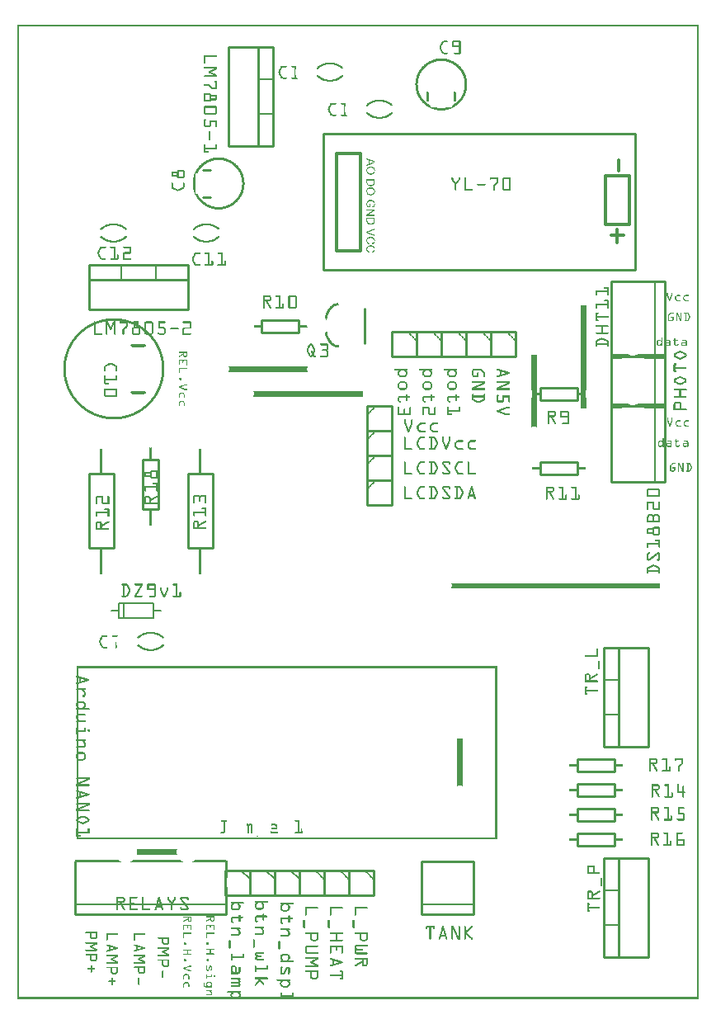
<source format=gto>
G04 MADE WITH FRITZING*
G04 WWW.FRITZING.ORG*
G04 DOUBLE SIDED*
G04 HOLES PLATED*
G04 CONTOUR ON CENTER OF CONTOUR VECTOR*
%ASAXBY*%
%FSLAX23Y23*%
%MOIN*%
%OFA0B0*%
%SFA1.0B1.0*%
%ADD10C,0.410000X0.39*%
%ADD11R,0.111708X0.405097X0.083930X0.377319*%
%ADD12C,0.013889*%
%ADD13R,0.111680X0.210292X0.083903X0.182514*%
%ADD14R,1.270277X0.561667X1.249443X0.540833*%
%ADD15C,0.010417*%
%ADD16C,0.010000*%
%ADD17C,0.005000*%
%ADD18C,0.008000*%
%ADD19C,0.011000*%
%ADD20R,0.001000X0.001000*%
%LNSILK1*%
G90*
G70*
G54D10*
X390Y2545D03*
G54D12*
X1291Y3416D02*
X1389Y3416D01*
X1389Y3024D01*
X1291Y3024D01*
X1291Y3416D01*
D02*
X2378Y3325D02*
X2476Y3325D01*
X2476Y3129D01*
X2378Y3129D01*
X2378Y3325D01*
D02*
G54D15*
X1239Y3498D02*
X2499Y3498D01*
X2499Y2947D01*
X1239Y2947D01*
X1239Y3498D01*
D02*
G54D16*
X1440Y520D02*
X1340Y520D01*
D02*
X1340Y520D02*
X1340Y420D01*
D02*
X1340Y420D02*
X1440Y420D01*
D02*
X1440Y420D02*
X1440Y520D01*
D02*
X1140Y520D02*
X1040Y520D01*
D02*
X1040Y520D02*
X1040Y420D01*
D02*
X1040Y420D02*
X1140Y420D01*
D02*
X1140Y420D02*
X1140Y520D01*
G54D17*
D02*
X1105Y520D02*
X1140Y485D01*
G54D16*
D02*
X1340Y520D02*
X1240Y520D01*
D02*
X1240Y520D02*
X1240Y420D01*
D02*
X1240Y420D02*
X1340Y420D01*
D02*
X1340Y420D02*
X1340Y520D01*
D02*
X1040Y520D02*
X940Y520D01*
D02*
X940Y520D02*
X940Y420D01*
D02*
X940Y420D02*
X1040Y420D01*
D02*
X1040Y420D02*
X1040Y520D01*
G54D17*
D02*
X1005Y520D02*
X1040Y485D01*
G54D16*
D02*
X1240Y520D02*
X1140Y520D01*
D02*
X1140Y520D02*
X1140Y420D01*
D02*
X1140Y420D02*
X1240Y420D01*
D02*
X1240Y420D02*
X1240Y520D01*
D02*
X940Y520D02*
X840Y520D01*
D02*
X840Y520D02*
X840Y420D01*
D02*
X840Y420D02*
X940Y420D01*
D02*
X940Y420D02*
X940Y520D01*
G54D17*
D02*
X905Y520D02*
X940Y485D01*
G54D16*
D02*
X1615Y2695D02*
X1515Y2695D01*
D02*
X1515Y2695D02*
X1515Y2595D01*
D02*
X1515Y2595D02*
X1615Y2595D01*
D02*
X1615Y2595D02*
X1615Y2695D01*
D02*
X1715Y2695D02*
X1615Y2695D01*
D02*
X1615Y2695D02*
X1615Y2595D01*
D02*
X1615Y2595D02*
X1715Y2595D01*
D02*
X1715Y2595D02*
X1715Y2695D01*
D02*
X1815Y2695D02*
X1715Y2695D01*
D02*
X1715Y2695D02*
X1715Y2595D01*
D02*
X1715Y2595D02*
X1815Y2595D01*
D02*
X1815Y2595D02*
X1815Y2695D01*
D02*
X2015Y2695D02*
X1915Y2695D01*
D02*
X1915Y2695D02*
X1915Y2595D01*
D02*
X1915Y2595D02*
X2015Y2595D01*
D02*
X2015Y2595D02*
X2015Y2695D01*
D02*
X1915Y2695D02*
X1815Y2695D01*
D02*
X1815Y2695D02*
X1815Y2595D01*
D02*
X1815Y2595D02*
X1915Y2595D01*
D02*
X1915Y2595D02*
X1915Y2695D01*
D02*
X1415Y2195D02*
X1415Y2095D01*
D02*
X1415Y2095D02*
X1515Y2095D01*
D02*
X1515Y2095D02*
X1515Y2195D01*
D02*
X1515Y2195D02*
X1415Y2195D01*
D02*
X1415Y2095D02*
X1415Y1995D01*
D02*
X1415Y1995D02*
X1515Y1995D01*
D02*
X1515Y1995D02*
X1515Y2095D01*
D02*
X1515Y2095D02*
X1415Y2095D01*
D02*
X1415Y2395D02*
X1415Y2295D01*
D02*
X1415Y2295D02*
X1515Y2295D01*
D02*
X1515Y2295D02*
X1515Y2395D01*
D02*
X1515Y2395D02*
X1415Y2395D01*
D02*
X1415Y2295D02*
X1415Y2195D01*
D02*
X1415Y2195D02*
X1515Y2195D01*
D02*
X1515Y2195D02*
X1515Y2295D01*
D02*
X1515Y2295D02*
X1415Y2295D01*
G54D18*
D02*
X410Y1600D02*
X550Y1600D01*
D02*
X550Y1570D02*
X550Y1540D01*
D02*
X550Y1540D02*
X410Y1540D01*
D02*
X410Y1540D02*
X410Y1570D01*
D02*
X410Y1570D02*
X410Y1600D01*
D02*
X550Y1570D02*
X580Y1570D01*
D02*
X410Y1570D02*
X380Y1570D01*
D02*
X550Y1600D02*
X550Y1570D01*
D02*
X430Y1595D02*
X430Y1545D01*
G54D16*
D02*
X790Y2122D02*
X790Y1822D01*
D02*
X790Y1822D02*
X690Y1822D01*
D02*
X690Y1822D02*
X690Y2122D01*
D02*
X690Y2122D02*
X790Y2122D01*
D02*
X507Y1979D02*
X507Y2179D01*
D02*
X507Y2179D02*
X573Y2179D01*
D02*
X573Y2179D02*
X573Y1979D01*
D02*
X573Y1979D02*
X507Y1979D01*
D02*
X390Y2122D02*
X390Y1822D01*
D02*
X390Y1822D02*
X290Y1822D01*
D02*
X290Y1822D02*
X290Y2122D01*
D02*
X290Y2122D02*
X390Y2122D01*
D02*
X290Y2965D02*
X690Y2965D01*
D02*
X690Y2965D02*
X690Y2785D01*
D02*
X690Y2785D02*
X290Y2785D01*
D02*
X290Y2785D02*
X290Y2965D01*
D02*
X290Y2965D02*
X690Y2965D01*
D02*
X690Y2965D02*
X690Y2905D01*
D02*
X690Y2905D02*
X290Y2905D01*
D02*
X290Y2905D02*
X290Y2965D01*
G54D17*
D02*
X420Y2965D02*
X420Y2905D01*
D02*
X560Y2965D02*
X560Y2905D01*
G54D16*
D02*
X1035Y3845D02*
X1035Y3445D01*
D02*
X1035Y3445D02*
X855Y3445D01*
D02*
X855Y3445D02*
X855Y3845D01*
D02*
X855Y3845D02*
X1035Y3845D01*
D02*
X1035Y3845D02*
X1035Y3445D01*
D02*
X1035Y3445D02*
X975Y3445D01*
D02*
X975Y3445D02*
X975Y3845D01*
D02*
X975Y3845D02*
X1035Y3845D01*
G54D17*
D02*
X1035Y3715D02*
X975Y3715D01*
D02*
X1035Y3575D02*
X975Y3575D01*
G54D16*
D02*
X1404Y2790D02*
X1404Y2650D01*
D02*
X2370Y170D02*
X2370Y570D01*
D02*
X2370Y570D02*
X2550Y570D01*
D02*
X2550Y570D02*
X2550Y170D01*
D02*
X2550Y170D02*
X2370Y170D01*
D02*
X2370Y170D02*
X2370Y570D01*
D02*
X2370Y570D02*
X2430Y570D01*
D02*
X2430Y570D02*
X2430Y170D01*
D02*
X2430Y170D02*
X2370Y170D01*
G54D17*
D02*
X2370Y300D02*
X2430Y300D01*
D02*
X2370Y440D02*
X2430Y440D01*
G54D16*
D02*
X2370Y1020D02*
X2370Y1420D01*
D02*
X2370Y1420D02*
X2550Y1420D01*
D02*
X2550Y1420D02*
X2550Y1020D01*
D02*
X2550Y1020D02*
X2370Y1020D01*
D02*
X2370Y1020D02*
X2370Y1420D01*
D02*
X2370Y1420D02*
X2430Y1420D01*
D02*
X2430Y1420D02*
X2430Y1020D01*
D02*
X2430Y1020D02*
X2370Y1020D01*
G54D17*
D02*
X2370Y1150D02*
X2430Y1150D01*
D02*
X2370Y1290D02*
X2430Y1290D01*
G54D16*
D02*
X2415Y920D02*
X2265Y920D01*
D02*
X2265Y920D02*
X2265Y970D01*
D02*
X2265Y970D02*
X2415Y970D01*
D02*
X2415Y970D02*
X2415Y920D01*
D02*
X2415Y620D02*
X2265Y620D01*
D02*
X2265Y620D02*
X2265Y670D01*
D02*
X2265Y670D02*
X2415Y670D01*
D02*
X2415Y670D02*
X2415Y620D01*
D02*
X2415Y720D02*
X2265Y720D01*
D02*
X2265Y720D02*
X2265Y770D01*
D02*
X2265Y770D02*
X2415Y770D01*
D02*
X2415Y770D02*
X2415Y720D01*
D02*
X2415Y820D02*
X2265Y820D01*
D02*
X2265Y820D02*
X2265Y870D01*
D02*
X2265Y870D02*
X2415Y870D01*
D02*
X2415Y870D02*
X2415Y820D01*
G54D12*
D02*
X2400Y3085D02*
X2451Y3085D01*
D02*
X2426Y3058D02*
X2426Y3109D01*
D02*
X2430Y3346D02*
X2430Y3389D01*
G54D16*
D02*
X989Y2744D02*
X1139Y2744D01*
D02*
X1139Y2744D02*
X1139Y2694D01*
D02*
X1139Y2694D02*
X989Y2694D01*
D02*
X989Y2694D02*
X989Y2744D01*
D02*
X2114Y2169D02*
X2264Y2169D01*
D02*
X2264Y2169D02*
X2264Y2119D01*
D02*
X2264Y2119D02*
X2114Y2119D01*
D02*
X2114Y2119D02*
X2114Y2169D01*
D02*
X2265Y2420D02*
X2115Y2420D01*
D02*
X2115Y2420D02*
X2115Y2470D01*
D02*
X2115Y2470D02*
X2265Y2470D01*
D02*
X2265Y2470D02*
X2265Y2420D01*
D02*
X235Y558D02*
X235Y342D01*
D02*
X235Y342D02*
X845Y342D01*
G54D17*
D02*
X235Y382D02*
X845Y382D01*
G54D16*
D02*
X2402Y2600D02*
X2402Y2390D01*
D02*
X2618Y2390D02*
X2618Y2600D01*
G54D17*
D02*
X2578Y2390D02*
X2578Y2600D01*
G54D16*
D02*
X2402Y2900D02*
X2402Y2590D01*
D02*
X2618Y2590D02*
X2618Y2900D01*
D02*
X2618Y2900D02*
X2402Y2900D01*
G54D17*
D02*
X2578Y2590D02*
X2578Y2900D01*
G54D16*
D02*
X1845Y558D02*
X1635Y558D01*
D02*
X1635Y558D02*
X1635Y342D01*
D02*
X1635Y342D02*
X1845Y342D01*
D02*
X1845Y342D02*
X1845Y558D01*
G54D17*
D02*
X1635Y382D02*
X1845Y382D01*
G54D16*
D02*
X2402Y2400D02*
X2402Y2090D01*
D02*
X2402Y2090D02*
X2618Y2090D01*
D02*
X2618Y2090D02*
X2618Y2400D01*
G54D17*
D02*
X2578Y2090D02*
X2578Y2400D01*
G54D19*
X750Y3350D02*
X780Y3350D01*
D02*
X750Y3240D02*
X780Y3240D01*
D02*
G54D20*
X1Y3937D02*
X2755Y3937D01*
X1Y3936D02*
X2755Y3936D01*
X1Y3935D02*
X2755Y3935D01*
X1Y3934D02*
X2755Y3934D01*
X1Y3933D02*
X2755Y3933D01*
X1Y3932D02*
X2755Y3932D01*
X1Y3931D02*
X2755Y3931D01*
X1Y3930D02*
X2755Y3930D01*
X1Y3929D02*
X8Y3929D01*
X2748Y3929D02*
X2755Y3929D01*
X1Y3928D02*
X8Y3928D01*
X2748Y3928D02*
X2755Y3928D01*
X1Y3927D02*
X8Y3927D01*
X2748Y3927D02*
X2755Y3927D01*
X1Y3926D02*
X8Y3926D01*
X2748Y3926D02*
X2755Y3926D01*
X1Y3925D02*
X8Y3925D01*
X2748Y3925D02*
X2755Y3925D01*
X1Y3924D02*
X8Y3924D01*
X2748Y3924D02*
X2755Y3924D01*
X1Y3923D02*
X8Y3923D01*
X2748Y3923D02*
X2755Y3923D01*
X1Y3922D02*
X8Y3922D01*
X2748Y3922D02*
X2755Y3922D01*
X1Y3921D02*
X8Y3921D01*
X2748Y3921D02*
X2755Y3921D01*
X1Y3920D02*
X8Y3920D01*
X2748Y3920D02*
X2755Y3920D01*
X1Y3919D02*
X8Y3919D01*
X2748Y3919D02*
X2755Y3919D01*
X1Y3918D02*
X8Y3918D01*
X2748Y3918D02*
X2755Y3918D01*
X1Y3917D02*
X8Y3917D01*
X2748Y3917D02*
X2755Y3917D01*
X1Y3916D02*
X8Y3916D01*
X2748Y3916D02*
X2755Y3916D01*
X1Y3915D02*
X8Y3915D01*
X2748Y3915D02*
X2755Y3915D01*
X1Y3914D02*
X8Y3914D01*
X2748Y3914D02*
X2755Y3914D01*
X1Y3913D02*
X8Y3913D01*
X2748Y3913D02*
X2755Y3913D01*
X1Y3912D02*
X8Y3912D01*
X2748Y3912D02*
X2755Y3912D01*
X1Y3911D02*
X8Y3911D01*
X2748Y3911D02*
X2755Y3911D01*
X1Y3910D02*
X8Y3910D01*
X2748Y3910D02*
X2755Y3910D01*
X1Y3909D02*
X8Y3909D01*
X2748Y3909D02*
X2755Y3909D01*
X1Y3908D02*
X8Y3908D01*
X2748Y3908D02*
X2755Y3908D01*
X1Y3907D02*
X8Y3907D01*
X2748Y3907D02*
X2755Y3907D01*
X1Y3906D02*
X8Y3906D01*
X2748Y3906D02*
X2755Y3906D01*
X1Y3905D02*
X8Y3905D01*
X2748Y3905D02*
X2755Y3905D01*
X1Y3904D02*
X8Y3904D01*
X2748Y3904D02*
X2755Y3904D01*
X1Y3903D02*
X8Y3903D01*
X2748Y3903D02*
X2755Y3903D01*
X1Y3902D02*
X8Y3902D01*
X2748Y3902D02*
X2755Y3902D01*
X1Y3901D02*
X8Y3901D01*
X2748Y3901D02*
X2755Y3901D01*
X1Y3900D02*
X8Y3900D01*
X2748Y3900D02*
X2755Y3900D01*
X1Y3899D02*
X8Y3899D01*
X2748Y3899D02*
X2755Y3899D01*
X1Y3898D02*
X8Y3898D01*
X2748Y3898D02*
X2755Y3898D01*
X1Y3897D02*
X8Y3897D01*
X2748Y3897D02*
X2755Y3897D01*
X1Y3896D02*
X8Y3896D01*
X2748Y3896D02*
X2755Y3896D01*
X1Y3895D02*
X8Y3895D01*
X2748Y3895D02*
X2755Y3895D01*
X1Y3894D02*
X8Y3894D01*
X2748Y3894D02*
X2755Y3894D01*
X1Y3893D02*
X8Y3893D01*
X2748Y3893D02*
X2755Y3893D01*
X1Y3892D02*
X8Y3892D01*
X2748Y3892D02*
X2755Y3892D01*
X1Y3891D02*
X8Y3891D01*
X2748Y3891D02*
X2755Y3891D01*
X1Y3890D02*
X8Y3890D01*
X2748Y3890D02*
X2755Y3890D01*
X1Y3889D02*
X8Y3889D01*
X2748Y3889D02*
X2755Y3889D01*
X1Y3888D02*
X8Y3888D01*
X2748Y3888D02*
X2755Y3888D01*
X1Y3887D02*
X8Y3887D01*
X2748Y3887D02*
X2755Y3887D01*
X1Y3886D02*
X8Y3886D01*
X2748Y3886D02*
X2755Y3886D01*
X1Y3885D02*
X8Y3885D01*
X2748Y3885D02*
X2755Y3885D01*
X1Y3884D02*
X8Y3884D01*
X2748Y3884D02*
X2755Y3884D01*
X1Y3883D02*
X8Y3883D01*
X2748Y3883D02*
X2755Y3883D01*
X1Y3882D02*
X8Y3882D01*
X2748Y3882D02*
X2755Y3882D01*
X1Y3881D02*
X8Y3881D01*
X2748Y3881D02*
X2755Y3881D01*
X1Y3880D02*
X8Y3880D01*
X2748Y3880D02*
X2755Y3880D01*
X1Y3879D02*
X8Y3879D01*
X2748Y3879D02*
X2755Y3879D01*
X1Y3878D02*
X8Y3878D01*
X2748Y3878D02*
X2755Y3878D01*
X1Y3877D02*
X8Y3877D01*
X2748Y3877D02*
X2755Y3877D01*
X1Y3876D02*
X8Y3876D01*
X2748Y3876D02*
X2755Y3876D01*
X1Y3875D02*
X8Y3875D01*
X2748Y3875D02*
X2755Y3875D01*
X1Y3874D02*
X8Y3874D01*
X2748Y3874D02*
X2755Y3874D01*
X1Y3873D02*
X8Y3873D01*
X2748Y3873D02*
X2755Y3873D01*
X1Y3872D02*
X8Y3872D01*
X1726Y3872D02*
X1738Y3872D01*
X1763Y3872D02*
X1790Y3872D01*
X2748Y3872D02*
X2755Y3872D01*
X1Y3871D02*
X8Y3871D01*
X1722Y3871D02*
X1741Y3871D01*
X1760Y3871D02*
X1792Y3871D01*
X2748Y3871D02*
X2755Y3871D01*
X1Y3870D02*
X8Y3870D01*
X1720Y3870D02*
X1741Y3870D01*
X1760Y3870D02*
X1793Y3870D01*
X2748Y3870D02*
X2755Y3870D01*
X1Y3869D02*
X8Y3869D01*
X1719Y3869D02*
X1742Y3869D01*
X1759Y3869D02*
X1793Y3869D01*
X2748Y3869D02*
X2755Y3869D01*
X1Y3868D02*
X8Y3868D01*
X1718Y3868D02*
X1741Y3868D01*
X1759Y3868D02*
X1793Y3868D01*
X2748Y3868D02*
X2755Y3868D01*
X1Y3867D02*
X8Y3867D01*
X1717Y3867D02*
X1741Y3867D01*
X1759Y3867D02*
X1793Y3867D01*
X2748Y3867D02*
X2755Y3867D01*
X1Y3866D02*
X8Y3866D01*
X1717Y3866D02*
X1740Y3866D01*
X1759Y3866D02*
X1793Y3866D01*
X2748Y3866D02*
X2755Y3866D01*
X1Y3865D02*
X8Y3865D01*
X1716Y3865D02*
X1725Y3865D01*
X1759Y3865D02*
X1766Y3865D01*
X1786Y3865D02*
X1793Y3865D01*
X2748Y3865D02*
X2755Y3865D01*
X1Y3864D02*
X8Y3864D01*
X1716Y3864D02*
X1723Y3864D01*
X1759Y3864D02*
X1765Y3864D01*
X1787Y3864D02*
X1793Y3864D01*
X2748Y3864D02*
X2755Y3864D01*
X1Y3863D02*
X8Y3863D01*
X1715Y3863D02*
X1722Y3863D01*
X1759Y3863D02*
X1765Y3863D01*
X1787Y3863D02*
X1793Y3863D01*
X2748Y3863D02*
X2755Y3863D01*
X1Y3862D02*
X8Y3862D01*
X1715Y3862D02*
X1722Y3862D01*
X1759Y3862D02*
X1765Y3862D01*
X1787Y3862D02*
X1793Y3862D01*
X2748Y3862D02*
X2755Y3862D01*
X1Y3861D02*
X8Y3861D01*
X1714Y3861D02*
X1721Y3861D01*
X1759Y3861D02*
X1765Y3861D01*
X1787Y3861D02*
X1793Y3861D01*
X2748Y3861D02*
X2755Y3861D01*
X1Y3860D02*
X8Y3860D01*
X1714Y3860D02*
X1721Y3860D01*
X1759Y3860D02*
X1765Y3860D01*
X1787Y3860D02*
X1793Y3860D01*
X2748Y3860D02*
X2755Y3860D01*
X1Y3859D02*
X8Y3859D01*
X1713Y3859D02*
X1720Y3859D01*
X1759Y3859D02*
X1765Y3859D01*
X1787Y3859D02*
X1793Y3859D01*
X2748Y3859D02*
X2755Y3859D01*
X1Y3858D02*
X8Y3858D01*
X1713Y3858D02*
X1720Y3858D01*
X1759Y3858D02*
X1765Y3858D01*
X1787Y3858D02*
X1793Y3858D01*
X2748Y3858D02*
X2755Y3858D01*
X1Y3857D02*
X8Y3857D01*
X1712Y3857D02*
X1719Y3857D01*
X1759Y3857D02*
X1765Y3857D01*
X1787Y3857D02*
X1793Y3857D01*
X2748Y3857D02*
X2755Y3857D01*
X1Y3856D02*
X8Y3856D01*
X1712Y3856D02*
X1719Y3856D01*
X1759Y3856D02*
X1765Y3856D01*
X1787Y3856D02*
X1793Y3856D01*
X2748Y3856D02*
X2755Y3856D01*
X1Y3855D02*
X8Y3855D01*
X1711Y3855D02*
X1718Y3855D01*
X1759Y3855D02*
X1765Y3855D01*
X1787Y3855D02*
X1793Y3855D01*
X2748Y3855D02*
X2755Y3855D01*
X1Y3854D02*
X8Y3854D01*
X1711Y3854D02*
X1717Y3854D01*
X1759Y3854D02*
X1765Y3854D01*
X1787Y3854D02*
X1793Y3854D01*
X2748Y3854D02*
X2755Y3854D01*
X1Y3853D02*
X8Y3853D01*
X1710Y3853D02*
X1717Y3853D01*
X1759Y3853D02*
X1765Y3853D01*
X1787Y3853D02*
X1793Y3853D01*
X2748Y3853D02*
X2755Y3853D01*
X1Y3852D02*
X8Y3852D01*
X1710Y3852D02*
X1716Y3852D01*
X1759Y3852D02*
X1793Y3852D01*
X2748Y3852D02*
X2755Y3852D01*
X1Y3851D02*
X8Y3851D01*
X1709Y3851D02*
X1716Y3851D01*
X1759Y3851D02*
X1793Y3851D01*
X2748Y3851D02*
X2755Y3851D01*
X1Y3850D02*
X8Y3850D01*
X1709Y3850D02*
X1715Y3850D01*
X1759Y3850D02*
X1793Y3850D01*
X2748Y3850D02*
X2755Y3850D01*
X1Y3849D02*
X8Y3849D01*
X1709Y3849D02*
X1715Y3849D01*
X1759Y3849D02*
X1793Y3849D01*
X2748Y3849D02*
X2755Y3849D01*
X1Y3848D02*
X8Y3848D01*
X1708Y3848D02*
X1715Y3848D01*
X1759Y3848D02*
X1793Y3848D01*
X2748Y3848D02*
X2755Y3848D01*
X1Y3847D02*
X8Y3847D01*
X1708Y3847D02*
X1714Y3847D01*
X1760Y3847D02*
X1793Y3847D01*
X2748Y3847D02*
X2755Y3847D01*
X1Y3846D02*
X8Y3846D01*
X1708Y3846D02*
X1714Y3846D01*
X1761Y3846D02*
X1793Y3846D01*
X2748Y3846D02*
X2755Y3846D01*
X1Y3845D02*
X8Y3845D01*
X1708Y3845D02*
X1714Y3845D01*
X1787Y3845D02*
X1793Y3845D01*
X2748Y3845D02*
X2755Y3845D01*
X1Y3844D02*
X8Y3844D01*
X1708Y3844D02*
X1714Y3844D01*
X1787Y3844D02*
X1793Y3844D01*
X2748Y3844D02*
X2755Y3844D01*
X1Y3843D02*
X8Y3843D01*
X1708Y3843D02*
X1714Y3843D01*
X1787Y3843D02*
X1793Y3843D01*
X2748Y3843D02*
X2755Y3843D01*
X1Y3842D02*
X8Y3842D01*
X1708Y3842D02*
X1715Y3842D01*
X1787Y3842D02*
X1793Y3842D01*
X2748Y3842D02*
X2755Y3842D01*
X1Y3841D02*
X8Y3841D01*
X1709Y3841D02*
X1715Y3841D01*
X1787Y3841D02*
X1793Y3841D01*
X2748Y3841D02*
X2755Y3841D01*
X1Y3840D02*
X8Y3840D01*
X1709Y3840D02*
X1715Y3840D01*
X1787Y3840D02*
X1793Y3840D01*
X2748Y3840D02*
X2755Y3840D01*
X1Y3839D02*
X8Y3839D01*
X1709Y3839D02*
X1716Y3839D01*
X1787Y3839D02*
X1793Y3839D01*
X2748Y3839D02*
X2755Y3839D01*
X1Y3838D02*
X8Y3838D01*
X1710Y3838D02*
X1716Y3838D01*
X1787Y3838D02*
X1793Y3838D01*
X2748Y3838D02*
X2755Y3838D01*
X1Y3837D02*
X8Y3837D01*
X1710Y3837D02*
X1717Y3837D01*
X1787Y3837D02*
X1793Y3837D01*
X2748Y3837D02*
X2755Y3837D01*
X1Y3836D02*
X8Y3836D01*
X1711Y3836D02*
X1717Y3836D01*
X1787Y3836D02*
X1793Y3836D01*
X2748Y3836D02*
X2755Y3836D01*
X1Y3835D02*
X8Y3835D01*
X1711Y3835D02*
X1718Y3835D01*
X1787Y3835D02*
X1793Y3835D01*
X2748Y3835D02*
X2755Y3835D01*
X1Y3834D02*
X8Y3834D01*
X1712Y3834D02*
X1718Y3834D01*
X1787Y3834D02*
X1793Y3834D01*
X2748Y3834D02*
X2755Y3834D01*
X1Y3833D02*
X8Y3833D01*
X1712Y3833D02*
X1719Y3833D01*
X1787Y3833D02*
X1793Y3833D01*
X2748Y3833D02*
X2755Y3833D01*
X1Y3832D02*
X8Y3832D01*
X1712Y3832D02*
X1719Y3832D01*
X1787Y3832D02*
X1793Y3832D01*
X2748Y3832D02*
X2755Y3832D01*
X1Y3831D02*
X8Y3831D01*
X1713Y3831D02*
X1720Y3831D01*
X1787Y3831D02*
X1793Y3831D01*
X2748Y3831D02*
X2755Y3831D01*
X1Y3830D02*
X8Y3830D01*
X1713Y3830D02*
X1721Y3830D01*
X1787Y3830D02*
X1793Y3830D01*
X2748Y3830D02*
X2755Y3830D01*
X1Y3829D02*
X8Y3829D01*
X1714Y3829D02*
X1721Y3829D01*
X1787Y3829D02*
X1793Y3829D01*
X2748Y3829D02*
X2755Y3829D01*
X1Y3828D02*
X8Y3828D01*
X1715Y3828D02*
X1722Y3828D01*
X1787Y3828D02*
X1793Y3828D01*
X2748Y3828D02*
X2755Y3828D01*
X1Y3827D02*
X8Y3827D01*
X1715Y3827D02*
X1722Y3827D01*
X1787Y3827D02*
X1793Y3827D01*
X2748Y3827D02*
X2755Y3827D01*
X1Y3826D02*
X8Y3826D01*
X1716Y3826D02*
X1723Y3826D01*
X1787Y3826D02*
X1793Y3826D01*
X2748Y3826D02*
X2755Y3826D01*
X1Y3825D02*
X8Y3825D01*
X1716Y3825D02*
X1724Y3825D01*
X1787Y3825D02*
X1793Y3825D01*
X2748Y3825D02*
X2755Y3825D01*
X1Y3824D02*
X8Y3824D01*
X1717Y3824D02*
X1740Y3824D01*
X1768Y3824D02*
X1793Y3824D01*
X2748Y3824D02*
X2755Y3824D01*
X1Y3823D02*
X8Y3823D01*
X1717Y3823D02*
X1741Y3823D01*
X1767Y3823D02*
X1793Y3823D01*
X2748Y3823D02*
X2755Y3823D01*
X1Y3822D02*
X8Y3822D01*
X1718Y3822D02*
X1741Y3822D01*
X1766Y3822D02*
X1793Y3822D01*
X2748Y3822D02*
X2755Y3822D01*
X1Y3821D02*
X8Y3821D01*
X1719Y3821D02*
X1742Y3821D01*
X1766Y3821D02*
X1793Y3821D01*
X2748Y3821D02*
X2755Y3821D01*
X1Y3820D02*
X8Y3820D01*
X1720Y3820D02*
X1741Y3820D01*
X1767Y3820D02*
X1793Y3820D01*
X2748Y3820D02*
X2755Y3820D01*
X1Y3819D02*
X8Y3819D01*
X1722Y3819D02*
X1741Y3819D01*
X1767Y3819D02*
X1792Y3819D01*
X2748Y3819D02*
X2755Y3819D01*
X1Y3818D02*
X8Y3818D01*
X1725Y3818D02*
X1739Y3818D01*
X1769Y3818D02*
X1790Y3818D01*
X2748Y3818D02*
X2755Y3818D01*
X1Y3817D02*
X8Y3817D01*
X2748Y3817D02*
X2755Y3817D01*
X1Y3816D02*
X8Y3816D01*
X2748Y3816D02*
X2755Y3816D01*
X1Y3815D02*
X8Y3815D01*
X2748Y3815D02*
X2755Y3815D01*
X1Y3814D02*
X8Y3814D01*
X2748Y3814D02*
X2755Y3814D01*
X1Y3813D02*
X8Y3813D01*
X755Y3813D02*
X807Y3813D01*
X2748Y3813D02*
X2755Y3813D01*
X1Y3812D02*
X8Y3812D01*
X755Y3812D02*
X807Y3812D01*
X2748Y3812D02*
X2755Y3812D01*
X1Y3811D02*
X8Y3811D01*
X755Y3811D02*
X808Y3811D01*
X2748Y3811D02*
X2755Y3811D01*
X1Y3810D02*
X8Y3810D01*
X755Y3810D02*
X808Y3810D01*
X2748Y3810D02*
X2755Y3810D01*
X1Y3809D02*
X8Y3809D01*
X755Y3809D02*
X807Y3809D01*
X2748Y3809D02*
X2755Y3809D01*
X1Y3808D02*
X8Y3808D01*
X755Y3808D02*
X807Y3808D01*
X2748Y3808D02*
X2755Y3808D01*
X1Y3807D02*
X8Y3807D01*
X755Y3807D02*
X804Y3807D01*
X2748Y3807D02*
X2755Y3807D01*
X1Y3806D02*
X8Y3806D01*
X755Y3806D02*
X761Y3806D01*
X2748Y3806D02*
X2755Y3806D01*
X1Y3805D02*
X8Y3805D01*
X755Y3805D02*
X761Y3805D01*
X2748Y3805D02*
X2755Y3805D01*
X1Y3804D02*
X8Y3804D01*
X755Y3804D02*
X761Y3804D01*
X2748Y3804D02*
X2755Y3804D01*
X1Y3803D02*
X8Y3803D01*
X755Y3803D02*
X761Y3803D01*
X2748Y3803D02*
X2755Y3803D01*
X1Y3802D02*
X8Y3802D01*
X755Y3802D02*
X761Y3802D01*
X2748Y3802D02*
X2755Y3802D01*
X1Y3801D02*
X8Y3801D01*
X755Y3801D02*
X761Y3801D01*
X2748Y3801D02*
X2755Y3801D01*
X1Y3800D02*
X8Y3800D01*
X755Y3800D02*
X761Y3800D01*
X1706Y3800D02*
X1724Y3800D01*
X2748Y3800D02*
X2755Y3800D01*
X1Y3799D02*
X8Y3799D01*
X755Y3799D02*
X761Y3799D01*
X1698Y3799D02*
X1732Y3799D01*
X2748Y3799D02*
X2755Y3799D01*
X1Y3798D02*
X8Y3798D01*
X755Y3798D02*
X761Y3798D01*
X1693Y3798D02*
X1737Y3798D01*
X2748Y3798D02*
X2755Y3798D01*
X1Y3797D02*
X8Y3797D01*
X755Y3797D02*
X761Y3797D01*
X1689Y3797D02*
X1741Y3797D01*
X2748Y3797D02*
X2755Y3797D01*
X1Y3796D02*
X8Y3796D01*
X755Y3796D02*
X761Y3796D01*
X1685Y3796D02*
X1744Y3796D01*
X2748Y3796D02*
X2755Y3796D01*
X1Y3795D02*
X8Y3795D01*
X755Y3795D02*
X761Y3795D01*
X1682Y3795D02*
X1748Y3795D01*
X2748Y3795D02*
X2755Y3795D01*
X1Y3794D02*
X8Y3794D01*
X755Y3794D02*
X761Y3794D01*
X1679Y3794D02*
X1750Y3794D01*
X2748Y3794D02*
X2755Y3794D01*
X1Y3793D02*
X8Y3793D01*
X755Y3793D02*
X761Y3793D01*
X1677Y3793D02*
X1753Y3793D01*
X2748Y3793D02*
X2755Y3793D01*
X1Y3792D02*
X8Y3792D01*
X755Y3792D02*
X761Y3792D01*
X1674Y3792D02*
X1755Y3792D01*
X2748Y3792D02*
X2755Y3792D01*
X1Y3791D02*
X8Y3791D01*
X755Y3791D02*
X761Y3791D01*
X1672Y3791D02*
X1758Y3791D01*
X2748Y3791D02*
X2755Y3791D01*
X1Y3790D02*
X8Y3790D01*
X755Y3790D02*
X761Y3790D01*
X1670Y3790D02*
X1705Y3790D01*
X1725Y3790D02*
X1760Y3790D01*
X2748Y3790D02*
X2755Y3790D01*
X1Y3789D02*
X8Y3789D01*
X755Y3789D02*
X761Y3789D01*
X1668Y3789D02*
X1698Y3789D01*
X1732Y3789D02*
X1762Y3789D01*
X2748Y3789D02*
X2755Y3789D01*
X1Y3788D02*
X8Y3788D01*
X755Y3788D02*
X761Y3788D01*
X1666Y3788D02*
X1693Y3788D01*
X1737Y3788D02*
X1764Y3788D01*
X2748Y3788D02*
X2755Y3788D01*
X1Y3787D02*
X8Y3787D01*
X755Y3787D02*
X761Y3787D01*
X1664Y3787D02*
X1689Y3787D01*
X1741Y3787D02*
X1766Y3787D01*
X2748Y3787D02*
X2755Y3787D01*
X1Y3786D02*
X8Y3786D01*
X755Y3786D02*
X761Y3786D01*
X1663Y3786D02*
X1685Y3786D01*
X1744Y3786D02*
X1767Y3786D01*
X2748Y3786D02*
X2755Y3786D01*
X1Y3785D02*
X8Y3785D01*
X755Y3785D02*
X761Y3785D01*
X1661Y3785D02*
X1683Y3785D01*
X1747Y3785D02*
X1769Y3785D01*
X2748Y3785D02*
X2755Y3785D01*
X1Y3784D02*
X8Y3784D01*
X755Y3784D02*
X761Y3784D01*
X1261Y3784D02*
X1270Y3784D01*
X1659Y3784D02*
X1680Y3784D01*
X1750Y3784D02*
X1771Y3784D01*
X2748Y3784D02*
X2755Y3784D01*
X1Y3783D02*
X8Y3783D01*
X755Y3783D02*
X761Y3783D01*
X1252Y3783D02*
X1278Y3783D01*
X1658Y3783D02*
X1677Y3783D01*
X1753Y3783D02*
X1772Y3783D01*
X2748Y3783D02*
X2755Y3783D01*
X1Y3782D02*
X8Y3782D01*
X755Y3782D02*
X760Y3782D01*
X1247Y3782D02*
X1283Y3782D01*
X1656Y3782D02*
X1675Y3782D01*
X1755Y3782D02*
X1774Y3782D01*
X2748Y3782D02*
X2755Y3782D01*
X1Y3781D02*
X8Y3781D01*
X755Y3781D02*
X760Y3781D01*
X1243Y3781D02*
X1287Y3781D01*
X1655Y3781D02*
X1673Y3781D01*
X1757Y3781D02*
X1775Y3781D01*
X2748Y3781D02*
X2755Y3781D01*
X1Y3780D02*
X8Y3780D01*
X756Y3780D02*
X759Y3780D01*
X1240Y3780D02*
X1290Y3780D01*
X1653Y3780D02*
X1671Y3780D01*
X1759Y3780D02*
X1776Y3780D01*
X2748Y3780D02*
X2755Y3780D01*
X1Y3779D02*
X8Y3779D01*
X1237Y3779D02*
X1293Y3779D01*
X1652Y3779D02*
X1669Y3779D01*
X1761Y3779D02*
X1778Y3779D01*
X2748Y3779D02*
X2755Y3779D01*
X1Y3778D02*
X8Y3778D01*
X1235Y3778D02*
X1295Y3778D01*
X1651Y3778D02*
X1667Y3778D01*
X1762Y3778D02*
X1779Y3778D01*
X2748Y3778D02*
X2755Y3778D01*
X1Y3777D02*
X8Y3777D01*
X1232Y3777D02*
X1298Y3777D01*
X1649Y3777D02*
X1666Y3777D01*
X1764Y3777D02*
X1780Y3777D01*
X2748Y3777D02*
X2755Y3777D01*
X1Y3776D02*
X8Y3776D01*
X1230Y3776D02*
X1255Y3776D01*
X1275Y3776D02*
X1300Y3776D01*
X1648Y3776D02*
X1664Y3776D01*
X1766Y3776D02*
X1782Y3776D01*
X2748Y3776D02*
X2755Y3776D01*
X1Y3775D02*
X8Y3775D01*
X1228Y3775D02*
X1249Y3775D01*
X1281Y3775D02*
X1302Y3775D01*
X1647Y3775D02*
X1662Y3775D01*
X1767Y3775D02*
X1783Y3775D01*
X2748Y3775D02*
X2755Y3775D01*
X1Y3774D02*
X8Y3774D01*
X1226Y3774D02*
X1245Y3774D01*
X1285Y3774D02*
X1304Y3774D01*
X1646Y3774D02*
X1661Y3774D01*
X1769Y3774D02*
X1784Y3774D01*
X2748Y3774D02*
X2755Y3774D01*
X1Y3773D02*
X8Y3773D01*
X1225Y3773D02*
X1242Y3773D01*
X1288Y3773D02*
X1305Y3773D01*
X1645Y3773D02*
X1660Y3773D01*
X1770Y3773D02*
X1785Y3773D01*
X2748Y3773D02*
X2755Y3773D01*
X1Y3772D02*
X8Y3772D01*
X1223Y3772D02*
X1239Y3772D01*
X1291Y3772D02*
X1307Y3772D01*
X1644Y3772D02*
X1658Y3772D01*
X1772Y3772D02*
X1786Y3772D01*
X2748Y3772D02*
X2755Y3772D01*
X1Y3771D02*
X8Y3771D01*
X1071Y3771D02*
X1090Y3771D01*
X1110Y3771D02*
X1128Y3771D01*
X1222Y3771D02*
X1237Y3771D01*
X1293Y3771D02*
X1308Y3771D01*
X1643Y3771D02*
X1657Y3771D01*
X1773Y3771D02*
X1787Y3771D01*
X2748Y3771D02*
X2755Y3771D01*
X1Y3770D02*
X8Y3770D01*
X1069Y3770D02*
X1090Y3770D01*
X1109Y3770D02*
X1128Y3770D01*
X1220Y3770D02*
X1235Y3770D01*
X1295Y3770D02*
X1310Y3770D01*
X1641Y3770D02*
X1656Y3770D01*
X1774Y3770D02*
X1788Y3770D01*
X2748Y3770D02*
X2755Y3770D01*
X1Y3769D02*
X8Y3769D01*
X1068Y3769D02*
X1091Y3769D01*
X1109Y3769D02*
X1128Y3769D01*
X1219Y3769D02*
X1233Y3769D01*
X1297Y3769D02*
X1311Y3769D01*
X1641Y3769D02*
X1654Y3769D01*
X1776Y3769D02*
X1789Y3769D01*
X2748Y3769D02*
X2755Y3769D01*
X1Y3768D02*
X8Y3768D01*
X1067Y3768D02*
X1091Y3768D01*
X1109Y3768D02*
X1128Y3768D01*
X1217Y3768D02*
X1231Y3768D01*
X1299Y3768D02*
X1313Y3768D01*
X1640Y3768D02*
X1653Y3768D01*
X1777Y3768D02*
X1790Y3768D01*
X2748Y3768D02*
X2755Y3768D01*
X1Y3767D02*
X8Y3767D01*
X1066Y3767D02*
X1090Y3767D01*
X1109Y3767D02*
X1128Y3767D01*
X1216Y3767D02*
X1229Y3767D01*
X1301Y3767D02*
X1314Y3767D01*
X1639Y3767D02*
X1652Y3767D01*
X1778Y3767D02*
X1791Y3767D01*
X2748Y3767D02*
X2755Y3767D01*
X1Y3766D02*
X8Y3766D01*
X1066Y3766D02*
X1090Y3766D01*
X1110Y3766D02*
X1128Y3766D01*
X1215Y3766D02*
X1227Y3766D01*
X1303Y3766D02*
X1315Y3766D01*
X1638Y3766D02*
X1651Y3766D01*
X1779Y3766D02*
X1792Y3766D01*
X2748Y3766D02*
X2755Y3766D01*
X1Y3765D02*
X8Y3765D01*
X756Y3765D02*
X807Y3765D01*
X1065Y3765D02*
X1087Y3765D01*
X1112Y3765D02*
X1128Y3765D01*
X1214Y3765D02*
X1226Y3765D01*
X1304Y3765D02*
X1316Y3765D01*
X1637Y3765D02*
X1650Y3765D01*
X1780Y3765D02*
X1793Y3765D01*
X2748Y3765D02*
X2755Y3765D01*
X1Y3764D02*
X8Y3764D01*
X755Y3764D02*
X808Y3764D01*
X1065Y3764D02*
X1072Y3764D01*
X1122Y3764D02*
X1128Y3764D01*
X1213Y3764D02*
X1224Y3764D01*
X1306Y3764D02*
X1317Y3764D01*
X1636Y3764D02*
X1649Y3764D01*
X1781Y3764D02*
X1794Y3764D01*
X2748Y3764D02*
X2755Y3764D01*
X1Y3763D02*
X8Y3763D01*
X755Y3763D02*
X808Y3763D01*
X1064Y3763D02*
X1071Y3763D01*
X1122Y3763D02*
X1128Y3763D01*
X1212Y3763D02*
X1223Y3763D01*
X1307Y3763D02*
X1318Y3763D01*
X1635Y3763D02*
X1648Y3763D01*
X1782Y3763D02*
X1795Y3763D01*
X2748Y3763D02*
X2755Y3763D01*
X1Y3762D02*
X8Y3762D01*
X755Y3762D02*
X808Y3762D01*
X1064Y3762D02*
X1071Y3762D01*
X1122Y3762D02*
X1128Y3762D01*
X1212Y3762D02*
X1222Y3762D01*
X1308Y3762D02*
X1318Y3762D01*
X1634Y3762D02*
X1647Y3762D01*
X1783Y3762D02*
X1796Y3762D01*
X2748Y3762D02*
X2755Y3762D01*
X1Y3761D02*
X8Y3761D01*
X755Y3761D02*
X808Y3761D01*
X1063Y3761D02*
X1070Y3761D01*
X1122Y3761D02*
X1128Y3761D01*
X1211Y3761D02*
X1220Y3761D01*
X1310Y3761D02*
X1318Y3761D01*
X1633Y3761D02*
X1646Y3761D01*
X1784Y3761D02*
X1796Y3761D01*
X2748Y3761D02*
X2755Y3761D01*
X1Y3760D02*
X8Y3760D01*
X755Y3760D02*
X808Y3760D01*
X1063Y3760D02*
X1070Y3760D01*
X1122Y3760D02*
X1127Y3760D01*
X1212Y3760D02*
X1219Y3760D01*
X1311Y3760D02*
X1318Y3760D01*
X1633Y3760D02*
X1645Y3760D01*
X1785Y3760D02*
X1797Y3760D01*
X2748Y3760D02*
X2755Y3760D01*
X1Y3759D02*
X8Y3759D01*
X757Y3759D02*
X808Y3759D01*
X1062Y3759D02*
X1069Y3759D01*
X1122Y3759D02*
X1127Y3759D01*
X1212Y3759D02*
X1218Y3759D01*
X1312Y3759D02*
X1317Y3759D01*
X1632Y3759D02*
X1644Y3759D01*
X1786Y3759D02*
X1798Y3759D01*
X2748Y3759D02*
X2755Y3759D01*
X1Y3758D02*
X8Y3758D01*
X796Y3758D02*
X808Y3758D01*
X1062Y3758D02*
X1069Y3758D01*
X1122Y3758D02*
X1127Y3758D01*
X1213Y3758D02*
X1217Y3758D01*
X1314Y3758D02*
X1316Y3758D01*
X1631Y3758D02*
X1643Y3758D01*
X1787Y3758D02*
X1799Y3758D01*
X2748Y3758D02*
X2755Y3758D01*
X1Y3757D02*
X8Y3757D01*
X794Y3757D02*
X807Y3757D01*
X1061Y3757D02*
X1068Y3757D01*
X1122Y3757D02*
X1126Y3757D01*
X1631Y3757D02*
X1642Y3757D01*
X1788Y3757D02*
X1799Y3757D01*
X2748Y3757D02*
X2755Y3757D01*
X1Y3756D02*
X8Y3756D01*
X792Y3756D02*
X807Y3756D01*
X1061Y3756D02*
X1068Y3756D01*
X1122Y3756D02*
X1126Y3756D01*
X1630Y3756D02*
X1641Y3756D01*
X1789Y3756D02*
X1800Y3756D01*
X2748Y3756D02*
X2755Y3756D01*
X1Y3755D02*
X8Y3755D01*
X789Y3755D02*
X805Y3755D01*
X1060Y3755D02*
X1067Y3755D01*
X1122Y3755D02*
X1126Y3755D01*
X1629Y3755D02*
X1640Y3755D01*
X1789Y3755D02*
X1801Y3755D01*
X2748Y3755D02*
X2755Y3755D01*
X1Y3754D02*
X8Y3754D01*
X787Y3754D02*
X803Y3754D01*
X1060Y3754D02*
X1067Y3754D01*
X1122Y3754D02*
X1126Y3754D01*
X1628Y3754D02*
X1640Y3754D01*
X1790Y3754D02*
X1801Y3754D01*
X2748Y3754D02*
X2755Y3754D01*
X1Y3753D02*
X8Y3753D01*
X785Y3753D02*
X801Y3753D01*
X1059Y3753D02*
X1066Y3753D01*
X1122Y3753D02*
X1125Y3753D01*
X1628Y3753D02*
X1639Y3753D01*
X1791Y3753D02*
X1802Y3753D01*
X2748Y3753D02*
X2755Y3753D01*
X1Y3752D02*
X8Y3752D01*
X783Y3752D02*
X798Y3752D01*
X1059Y3752D02*
X1066Y3752D01*
X1122Y3752D02*
X1125Y3752D01*
X1627Y3752D02*
X1638Y3752D01*
X1792Y3752D02*
X1803Y3752D01*
X2748Y3752D02*
X2755Y3752D01*
X1Y3751D02*
X8Y3751D01*
X781Y3751D02*
X796Y3751D01*
X1059Y3751D02*
X1065Y3751D01*
X1122Y3751D02*
X1125Y3751D01*
X1627Y3751D02*
X1637Y3751D01*
X1792Y3751D02*
X1803Y3751D01*
X2748Y3751D02*
X2755Y3751D01*
X1Y3750D02*
X8Y3750D01*
X779Y3750D02*
X794Y3750D01*
X1058Y3750D02*
X1065Y3750D01*
X1122Y3750D02*
X1125Y3750D01*
X1626Y3750D02*
X1637Y3750D01*
X1793Y3750D02*
X1804Y3750D01*
X2748Y3750D02*
X2755Y3750D01*
X1Y3749D02*
X8Y3749D01*
X777Y3749D02*
X792Y3749D01*
X1058Y3749D02*
X1064Y3749D01*
X1122Y3749D02*
X1125Y3749D01*
X1625Y3749D02*
X1636Y3749D01*
X1794Y3749D02*
X1804Y3749D01*
X2748Y3749D02*
X2755Y3749D01*
X1Y3748D02*
X8Y3748D01*
X775Y3748D02*
X790Y3748D01*
X1058Y3748D02*
X1064Y3748D01*
X1122Y3748D02*
X1125Y3748D01*
X1625Y3748D02*
X1635Y3748D01*
X1795Y3748D02*
X1805Y3748D01*
X2748Y3748D02*
X2755Y3748D01*
X1Y3747D02*
X8Y3747D01*
X774Y3747D02*
X788Y3747D01*
X1057Y3747D02*
X1064Y3747D01*
X1122Y3747D02*
X1125Y3747D01*
X1624Y3747D02*
X1635Y3747D01*
X1795Y3747D02*
X1806Y3747D01*
X2748Y3747D02*
X2755Y3747D01*
X1Y3746D02*
X8Y3746D01*
X774Y3746D02*
X786Y3746D01*
X1057Y3746D02*
X1063Y3746D01*
X1122Y3746D02*
X1125Y3746D01*
X1623Y3746D02*
X1634Y3746D01*
X1796Y3746D02*
X1806Y3746D01*
X2748Y3746D02*
X2755Y3746D01*
X1Y3745D02*
X8Y3745D01*
X774Y3745D02*
X785Y3745D01*
X1057Y3745D02*
X1063Y3745D01*
X1122Y3745D02*
X1125Y3745D01*
X1623Y3745D02*
X1633Y3745D01*
X1796Y3745D02*
X1807Y3745D01*
X2748Y3745D02*
X2755Y3745D01*
X1Y3744D02*
X8Y3744D01*
X774Y3744D02*
X787Y3744D01*
X1057Y3744D02*
X1063Y3744D01*
X1122Y3744D02*
X1125Y3744D01*
X1622Y3744D02*
X1633Y3744D01*
X1797Y3744D02*
X1807Y3744D01*
X2748Y3744D02*
X2755Y3744D01*
X1Y3743D02*
X8Y3743D01*
X775Y3743D02*
X789Y3743D01*
X1058Y3743D02*
X1063Y3743D01*
X1122Y3743D02*
X1125Y3743D01*
X1622Y3743D02*
X1632Y3743D01*
X1798Y3743D02*
X1808Y3743D01*
X2748Y3743D02*
X2755Y3743D01*
X1Y3742D02*
X8Y3742D01*
X777Y3742D02*
X792Y3742D01*
X1058Y3742D02*
X1064Y3742D01*
X1122Y3742D02*
X1125Y3742D01*
X1621Y3742D02*
X1632Y3742D01*
X1798Y3742D02*
X1808Y3742D01*
X2748Y3742D02*
X2755Y3742D01*
X1Y3741D02*
X8Y3741D01*
X779Y3741D02*
X794Y3741D01*
X1058Y3741D02*
X1064Y3741D01*
X1122Y3741D02*
X1125Y3741D01*
X1621Y3741D02*
X1631Y3741D01*
X1799Y3741D02*
X1809Y3741D01*
X2748Y3741D02*
X2755Y3741D01*
X1Y3740D02*
X8Y3740D01*
X781Y3740D02*
X796Y3740D01*
X1058Y3740D02*
X1065Y3740D01*
X1122Y3740D02*
X1125Y3740D01*
X1621Y3740D02*
X1630Y3740D01*
X1799Y3740D02*
X1809Y3740D01*
X2748Y3740D02*
X2755Y3740D01*
X1Y3739D02*
X8Y3739D01*
X783Y3739D02*
X798Y3739D01*
X1059Y3739D02*
X1065Y3739D01*
X1122Y3739D02*
X1125Y3739D01*
X1620Y3739D02*
X1630Y3739D01*
X1800Y3739D02*
X1810Y3739D01*
X2748Y3739D02*
X2755Y3739D01*
X1Y3738D02*
X8Y3738D01*
X785Y3738D02*
X800Y3738D01*
X1059Y3738D02*
X1066Y3738D01*
X1122Y3738D02*
X1125Y3738D01*
X1620Y3738D02*
X1629Y3738D01*
X1800Y3738D02*
X1810Y3738D01*
X2748Y3738D02*
X2755Y3738D01*
X1Y3737D02*
X8Y3737D01*
X787Y3737D02*
X802Y3737D01*
X1059Y3737D02*
X1066Y3737D01*
X1122Y3737D02*
X1126Y3737D01*
X1619Y3737D02*
X1629Y3737D01*
X1801Y3737D02*
X1811Y3737D01*
X2748Y3737D02*
X2755Y3737D01*
X1Y3736D02*
X8Y3736D01*
X789Y3736D02*
X804Y3736D01*
X1060Y3736D02*
X1067Y3736D01*
X1122Y3736D02*
X1126Y3736D01*
X1619Y3736D02*
X1629Y3736D01*
X1801Y3736D02*
X1811Y3736D01*
X2748Y3736D02*
X2755Y3736D01*
X1Y3735D02*
X8Y3735D01*
X791Y3735D02*
X806Y3735D01*
X1060Y3735D02*
X1067Y3735D01*
X1122Y3735D02*
X1126Y3735D01*
X1618Y3735D02*
X1628Y3735D01*
X1802Y3735D02*
X1812Y3735D01*
X2748Y3735D02*
X2755Y3735D01*
X1Y3734D02*
X8Y3734D01*
X793Y3734D02*
X807Y3734D01*
X1061Y3734D02*
X1068Y3734D01*
X1122Y3734D02*
X1126Y3734D01*
X1618Y3734D02*
X1628Y3734D01*
X1802Y3734D02*
X1812Y3734D01*
X2748Y3734D02*
X2755Y3734D01*
X1Y3733D02*
X8Y3733D01*
X795Y3733D02*
X808Y3733D01*
X1061Y3733D02*
X1068Y3733D01*
X1122Y3733D02*
X1127Y3733D01*
X1214Y3733D02*
X1216Y3733D01*
X1314Y3733D02*
X1317Y3733D01*
X1617Y3733D02*
X1627Y3733D01*
X1803Y3733D02*
X1812Y3733D01*
X2748Y3733D02*
X2755Y3733D01*
X1Y3732D02*
X8Y3732D01*
X758Y3732D02*
X808Y3732D01*
X1062Y3732D02*
X1069Y3732D01*
X1122Y3732D02*
X1127Y3732D01*
X1213Y3732D02*
X1218Y3732D01*
X1312Y3732D02*
X1318Y3732D01*
X1617Y3732D02*
X1627Y3732D01*
X1803Y3732D02*
X1813Y3732D01*
X2748Y3732D02*
X2755Y3732D01*
X1Y3731D02*
X8Y3731D01*
X756Y3731D02*
X808Y3731D01*
X1062Y3731D02*
X1069Y3731D01*
X1122Y3731D02*
X1127Y3731D01*
X1212Y3731D02*
X1219Y3731D01*
X1311Y3731D02*
X1318Y3731D01*
X1617Y3731D02*
X1626Y3731D01*
X1804Y3731D02*
X1813Y3731D01*
X2748Y3731D02*
X2755Y3731D01*
X1Y3730D02*
X8Y3730D01*
X755Y3730D02*
X808Y3730D01*
X1063Y3730D02*
X1070Y3730D01*
X1122Y3730D02*
X1128Y3730D01*
X1212Y3730D02*
X1220Y3730D01*
X1310Y3730D02*
X1319Y3730D01*
X1616Y3730D02*
X1626Y3730D01*
X1804Y3730D02*
X1813Y3730D01*
X2748Y3730D02*
X2755Y3730D01*
X1Y3729D02*
X8Y3729D01*
X755Y3729D02*
X808Y3729D01*
X1063Y3729D02*
X1070Y3729D01*
X1122Y3729D02*
X1128Y3729D01*
X1212Y3729D02*
X1222Y3729D01*
X1309Y3729D02*
X1319Y3729D01*
X1616Y3729D02*
X1626Y3729D01*
X1804Y3729D02*
X1814Y3729D01*
X2748Y3729D02*
X2755Y3729D01*
X1Y3728D02*
X8Y3728D01*
X755Y3728D02*
X808Y3728D01*
X1064Y3728D02*
X1071Y3728D01*
X1122Y3728D02*
X1128Y3728D01*
X1212Y3728D02*
X1223Y3728D01*
X1307Y3728D02*
X1318Y3728D01*
X1616Y3728D02*
X1625Y3728D01*
X1805Y3728D02*
X1814Y3728D01*
X2748Y3728D02*
X2755Y3728D01*
X1Y3727D02*
X8Y3727D01*
X755Y3727D02*
X808Y3727D01*
X1064Y3727D02*
X1071Y3727D01*
X1122Y3727D02*
X1128Y3727D01*
X1213Y3727D02*
X1224Y3727D01*
X1306Y3727D02*
X1318Y3727D01*
X1615Y3727D02*
X1625Y3727D01*
X1805Y3727D02*
X1814Y3727D01*
X2748Y3727D02*
X2755Y3727D01*
X1Y3726D02*
X8Y3726D01*
X756Y3726D02*
X808Y3726D01*
X1065Y3726D02*
X1072Y3726D01*
X1122Y3726D02*
X1128Y3726D01*
X1214Y3726D02*
X1226Y3726D01*
X1304Y3726D02*
X1316Y3726D01*
X1615Y3726D02*
X1624Y3726D01*
X1805Y3726D02*
X1815Y3726D01*
X2748Y3726D02*
X2755Y3726D01*
X1Y3725D02*
X8Y3725D01*
X1065Y3725D02*
X1073Y3725D01*
X1122Y3725D02*
X1129Y3725D01*
X1215Y3725D02*
X1227Y3725D01*
X1303Y3725D02*
X1315Y3725D01*
X1615Y3725D02*
X1624Y3725D01*
X1806Y3725D02*
X1815Y3725D01*
X2748Y3725D02*
X2755Y3725D01*
X1Y3724D02*
X8Y3724D01*
X1066Y3724D02*
X1089Y3724D01*
X1110Y3724D02*
X1131Y3724D01*
X1216Y3724D02*
X1229Y3724D01*
X1301Y3724D02*
X1314Y3724D01*
X1614Y3724D02*
X1624Y3724D01*
X1806Y3724D02*
X1815Y3724D01*
X2748Y3724D02*
X2755Y3724D01*
X1Y3723D02*
X8Y3723D01*
X1066Y3723D02*
X1090Y3723D01*
X1109Y3723D02*
X1132Y3723D01*
X1217Y3723D02*
X1231Y3723D01*
X1299Y3723D02*
X1313Y3723D01*
X1614Y3723D02*
X1623Y3723D01*
X1806Y3723D02*
X1816Y3723D01*
X2748Y3723D02*
X2755Y3723D01*
X1Y3722D02*
X8Y3722D01*
X1067Y3722D02*
X1091Y3722D01*
X1109Y3722D02*
X1132Y3722D01*
X1219Y3722D02*
X1233Y3722D01*
X1297Y3722D02*
X1312Y3722D01*
X1614Y3722D02*
X1623Y3722D01*
X1807Y3722D02*
X1816Y3722D01*
X2748Y3722D02*
X2755Y3722D01*
X1Y3721D02*
X8Y3721D01*
X1068Y3721D02*
X1091Y3721D01*
X1109Y3721D02*
X1133Y3721D01*
X1220Y3721D02*
X1235Y3721D01*
X1295Y3721D02*
X1310Y3721D01*
X1614Y3721D02*
X1623Y3721D01*
X1807Y3721D02*
X1816Y3721D01*
X2748Y3721D02*
X2755Y3721D01*
X1Y3720D02*
X8Y3720D01*
X1069Y3720D02*
X1091Y3720D01*
X1109Y3720D02*
X1134Y3720D01*
X1222Y3720D02*
X1237Y3720D01*
X1293Y3720D02*
X1309Y3720D01*
X1613Y3720D02*
X1623Y3720D01*
X1807Y3720D02*
X1816Y3720D01*
X2748Y3720D02*
X2755Y3720D01*
X1Y3719D02*
X8Y3719D01*
X1071Y3719D02*
X1090Y3719D01*
X1110Y3719D02*
X1135Y3719D01*
X1223Y3719D02*
X1239Y3719D01*
X1291Y3719D02*
X1307Y3719D01*
X1613Y3719D02*
X1622Y3719D01*
X1807Y3719D02*
X1817Y3719D01*
X2748Y3719D02*
X2755Y3719D01*
X1Y3718D02*
X8Y3718D01*
X1074Y3718D02*
X1088Y3718D01*
X1111Y3718D02*
X1136Y3718D01*
X1225Y3718D02*
X1242Y3718D01*
X1288Y3718D02*
X1306Y3718D01*
X1613Y3718D02*
X1622Y3718D01*
X1808Y3718D02*
X1817Y3718D01*
X2748Y3718D02*
X2755Y3718D01*
X1Y3717D02*
X8Y3717D01*
X1226Y3717D02*
X1245Y3717D01*
X1285Y3717D02*
X1304Y3717D01*
X1613Y3717D02*
X1622Y3717D01*
X1808Y3717D02*
X1817Y3717D01*
X2748Y3717D02*
X2755Y3717D01*
X1Y3716D02*
X8Y3716D01*
X1228Y3716D02*
X1249Y3716D01*
X1281Y3716D02*
X1302Y3716D01*
X1612Y3716D02*
X1622Y3716D01*
X1808Y3716D02*
X1817Y3716D01*
X2748Y3716D02*
X2755Y3716D01*
X1Y3715D02*
X8Y3715D01*
X1230Y3715D02*
X1255Y3715D01*
X1275Y3715D02*
X1300Y3715D01*
X1612Y3715D02*
X1621Y3715D01*
X1808Y3715D02*
X1817Y3715D01*
X2748Y3715D02*
X2755Y3715D01*
X1Y3714D02*
X8Y3714D01*
X1232Y3714D02*
X1298Y3714D01*
X1612Y3714D02*
X1621Y3714D01*
X1809Y3714D02*
X1818Y3714D01*
X2748Y3714D02*
X2755Y3714D01*
X1Y3713D02*
X8Y3713D01*
X1235Y3713D02*
X1296Y3713D01*
X1612Y3713D02*
X1621Y3713D01*
X1809Y3713D02*
X1818Y3713D01*
X2748Y3713D02*
X2755Y3713D01*
X1Y3712D02*
X8Y3712D01*
X1237Y3712D02*
X1293Y3712D01*
X1612Y3712D02*
X1621Y3712D01*
X1809Y3712D02*
X1818Y3712D01*
X2748Y3712D02*
X2755Y3712D01*
X1Y3711D02*
X8Y3711D01*
X802Y3711D02*
X805Y3711D01*
X1240Y3711D02*
X1290Y3711D01*
X1612Y3711D02*
X1621Y3711D01*
X1809Y3711D02*
X1818Y3711D01*
X2748Y3711D02*
X2755Y3711D01*
X1Y3710D02*
X8Y3710D01*
X800Y3710D02*
X807Y3710D01*
X1243Y3710D02*
X1287Y3710D01*
X1611Y3710D02*
X1621Y3710D01*
X1809Y3710D02*
X1818Y3710D01*
X2748Y3710D02*
X2755Y3710D01*
X1Y3709D02*
X8Y3709D01*
X799Y3709D02*
X807Y3709D01*
X1247Y3709D02*
X1283Y3709D01*
X1611Y3709D02*
X1620Y3709D01*
X1809Y3709D02*
X1818Y3709D01*
X2748Y3709D02*
X2755Y3709D01*
X1Y3708D02*
X8Y3708D01*
X799Y3708D02*
X808Y3708D01*
X1251Y3708D02*
X1279Y3708D01*
X1611Y3708D02*
X1620Y3708D01*
X1810Y3708D02*
X1819Y3708D01*
X2748Y3708D02*
X2755Y3708D01*
X1Y3707D02*
X8Y3707D01*
X799Y3707D02*
X808Y3707D01*
X1259Y3707D02*
X1271Y3707D01*
X1611Y3707D02*
X1620Y3707D01*
X1810Y3707D02*
X1819Y3707D01*
X2748Y3707D02*
X2755Y3707D01*
X1Y3706D02*
X8Y3706D01*
X799Y3706D02*
X808Y3706D01*
X1611Y3706D02*
X1620Y3706D01*
X1810Y3706D02*
X1819Y3706D01*
X2748Y3706D02*
X2755Y3706D01*
X1Y3705D02*
X8Y3705D01*
X800Y3705D02*
X808Y3705D01*
X1611Y3705D02*
X1620Y3705D01*
X1810Y3705D02*
X1819Y3705D01*
X2748Y3705D02*
X2755Y3705D01*
X1Y3704D02*
X8Y3704D01*
X802Y3704D02*
X808Y3704D01*
X1611Y3704D02*
X1620Y3704D01*
X1810Y3704D02*
X1819Y3704D01*
X2748Y3704D02*
X2755Y3704D01*
X1Y3703D02*
X8Y3703D01*
X802Y3703D02*
X808Y3703D01*
X1611Y3703D02*
X1620Y3703D01*
X1810Y3703D02*
X1819Y3703D01*
X2748Y3703D02*
X2755Y3703D01*
X1Y3702D02*
X8Y3702D01*
X802Y3702D02*
X808Y3702D01*
X1611Y3702D02*
X1620Y3702D01*
X1810Y3702D02*
X1819Y3702D01*
X2748Y3702D02*
X2755Y3702D01*
X1Y3701D02*
X8Y3701D01*
X802Y3701D02*
X808Y3701D01*
X1611Y3701D02*
X1620Y3701D01*
X1810Y3701D02*
X1819Y3701D01*
X2748Y3701D02*
X2755Y3701D01*
X1Y3700D02*
X8Y3700D01*
X802Y3700D02*
X808Y3700D01*
X1611Y3700D02*
X1620Y3700D01*
X1810Y3700D02*
X1819Y3700D01*
X2748Y3700D02*
X2755Y3700D01*
X1Y3699D02*
X8Y3699D01*
X802Y3699D02*
X808Y3699D01*
X1611Y3699D02*
X1620Y3699D01*
X1810Y3699D02*
X1819Y3699D01*
X2748Y3699D02*
X2755Y3699D01*
X1Y3698D02*
X8Y3698D01*
X802Y3698D02*
X808Y3698D01*
X1610Y3698D02*
X1619Y3698D01*
X1810Y3698D02*
X1819Y3698D01*
X2748Y3698D02*
X2755Y3698D01*
X1Y3697D02*
X8Y3697D01*
X757Y3697D02*
X776Y3697D01*
X802Y3697D02*
X808Y3697D01*
X1610Y3697D02*
X1619Y3697D01*
X1810Y3697D02*
X1819Y3697D01*
X2748Y3697D02*
X2755Y3697D01*
X1Y3696D02*
X8Y3696D01*
X755Y3696D02*
X778Y3696D01*
X802Y3696D02*
X808Y3696D01*
X1610Y3696D02*
X1619Y3696D01*
X1810Y3696D02*
X1819Y3696D01*
X2748Y3696D02*
X2755Y3696D01*
X1Y3695D02*
X8Y3695D01*
X755Y3695D02*
X779Y3695D01*
X802Y3695D02*
X808Y3695D01*
X1610Y3695D02*
X1619Y3695D01*
X1810Y3695D02*
X1819Y3695D01*
X2748Y3695D02*
X2755Y3695D01*
X1Y3694D02*
X8Y3694D01*
X755Y3694D02*
X779Y3694D01*
X802Y3694D02*
X808Y3694D01*
X1610Y3694D02*
X1619Y3694D01*
X1810Y3694D02*
X1819Y3694D01*
X2748Y3694D02*
X2755Y3694D01*
X1Y3693D02*
X8Y3693D01*
X755Y3693D02*
X780Y3693D01*
X802Y3693D02*
X808Y3693D01*
X1610Y3693D02*
X1619Y3693D01*
X1810Y3693D02*
X1819Y3693D01*
X2748Y3693D02*
X2755Y3693D01*
X1Y3692D02*
X8Y3692D01*
X755Y3692D02*
X781Y3692D01*
X802Y3692D02*
X808Y3692D01*
X1611Y3692D02*
X1620Y3692D01*
X1810Y3692D02*
X1819Y3692D01*
X2748Y3692D02*
X2755Y3692D01*
X1Y3691D02*
X8Y3691D01*
X756Y3691D02*
X782Y3691D01*
X802Y3691D02*
X808Y3691D01*
X1611Y3691D02*
X1620Y3691D01*
X1810Y3691D02*
X1819Y3691D01*
X2748Y3691D02*
X2755Y3691D01*
X1Y3690D02*
X8Y3690D01*
X775Y3690D02*
X783Y3690D01*
X802Y3690D02*
X808Y3690D01*
X1611Y3690D02*
X1620Y3690D01*
X1810Y3690D02*
X1819Y3690D01*
X2748Y3690D02*
X2755Y3690D01*
X1Y3689D02*
X8Y3689D01*
X775Y3689D02*
X784Y3689D01*
X802Y3689D02*
X808Y3689D01*
X1611Y3689D02*
X1620Y3689D01*
X1810Y3689D02*
X1819Y3689D01*
X2748Y3689D02*
X2755Y3689D01*
X1Y3688D02*
X8Y3688D01*
X776Y3688D02*
X784Y3688D01*
X802Y3688D02*
X808Y3688D01*
X1611Y3688D02*
X1620Y3688D01*
X1810Y3688D02*
X1819Y3688D01*
X2748Y3688D02*
X2755Y3688D01*
X1Y3687D02*
X8Y3687D01*
X777Y3687D02*
X785Y3687D01*
X802Y3687D02*
X808Y3687D01*
X1611Y3687D02*
X1620Y3687D01*
X1810Y3687D02*
X1819Y3687D01*
X2748Y3687D02*
X2755Y3687D01*
X1Y3686D02*
X8Y3686D01*
X778Y3686D02*
X786Y3686D01*
X802Y3686D02*
X808Y3686D01*
X1611Y3686D02*
X1620Y3686D01*
X1810Y3686D02*
X1819Y3686D01*
X2748Y3686D02*
X2755Y3686D01*
X1Y3685D02*
X8Y3685D01*
X779Y3685D02*
X787Y3685D01*
X802Y3685D02*
X808Y3685D01*
X1611Y3685D02*
X1620Y3685D01*
X1810Y3685D02*
X1819Y3685D01*
X2748Y3685D02*
X2755Y3685D01*
X1Y3684D02*
X8Y3684D01*
X780Y3684D02*
X788Y3684D01*
X802Y3684D02*
X808Y3684D01*
X1611Y3684D02*
X1620Y3684D01*
X1810Y3684D02*
X1819Y3684D01*
X2748Y3684D02*
X2755Y3684D01*
X1Y3683D02*
X8Y3683D01*
X781Y3683D02*
X808Y3683D01*
X1611Y3683D02*
X1620Y3683D01*
X1810Y3683D02*
X1819Y3683D01*
X2748Y3683D02*
X2755Y3683D01*
X1Y3682D02*
X8Y3682D01*
X781Y3682D02*
X808Y3682D01*
X1611Y3682D02*
X1620Y3682D01*
X1809Y3682D02*
X1818Y3682D01*
X2748Y3682D02*
X2755Y3682D01*
X1Y3681D02*
X8Y3681D01*
X782Y3681D02*
X808Y3681D01*
X1611Y3681D02*
X1620Y3681D01*
X1809Y3681D02*
X1818Y3681D01*
X2748Y3681D02*
X2755Y3681D01*
X1Y3680D02*
X8Y3680D01*
X783Y3680D02*
X808Y3680D01*
X1612Y3680D02*
X1621Y3680D01*
X1809Y3680D02*
X1818Y3680D01*
X2748Y3680D02*
X2755Y3680D01*
X1Y3679D02*
X8Y3679D01*
X784Y3679D02*
X808Y3679D01*
X1612Y3679D02*
X1621Y3679D01*
X1809Y3679D02*
X1818Y3679D01*
X2748Y3679D02*
X2755Y3679D01*
X1Y3678D02*
X8Y3678D01*
X785Y3678D02*
X808Y3678D01*
X1612Y3678D02*
X1621Y3678D01*
X1809Y3678D02*
X1818Y3678D01*
X2748Y3678D02*
X2755Y3678D01*
X1Y3677D02*
X8Y3677D01*
X786Y3677D02*
X808Y3677D01*
X1612Y3677D02*
X1621Y3677D01*
X1809Y3677D02*
X1818Y3677D01*
X2748Y3677D02*
X2755Y3677D01*
X1Y3676D02*
X8Y3676D01*
X1612Y3676D02*
X1621Y3676D01*
X1808Y3676D02*
X1817Y3676D01*
X2748Y3676D02*
X2755Y3676D01*
X1Y3675D02*
X8Y3675D01*
X1612Y3675D02*
X1622Y3675D01*
X1808Y3675D02*
X1817Y3675D01*
X2748Y3675D02*
X2755Y3675D01*
X1Y3674D02*
X8Y3674D01*
X1613Y3674D02*
X1622Y3674D01*
X1808Y3674D02*
X1817Y3674D01*
X2748Y3674D02*
X2755Y3674D01*
X1Y3673D02*
X8Y3673D01*
X1613Y3673D02*
X1622Y3673D01*
X1808Y3673D02*
X1817Y3673D01*
X2748Y3673D02*
X2755Y3673D01*
X1Y3672D02*
X8Y3672D01*
X1613Y3672D02*
X1622Y3672D01*
X1807Y3672D02*
X1817Y3672D01*
X2748Y3672D02*
X2755Y3672D01*
X1Y3671D02*
X8Y3671D01*
X1613Y3671D02*
X1623Y3671D01*
X1807Y3671D02*
X1816Y3671D01*
X2748Y3671D02*
X2755Y3671D01*
X1Y3670D02*
X8Y3670D01*
X1614Y3670D02*
X1623Y3670D01*
X1807Y3670D02*
X1816Y3670D01*
X2748Y3670D02*
X2755Y3670D01*
X1Y3669D02*
X8Y3669D01*
X1614Y3669D02*
X1623Y3669D01*
X1807Y3669D02*
X1816Y3669D01*
X2748Y3669D02*
X2755Y3669D01*
X1Y3668D02*
X8Y3668D01*
X1614Y3668D02*
X1623Y3668D01*
X1806Y3668D02*
X1816Y3668D01*
X2748Y3668D02*
X2755Y3668D01*
X1Y3667D02*
X8Y3667D01*
X1614Y3667D02*
X1624Y3667D01*
X1806Y3667D02*
X1815Y3667D01*
X2748Y3667D02*
X2755Y3667D01*
X1Y3666D02*
X8Y3666D01*
X1615Y3666D02*
X1624Y3666D01*
X1806Y3666D02*
X1815Y3666D01*
X2748Y3666D02*
X2755Y3666D01*
X1Y3665D02*
X8Y3665D01*
X1615Y3665D02*
X1624Y3665D01*
X1657Y3665D02*
X1662Y3665D01*
X1767Y3665D02*
X1772Y3665D01*
X1805Y3665D02*
X1815Y3665D01*
X2748Y3665D02*
X2755Y3665D01*
X1Y3664D02*
X8Y3664D01*
X1615Y3664D02*
X1625Y3664D01*
X1656Y3664D02*
X1664Y3664D01*
X1766Y3664D02*
X1774Y3664D01*
X1805Y3664D02*
X1814Y3664D01*
X2748Y3664D02*
X2755Y3664D01*
X1Y3663D02*
X8Y3663D01*
X1616Y3663D02*
X1625Y3663D01*
X1656Y3663D02*
X1664Y3663D01*
X1766Y3663D02*
X1774Y3663D01*
X1805Y3663D02*
X1814Y3663D01*
X2748Y3663D02*
X2755Y3663D01*
X1Y3662D02*
X8Y3662D01*
X1616Y3662D02*
X1626Y3662D01*
X1655Y3662D02*
X1665Y3662D01*
X1765Y3662D02*
X1775Y3662D01*
X1804Y3662D02*
X1814Y3662D01*
X2748Y3662D02*
X2755Y3662D01*
X1Y3661D02*
X8Y3661D01*
X1616Y3661D02*
X1626Y3661D01*
X1655Y3661D02*
X1665Y3661D01*
X1765Y3661D02*
X1775Y3661D01*
X1804Y3661D02*
X1813Y3661D01*
X2748Y3661D02*
X2755Y3661D01*
X1Y3660D02*
X8Y3660D01*
X1617Y3660D02*
X1626Y3660D01*
X1655Y3660D02*
X1665Y3660D01*
X1765Y3660D02*
X1775Y3660D01*
X1804Y3660D02*
X1813Y3660D01*
X2748Y3660D02*
X2755Y3660D01*
X1Y3659D02*
X8Y3659D01*
X759Y3659D02*
X781Y3659D01*
X1617Y3659D02*
X1627Y3659D01*
X1655Y3659D02*
X1665Y3659D01*
X1765Y3659D02*
X1775Y3659D01*
X1803Y3659D02*
X1813Y3659D01*
X2748Y3659D02*
X2755Y3659D01*
X1Y3658D02*
X8Y3658D01*
X757Y3658D02*
X782Y3658D01*
X1617Y3658D02*
X1627Y3658D01*
X1655Y3658D02*
X1665Y3658D01*
X1765Y3658D02*
X1775Y3658D01*
X1803Y3658D02*
X1812Y3658D01*
X2748Y3658D02*
X2755Y3658D01*
X1Y3657D02*
X8Y3657D01*
X756Y3657D02*
X783Y3657D01*
X1618Y3657D02*
X1628Y3657D01*
X1655Y3657D02*
X1665Y3657D01*
X1765Y3657D02*
X1775Y3657D01*
X1802Y3657D02*
X1812Y3657D01*
X2748Y3657D02*
X2755Y3657D01*
X1Y3656D02*
X8Y3656D01*
X755Y3656D02*
X784Y3656D01*
X1618Y3656D02*
X1628Y3656D01*
X1655Y3656D02*
X1665Y3656D01*
X1765Y3656D02*
X1775Y3656D01*
X1802Y3656D02*
X1812Y3656D01*
X2748Y3656D02*
X2755Y3656D01*
X1Y3655D02*
X8Y3655D01*
X755Y3655D02*
X784Y3655D01*
X1619Y3655D02*
X1628Y3655D01*
X1655Y3655D02*
X1665Y3655D01*
X1765Y3655D02*
X1775Y3655D01*
X1801Y3655D02*
X1811Y3655D01*
X2748Y3655D02*
X2755Y3655D01*
X1Y3654D02*
X8Y3654D01*
X755Y3654D02*
X784Y3654D01*
X1619Y3654D02*
X1629Y3654D01*
X1655Y3654D02*
X1665Y3654D01*
X1765Y3654D02*
X1775Y3654D01*
X1801Y3654D02*
X1811Y3654D01*
X2748Y3654D02*
X2755Y3654D01*
X1Y3653D02*
X8Y3653D01*
X755Y3653D02*
X806Y3653D01*
X1620Y3653D02*
X1629Y3653D01*
X1655Y3653D02*
X1665Y3653D01*
X1765Y3653D02*
X1775Y3653D01*
X1800Y3653D02*
X1810Y3653D01*
X2748Y3653D02*
X2755Y3653D01*
X1Y3652D02*
X8Y3652D01*
X755Y3652D02*
X761Y3652D01*
X778Y3652D02*
X807Y3652D01*
X1620Y3652D02*
X1630Y3652D01*
X1655Y3652D02*
X1665Y3652D01*
X1765Y3652D02*
X1775Y3652D01*
X1800Y3652D02*
X1810Y3652D01*
X2748Y3652D02*
X2755Y3652D01*
X1Y3651D02*
X8Y3651D01*
X755Y3651D02*
X761Y3651D01*
X778Y3651D02*
X808Y3651D01*
X1621Y3651D02*
X1630Y3651D01*
X1655Y3651D02*
X1665Y3651D01*
X1765Y3651D02*
X1775Y3651D01*
X1799Y3651D02*
X1809Y3651D01*
X2748Y3651D02*
X2755Y3651D01*
X1Y3650D02*
X8Y3650D01*
X755Y3650D02*
X761Y3650D01*
X778Y3650D02*
X808Y3650D01*
X1621Y3650D02*
X1631Y3650D01*
X1655Y3650D02*
X1665Y3650D01*
X1765Y3650D02*
X1775Y3650D01*
X1799Y3650D02*
X1809Y3650D01*
X2748Y3650D02*
X2755Y3650D01*
X1Y3649D02*
X8Y3649D01*
X755Y3649D02*
X761Y3649D01*
X778Y3649D02*
X808Y3649D01*
X1621Y3649D02*
X1632Y3649D01*
X1655Y3649D02*
X1665Y3649D01*
X1765Y3649D02*
X1775Y3649D01*
X1798Y3649D02*
X1808Y3649D01*
X2748Y3649D02*
X2755Y3649D01*
X1Y3648D02*
X8Y3648D01*
X755Y3648D02*
X761Y3648D01*
X778Y3648D02*
X808Y3648D01*
X1622Y3648D02*
X1632Y3648D01*
X1655Y3648D02*
X1665Y3648D01*
X1765Y3648D02*
X1775Y3648D01*
X1798Y3648D02*
X1808Y3648D01*
X2748Y3648D02*
X2755Y3648D01*
X1Y3647D02*
X8Y3647D01*
X755Y3647D02*
X761Y3647D01*
X778Y3647D02*
X808Y3647D01*
X1622Y3647D02*
X1633Y3647D01*
X1655Y3647D02*
X1665Y3647D01*
X1765Y3647D02*
X1775Y3647D01*
X1797Y3647D02*
X1807Y3647D01*
X2748Y3647D02*
X2755Y3647D01*
X1Y3646D02*
X8Y3646D01*
X755Y3646D02*
X761Y3646D01*
X778Y3646D02*
X784Y3646D01*
X802Y3646D02*
X808Y3646D01*
X1623Y3646D02*
X1633Y3646D01*
X1655Y3646D02*
X1665Y3646D01*
X1765Y3646D02*
X1775Y3646D01*
X1796Y3646D02*
X1807Y3646D01*
X2748Y3646D02*
X2755Y3646D01*
X1Y3645D02*
X8Y3645D01*
X755Y3645D02*
X761Y3645D01*
X778Y3645D02*
X784Y3645D01*
X802Y3645D02*
X808Y3645D01*
X1623Y3645D02*
X1634Y3645D01*
X1655Y3645D02*
X1665Y3645D01*
X1765Y3645D02*
X1775Y3645D01*
X1796Y3645D02*
X1806Y3645D01*
X2748Y3645D02*
X2755Y3645D01*
X1Y3644D02*
X8Y3644D01*
X755Y3644D02*
X761Y3644D01*
X778Y3644D02*
X784Y3644D01*
X802Y3644D02*
X808Y3644D01*
X1624Y3644D02*
X1635Y3644D01*
X1655Y3644D02*
X1665Y3644D01*
X1765Y3644D02*
X1775Y3644D01*
X1795Y3644D02*
X1806Y3644D01*
X2748Y3644D02*
X2755Y3644D01*
X1Y3643D02*
X8Y3643D01*
X755Y3643D02*
X761Y3643D01*
X778Y3643D02*
X784Y3643D01*
X802Y3643D02*
X808Y3643D01*
X1625Y3643D02*
X1635Y3643D01*
X1655Y3643D02*
X1665Y3643D01*
X1765Y3643D02*
X1775Y3643D01*
X1795Y3643D02*
X1805Y3643D01*
X2748Y3643D02*
X2755Y3643D01*
X1Y3642D02*
X8Y3642D01*
X755Y3642D02*
X761Y3642D01*
X778Y3642D02*
X784Y3642D01*
X802Y3642D02*
X808Y3642D01*
X1625Y3642D02*
X1636Y3642D01*
X1655Y3642D02*
X1665Y3642D01*
X1765Y3642D02*
X1775Y3642D01*
X1794Y3642D02*
X1805Y3642D01*
X2748Y3642D02*
X2755Y3642D01*
X1Y3641D02*
X8Y3641D01*
X755Y3641D02*
X761Y3641D01*
X778Y3641D02*
X784Y3641D01*
X802Y3641D02*
X808Y3641D01*
X1626Y3641D02*
X1637Y3641D01*
X1655Y3641D02*
X1665Y3641D01*
X1765Y3641D02*
X1775Y3641D01*
X1793Y3641D02*
X1804Y3641D01*
X2748Y3641D02*
X2755Y3641D01*
X1Y3640D02*
X8Y3640D01*
X755Y3640D02*
X761Y3640D01*
X778Y3640D02*
X784Y3640D01*
X802Y3640D02*
X808Y3640D01*
X1626Y3640D02*
X1637Y3640D01*
X1655Y3640D02*
X1665Y3640D01*
X1765Y3640D02*
X1775Y3640D01*
X1792Y3640D02*
X1803Y3640D01*
X2748Y3640D02*
X2755Y3640D01*
X1Y3639D02*
X8Y3639D01*
X755Y3639D02*
X761Y3639D01*
X778Y3639D02*
X784Y3639D01*
X802Y3639D02*
X808Y3639D01*
X1627Y3639D02*
X1638Y3639D01*
X1655Y3639D02*
X1665Y3639D01*
X1765Y3639D02*
X1775Y3639D01*
X1792Y3639D02*
X1803Y3639D01*
X2748Y3639D02*
X2755Y3639D01*
X1Y3638D02*
X8Y3638D01*
X755Y3638D02*
X761Y3638D01*
X778Y3638D02*
X808Y3638D01*
X1628Y3638D02*
X1639Y3638D01*
X1655Y3638D02*
X1665Y3638D01*
X1765Y3638D02*
X1775Y3638D01*
X1791Y3638D02*
X1802Y3638D01*
X2748Y3638D02*
X2755Y3638D01*
X1Y3637D02*
X8Y3637D01*
X755Y3637D02*
X761Y3637D01*
X778Y3637D02*
X808Y3637D01*
X1628Y3637D02*
X1640Y3637D01*
X1655Y3637D02*
X1665Y3637D01*
X1765Y3637D02*
X1775Y3637D01*
X1790Y3637D02*
X1802Y3637D01*
X2748Y3637D02*
X2755Y3637D01*
X1Y3636D02*
X8Y3636D01*
X755Y3636D02*
X761Y3636D01*
X778Y3636D02*
X808Y3636D01*
X1629Y3636D02*
X1640Y3636D01*
X1655Y3636D02*
X1665Y3636D01*
X1765Y3636D02*
X1775Y3636D01*
X1789Y3636D02*
X1801Y3636D01*
X2748Y3636D02*
X2755Y3636D01*
X1Y3635D02*
X8Y3635D01*
X755Y3635D02*
X761Y3635D01*
X778Y3635D02*
X808Y3635D01*
X1630Y3635D02*
X1641Y3635D01*
X1655Y3635D02*
X1665Y3635D01*
X1765Y3635D02*
X1775Y3635D01*
X1789Y3635D02*
X1800Y3635D01*
X2748Y3635D02*
X2755Y3635D01*
X1Y3634D02*
X8Y3634D01*
X755Y3634D02*
X761Y3634D01*
X778Y3634D02*
X808Y3634D01*
X1461Y3634D02*
X1470Y3634D01*
X1630Y3634D02*
X1642Y3634D01*
X1655Y3634D02*
X1665Y3634D01*
X1765Y3634D02*
X1775Y3634D01*
X1788Y3634D02*
X1799Y3634D01*
X2748Y3634D02*
X2755Y3634D01*
X1Y3633D02*
X8Y3633D01*
X755Y3633D02*
X761Y3633D01*
X778Y3633D02*
X807Y3633D01*
X1452Y3633D02*
X1478Y3633D01*
X1631Y3633D02*
X1643Y3633D01*
X1655Y3633D02*
X1665Y3633D01*
X1765Y3633D02*
X1775Y3633D01*
X1787Y3633D02*
X1799Y3633D01*
X2748Y3633D02*
X2755Y3633D01*
X1Y3632D02*
X8Y3632D01*
X755Y3632D02*
X806Y3632D01*
X1447Y3632D02*
X1483Y3632D01*
X1632Y3632D02*
X1644Y3632D01*
X1655Y3632D02*
X1665Y3632D01*
X1765Y3632D02*
X1775Y3632D01*
X1786Y3632D02*
X1798Y3632D01*
X2748Y3632D02*
X2755Y3632D01*
X1Y3631D02*
X8Y3631D01*
X755Y3631D02*
X784Y3631D01*
X1443Y3631D02*
X1487Y3631D01*
X1633Y3631D02*
X1645Y3631D01*
X1655Y3631D02*
X1665Y3631D01*
X1765Y3631D02*
X1775Y3631D01*
X1785Y3631D02*
X1797Y3631D01*
X2748Y3631D02*
X2755Y3631D01*
X1Y3630D02*
X8Y3630D01*
X755Y3630D02*
X784Y3630D01*
X1440Y3630D02*
X1490Y3630D01*
X1633Y3630D02*
X1646Y3630D01*
X1655Y3630D02*
X1665Y3630D01*
X1765Y3630D02*
X1775Y3630D01*
X1784Y3630D02*
X1796Y3630D01*
X2748Y3630D02*
X2755Y3630D01*
X1Y3629D02*
X8Y3629D01*
X756Y3629D02*
X784Y3629D01*
X1437Y3629D02*
X1493Y3629D01*
X1634Y3629D02*
X1647Y3629D01*
X1655Y3629D02*
X1665Y3629D01*
X1765Y3629D02*
X1775Y3629D01*
X1783Y3629D02*
X1796Y3629D01*
X2748Y3629D02*
X2755Y3629D01*
X1Y3628D02*
X8Y3628D01*
X756Y3628D02*
X783Y3628D01*
X1435Y3628D02*
X1495Y3628D01*
X1635Y3628D02*
X1648Y3628D01*
X1656Y3628D02*
X1664Y3628D01*
X1766Y3628D02*
X1774Y3628D01*
X1782Y3628D02*
X1795Y3628D01*
X2748Y3628D02*
X2755Y3628D01*
X1Y3627D02*
X8Y3627D01*
X757Y3627D02*
X782Y3627D01*
X1432Y3627D02*
X1498Y3627D01*
X1636Y3627D02*
X1649Y3627D01*
X1656Y3627D02*
X1664Y3627D01*
X1766Y3627D02*
X1774Y3627D01*
X1781Y3627D02*
X1794Y3627D01*
X2748Y3627D02*
X2755Y3627D01*
X1Y3626D02*
X8Y3626D01*
X759Y3626D02*
X780Y3626D01*
X1430Y3626D02*
X1455Y3626D01*
X1475Y3626D02*
X1500Y3626D01*
X1637Y3626D02*
X1650Y3626D01*
X1657Y3626D02*
X1662Y3626D01*
X1767Y3626D02*
X1772Y3626D01*
X1780Y3626D02*
X1793Y3626D01*
X2748Y3626D02*
X2755Y3626D01*
X1Y3625D02*
X8Y3625D01*
X1428Y3625D02*
X1449Y3625D01*
X1480Y3625D02*
X1502Y3625D01*
X1638Y3625D02*
X1651Y3625D01*
X1779Y3625D02*
X1792Y3625D01*
X2748Y3625D02*
X2755Y3625D01*
X1Y3624D02*
X8Y3624D01*
X1426Y3624D02*
X1445Y3624D01*
X1485Y3624D02*
X1504Y3624D01*
X1639Y3624D02*
X1652Y3624D01*
X1778Y3624D02*
X1791Y3624D01*
X2748Y3624D02*
X2755Y3624D01*
X1Y3623D02*
X8Y3623D01*
X1425Y3623D02*
X1442Y3623D01*
X1488Y3623D02*
X1505Y3623D01*
X1640Y3623D02*
X1653Y3623D01*
X1777Y3623D02*
X1790Y3623D01*
X2748Y3623D02*
X2755Y3623D01*
X1Y3622D02*
X8Y3622D01*
X1423Y3622D02*
X1439Y3622D01*
X1491Y3622D02*
X1507Y3622D01*
X1640Y3622D02*
X1654Y3622D01*
X1776Y3622D02*
X1789Y3622D01*
X2748Y3622D02*
X2755Y3622D01*
X1Y3621D02*
X8Y3621D01*
X1271Y3621D02*
X1290Y3621D01*
X1310Y3621D02*
X1328Y3621D01*
X1422Y3621D02*
X1437Y3621D01*
X1493Y3621D02*
X1508Y3621D01*
X1641Y3621D02*
X1656Y3621D01*
X1774Y3621D02*
X1788Y3621D01*
X2748Y3621D02*
X2755Y3621D01*
X1Y3620D02*
X8Y3620D01*
X1269Y3620D02*
X1290Y3620D01*
X1309Y3620D02*
X1328Y3620D01*
X1420Y3620D02*
X1435Y3620D01*
X1495Y3620D02*
X1510Y3620D01*
X1643Y3620D02*
X1657Y3620D01*
X1773Y3620D02*
X1787Y3620D01*
X2748Y3620D02*
X2755Y3620D01*
X1Y3619D02*
X8Y3619D01*
X1268Y3619D02*
X1291Y3619D01*
X1309Y3619D02*
X1328Y3619D01*
X1419Y3619D02*
X1433Y3619D01*
X1497Y3619D02*
X1511Y3619D01*
X1644Y3619D02*
X1658Y3619D01*
X1772Y3619D02*
X1786Y3619D01*
X2748Y3619D02*
X2755Y3619D01*
X1Y3618D02*
X8Y3618D01*
X1267Y3618D02*
X1291Y3618D01*
X1309Y3618D02*
X1328Y3618D01*
X1417Y3618D02*
X1431Y3618D01*
X1499Y3618D02*
X1513Y3618D01*
X1645Y3618D02*
X1659Y3618D01*
X1770Y3618D02*
X1785Y3618D01*
X2748Y3618D02*
X2755Y3618D01*
X1Y3617D02*
X8Y3617D01*
X1266Y3617D02*
X1290Y3617D01*
X1309Y3617D02*
X1328Y3617D01*
X1416Y3617D02*
X1429Y3617D01*
X1501Y3617D02*
X1514Y3617D01*
X1646Y3617D02*
X1661Y3617D01*
X1769Y3617D02*
X1784Y3617D01*
X2748Y3617D02*
X2755Y3617D01*
X1Y3616D02*
X8Y3616D01*
X1266Y3616D02*
X1290Y3616D01*
X1310Y3616D02*
X1328Y3616D01*
X1415Y3616D02*
X1427Y3616D01*
X1503Y3616D02*
X1515Y3616D01*
X1647Y3616D02*
X1662Y3616D01*
X1767Y3616D02*
X1783Y3616D01*
X2748Y3616D02*
X2755Y3616D01*
X1Y3615D02*
X8Y3615D01*
X1265Y3615D02*
X1287Y3615D01*
X1312Y3615D02*
X1328Y3615D01*
X1414Y3615D02*
X1426Y3615D01*
X1504Y3615D02*
X1516Y3615D01*
X1648Y3615D02*
X1664Y3615D01*
X1766Y3615D02*
X1782Y3615D01*
X2748Y3615D02*
X2755Y3615D01*
X1Y3614D02*
X8Y3614D01*
X1265Y3614D02*
X1272Y3614D01*
X1322Y3614D02*
X1328Y3614D01*
X1413Y3614D02*
X1424Y3614D01*
X1506Y3614D02*
X1517Y3614D01*
X1649Y3614D02*
X1666Y3614D01*
X1764Y3614D02*
X1781Y3614D01*
X2748Y3614D02*
X2755Y3614D01*
X1Y3613D02*
X8Y3613D01*
X1264Y3613D02*
X1271Y3613D01*
X1322Y3613D02*
X1328Y3613D01*
X1412Y3613D02*
X1423Y3613D01*
X1507Y3613D02*
X1518Y3613D01*
X1651Y3613D02*
X1667Y3613D01*
X1763Y3613D02*
X1779Y3613D01*
X2748Y3613D02*
X2755Y3613D01*
X1Y3612D02*
X8Y3612D01*
X1264Y3612D02*
X1271Y3612D01*
X1322Y3612D02*
X1328Y3612D01*
X1411Y3612D02*
X1422Y3612D01*
X1508Y3612D02*
X1518Y3612D01*
X1652Y3612D02*
X1669Y3612D01*
X1761Y3612D02*
X1778Y3612D01*
X2748Y3612D02*
X2755Y3612D01*
X1Y3611D02*
X8Y3611D01*
X1263Y3611D02*
X1270Y3611D01*
X1322Y3611D02*
X1328Y3611D01*
X1411Y3611D02*
X1420Y3611D01*
X1510Y3611D02*
X1518Y3611D01*
X1653Y3611D02*
X1671Y3611D01*
X1759Y3611D02*
X1776Y3611D01*
X2748Y3611D02*
X2755Y3611D01*
X1Y3610D02*
X8Y3610D01*
X1263Y3610D02*
X1270Y3610D01*
X1322Y3610D02*
X1327Y3610D01*
X1412Y3610D02*
X1419Y3610D01*
X1511Y3610D02*
X1518Y3610D01*
X1655Y3610D02*
X1672Y3610D01*
X1758Y3610D02*
X1775Y3610D01*
X2748Y3610D02*
X2755Y3610D01*
X1Y3609D02*
X8Y3609D01*
X1262Y3609D02*
X1269Y3609D01*
X1322Y3609D02*
X1327Y3609D01*
X1412Y3609D02*
X1418Y3609D01*
X1512Y3609D02*
X1517Y3609D01*
X1656Y3609D02*
X1672Y3609D01*
X1758Y3609D02*
X1774Y3609D01*
X2748Y3609D02*
X2755Y3609D01*
X1Y3608D02*
X8Y3608D01*
X759Y3608D02*
X803Y3608D01*
X1262Y3608D02*
X1269Y3608D01*
X1322Y3608D02*
X1327Y3608D01*
X1413Y3608D02*
X1417Y3608D01*
X1514Y3608D02*
X1516Y3608D01*
X1657Y3608D02*
X1672Y3608D01*
X1758Y3608D02*
X1772Y3608D01*
X2748Y3608D02*
X2755Y3608D01*
X1Y3607D02*
X8Y3607D01*
X757Y3607D02*
X805Y3607D01*
X1261Y3607D02*
X1268Y3607D01*
X1322Y3607D02*
X1326Y3607D01*
X1659Y3607D02*
X1672Y3607D01*
X1758Y3607D02*
X1771Y3607D01*
X2748Y3607D02*
X2755Y3607D01*
X1Y3606D02*
X8Y3606D01*
X756Y3606D02*
X806Y3606D01*
X1261Y3606D02*
X1268Y3606D01*
X1322Y3606D02*
X1326Y3606D01*
X1661Y3606D02*
X1672Y3606D01*
X1758Y3606D02*
X1769Y3606D01*
X2748Y3606D02*
X2755Y3606D01*
X1Y3605D02*
X8Y3605D01*
X756Y3605D02*
X807Y3605D01*
X1260Y3605D02*
X1267Y3605D01*
X1322Y3605D02*
X1326Y3605D01*
X1662Y3605D02*
X1672Y3605D01*
X1758Y3605D02*
X1767Y3605D01*
X2748Y3605D02*
X2755Y3605D01*
X1Y3604D02*
X8Y3604D01*
X755Y3604D02*
X807Y3604D01*
X1260Y3604D02*
X1267Y3604D01*
X1322Y3604D02*
X1326Y3604D01*
X1664Y3604D02*
X1672Y3604D01*
X1758Y3604D02*
X1766Y3604D01*
X2748Y3604D02*
X2755Y3604D01*
X1Y3603D02*
X8Y3603D01*
X755Y3603D02*
X808Y3603D01*
X1259Y3603D02*
X1266Y3603D01*
X1322Y3603D02*
X1325Y3603D01*
X1666Y3603D02*
X1672Y3603D01*
X1757Y3603D02*
X1764Y3603D01*
X2748Y3603D02*
X2755Y3603D01*
X1Y3602D02*
X8Y3602D01*
X755Y3602D02*
X808Y3602D01*
X1259Y3602D02*
X1266Y3602D01*
X1322Y3602D02*
X1325Y3602D01*
X1668Y3602D02*
X1697Y3602D01*
X1733Y3602D02*
X1762Y3602D01*
X2748Y3602D02*
X2755Y3602D01*
X1Y3601D02*
X8Y3601D01*
X755Y3601D02*
X761Y3601D01*
X802Y3601D02*
X808Y3601D01*
X1258Y3601D02*
X1265Y3601D01*
X1322Y3601D02*
X1325Y3601D01*
X1670Y3601D02*
X1704Y3601D01*
X1726Y3601D02*
X1760Y3601D01*
X2748Y3601D02*
X2755Y3601D01*
X1Y3600D02*
X8Y3600D01*
X755Y3600D02*
X761Y3600D01*
X802Y3600D02*
X808Y3600D01*
X1258Y3600D02*
X1265Y3600D01*
X1322Y3600D02*
X1325Y3600D01*
X1672Y3600D02*
X1758Y3600D01*
X2748Y3600D02*
X2755Y3600D01*
X1Y3599D02*
X8Y3599D01*
X755Y3599D02*
X761Y3599D01*
X802Y3599D02*
X808Y3599D01*
X1258Y3599D02*
X1264Y3599D01*
X1322Y3599D02*
X1325Y3599D01*
X1674Y3599D02*
X1756Y3599D01*
X2748Y3599D02*
X2755Y3599D01*
X1Y3598D02*
X8Y3598D01*
X755Y3598D02*
X761Y3598D01*
X802Y3598D02*
X808Y3598D01*
X1258Y3598D02*
X1264Y3598D01*
X1322Y3598D02*
X1325Y3598D01*
X1677Y3598D02*
X1753Y3598D01*
X2748Y3598D02*
X2755Y3598D01*
X1Y3597D02*
X8Y3597D01*
X755Y3597D02*
X761Y3597D01*
X802Y3597D02*
X808Y3597D01*
X1257Y3597D02*
X1263Y3597D01*
X1322Y3597D02*
X1325Y3597D01*
X1679Y3597D02*
X1751Y3597D01*
X2748Y3597D02*
X2755Y3597D01*
X1Y3596D02*
X8Y3596D01*
X755Y3596D02*
X761Y3596D01*
X802Y3596D02*
X808Y3596D01*
X1257Y3596D02*
X1263Y3596D01*
X1322Y3596D02*
X1325Y3596D01*
X1682Y3596D02*
X1748Y3596D01*
X2748Y3596D02*
X2755Y3596D01*
X1Y3595D02*
X8Y3595D01*
X755Y3595D02*
X761Y3595D01*
X802Y3595D02*
X808Y3595D01*
X1257Y3595D02*
X1263Y3595D01*
X1322Y3595D02*
X1325Y3595D01*
X1685Y3595D02*
X1745Y3595D01*
X2748Y3595D02*
X2755Y3595D01*
X1Y3594D02*
X8Y3594D01*
X755Y3594D02*
X761Y3594D01*
X802Y3594D02*
X808Y3594D01*
X1257Y3594D02*
X1263Y3594D01*
X1322Y3594D02*
X1325Y3594D01*
X1689Y3594D02*
X1741Y3594D01*
X2748Y3594D02*
X2755Y3594D01*
X1Y3593D02*
X8Y3593D01*
X755Y3593D02*
X761Y3593D01*
X802Y3593D02*
X808Y3593D01*
X1257Y3593D02*
X1263Y3593D01*
X1322Y3593D02*
X1325Y3593D01*
X1693Y3593D02*
X1737Y3593D01*
X2748Y3593D02*
X2755Y3593D01*
X1Y3592D02*
X8Y3592D01*
X755Y3592D02*
X761Y3592D01*
X802Y3592D02*
X808Y3592D01*
X1258Y3592D02*
X1264Y3592D01*
X1322Y3592D02*
X1325Y3592D01*
X1698Y3592D02*
X1732Y3592D01*
X2748Y3592D02*
X2755Y3592D01*
X1Y3591D02*
X8Y3591D01*
X755Y3591D02*
X761Y3591D01*
X802Y3591D02*
X808Y3591D01*
X1258Y3591D02*
X1264Y3591D01*
X1322Y3591D02*
X1325Y3591D01*
X1705Y3591D02*
X1725Y3591D01*
X2748Y3591D02*
X2755Y3591D01*
X1Y3590D02*
X8Y3590D01*
X755Y3590D02*
X761Y3590D01*
X802Y3590D02*
X808Y3590D01*
X1258Y3590D02*
X1265Y3590D01*
X1322Y3590D02*
X1325Y3590D01*
X2748Y3590D02*
X2755Y3590D01*
X1Y3589D02*
X8Y3589D01*
X755Y3589D02*
X761Y3589D01*
X802Y3589D02*
X808Y3589D01*
X1259Y3589D02*
X1265Y3589D01*
X1322Y3589D02*
X1325Y3589D01*
X2748Y3589D02*
X2755Y3589D01*
X1Y3588D02*
X8Y3588D01*
X755Y3588D02*
X761Y3588D01*
X802Y3588D02*
X808Y3588D01*
X1259Y3588D02*
X1266Y3588D01*
X1322Y3588D02*
X1325Y3588D01*
X2748Y3588D02*
X2755Y3588D01*
X1Y3587D02*
X8Y3587D01*
X755Y3587D02*
X761Y3587D01*
X802Y3587D02*
X808Y3587D01*
X1259Y3587D02*
X1266Y3587D01*
X1322Y3587D02*
X1326Y3587D01*
X2748Y3587D02*
X2755Y3587D01*
X1Y3586D02*
X8Y3586D01*
X755Y3586D02*
X761Y3586D01*
X802Y3586D02*
X808Y3586D01*
X1260Y3586D02*
X1267Y3586D01*
X1322Y3586D02*
X1326Y3586D01*
X2748Y3586D02*
X2755Y3586D01*
X1Y3585D02*
X8Y3585D01*
X755Y3585D02*
X761Y3585D01*
X802Y3585D02*
X808Y3585D01*
X1260Y3585D02*
X1267Y3585D01*
X1322Y3585D02*
X1326Y3585D01*
X2748Y3585D02*
X2755Y3585D01*
X1Y3584D02*
X8Y3584D01*
X755Y3584D02*
X761Y3584D01*
X802Y3584D02*
X808Y3584D01*
X1261Y3584D02*
X1268Y3584D01*
X1322Y3584D02*
X1326Y3584D01*
X2748Y3584D02*
X2755Y3584D01*
X1Y3583D02*
X8Y3583D01*
X755Y3583D02*
X761Y3583D01*
X802Y3583D02*
X808Y3583D01*
X1261Y3583D02*
X1268Y3583D01*
X1322Y3583D02*
X1327Y3583D01*
X1414Y3583D02*
X1416Y3583D01*
X1513Y3583D02*
X1517Y3583D01*
X2748Y3583D02*
X2755Y3583D01*
X1Y3582D02*
X8Y3582D01*
X755Y3582D02*
X761Y3582D01*
X802Y3582D02*
X808Y3582D01*
X1262Y3582D02*
X1269Y3582D01*
X1322Y3582D02*
X1327Y3582D01*
X1413Y3582D02*
X1418Y3582D01*
X1512Y3582D02*
X1518Y3582D01*
X2748Y3582D02*
X2755Y3582D01*
X1Y3581D02*
X8Y3581D01*
X755Y3581D02*
X761Y3581D01*
X801Y3581D02*
X808Y3581D01*
X1262Y3581D02*
X1269Y3581D01*
X1322Y3581D02*
X1327Y3581D01*
X1412Y3581D02*
X1419Y3581D01*
X1511Y3581D02*
X1518Y3581D01*
X2748Y3581D02*
X2755Y3581D01*
X1Y3580D02*
X8Y3580D01*
X755Y3580D02*
X808Y3580D01*
X1263Y3580D02*
X1270Y3580D01*
X1322Y3580D02*
X1328Y3580D01*
X1412Y3580D02*
X1420Y3580D01*
X1510Y3580D02*
X1519Y3580D01*
X2748Y3580D02*
X2755Y3580D01*
X1Y3579D02*
X8Y3579D01*
X755Y3579D02*
X807Y3579D01*
X1263Y3579D02*
X1270Y3579D01*
X1322Y3579D02*
X1328Y3579D01*
X1412Y3579D02*
X1422Y3579D01*
X1508Y3579D02*
X1519Y3579D01*
X2748Y3579D02*
X2755Y3579D01*
X1Y3578D02*
X8Y3578D01*
X755Y3578D02*
X807Y3578D01*
X1264Y3578D02*
X1271Y3578D01*
X1322Y3578D02*
X1328Y3578D01*
X1412Y3578D02*
X1423Y3578D01*
X1507Y3578D02*
X1518Y3578D01*
X2748Y3578D02*
X2755Y3578D01*
X1Y3577D02*
X8Y3577D01*
X756Y3577D02*
X807Y3577D01*
X1264Y3577D02*
X1271Y3577D01*
X1322Y3577D02*
X1328Y3577D01*
X1413Y3577D02*
X1424Y3577D01*
X1506Y3577D02*
X1517Y3577D01*
X2748Y3577D02*
X2755Y3577D01*
X1Y3576D02*
X8Y3576D01*
X757Y3576D02*
X806Y3576D01*
X1265Y3576D02*
X1272Y3576D01*
X1322Y3576D02*
X1328Y3576D01*
X1414Y3576D02*
X1426Y3576D01*
X1504Y3576D02*
X1516Y3576D01*
X2748Y3576D02*
X2755Y3576D01*
X1Y3575D02*
X8Y3575D01*
X758Y3575D02*
X804Y3575D01*
X1265Y3575D02*
X1273Y3575D01*
X1322Y3575D02*
X1329Y3575D01*
X1415Y3575D02*
X1427Y3575D01*
X1503Y3575D02*
X1515Y3575D01*
X2748Y3575D02*
X2755Y3575D01*
X1Y3574D02*
X8Y3574D01*
X761Y3574D02*
X802Y3574D01*
X1266Y3574D02*
X1289Y3574D01*
X1310Y3574D02*
X1331Y3574D01*
X1416Y3574D02*
X1429Y3574D01*
X1501Y3574D02*
X1514Y3574D01*
X2748Y3574D02*
X2755Y3574D01*
X1Y3573D02*
X8Y3573D01*
X1266Y3573D02*
X1290Y3573D01*
X1309Y3573D02*
X1332Y3573D01*
X1417Y3573D02*
X1431Y3573D01*
X1499Y3573D02*
X1513Y3573D01*
X2748Y3573D02*
X2755Y3573D01*
X1Y3572D02*
X8Y3572D01*
X1267Y3572D02*
X1291Y3572D01*
X1309Y3572D02*
X1332Y3572D01*
X1419Y3572D02*
X1433Y3572D01*
X1497Y3572D02*
X1511Y3572D01*
X2748Y3572D02*
X2755Y3572D01*
X1Y3571D02*
X8Y3571D01*
X1268Y3571D02*
X1291Y3571D01*
X1309Y3571D02*
X1333Y3571D01*
X1420Y3571D02*
X1435Y3571D01*
X1495Y3571D02*
X1510Y3571D01*
X2748Y3571D02*
X2755Y3571D01*
X1Y3570D02*
X8Y3570D01*
X1269Y3570D02*
X1290Y3570D01*
X1309Y3570D02*
X1334Y3570D01*
X1421Y3570D02*
X1437Y3570D01*
X1493Y3570D02*
X1508Y3570D01*
X2748Y3570D02*
X2755Y3570D01*
X1Y3569D02*
X8Y3569D01*
X1271Y3569D02*
X1290Y3569D01*
X1309Y3569D02*
X1335Y3569D01*
X1423Y3569D02*
X1439Y3569D01*
X1491Y3569D02*
X1507Y3569D01*
X2748Y3569D02*
X2755Y3569D01*
X1Y3568D02*
X8Y3568D01*
X1274Y3568D02*
X1288Y3568D01*
X1311Y3568D02*
X1336Y3568D01*
X1424Y3568D02*
X1442Y3568D01*
X1488Y3568D02*
X1505Y3568D01*
X2748Y3568D02*
X2755Y3568D01*
X1Y3567D02*
X8Y3567D01*
X1426Y3567D02*
X1445Y3567D01*
X1485Y3567D02*
X1504Y3567D01*
X2748Y3567D02*
X2755Y3567D01*
X1Y3566D02*
X8Y3566D01*
X1428Y3566D02*
X1449Y3566D01*
X1481Y3566D02*
X1502Y3566D01*
X2748Y3566D02*
X2755Y3566D01*
X1Y3565D02*
X8Y3565D01*
X1430Y3565D02*
X1455Y3565D01*
X1475Y3565D02*
X1500Y3565D01*
X2748Y3565D02*
X2755Y3565D01*
X1Y3564D02*
X8Y3564D01*
X1432Y3564D02*
X1498Y3564D01*
X2748Y3564D02*
X2755Y3564D01*
X1Y3563D02*
X8Y3563D01*
X1434Y3563D02*
X1495Y3563D01*
X2748Y3563D02*
X2755Y3563D01*
X1Y3562D02*
X8Y3562D01*
X1437Y3562D02*
X1493Y3562D01*
X2748Y3562D02*
X2755Y3562D01*
X1Y3561D02*
X8Y3561D01*
X1440Y3561D02*
X1490Y3561D01*
X2748Y3561D02*
X2755Y3561D01*
X1Y3560D02*
X8Y3560D01*
X1443Y3560D02*
X1487Y3560D01*
X2748Y3560D02*
X2755Y3560D01*
X1Y3559D02*
X8Y3559D01*
X1447Y3559D02*
X1483Y3559D01*
X2748Y3559D02*
X2755Y3559D01*
X1Y3558D02*
X8Y3558D01*
X1451Y3558D02*
X1479Y3558D01*
X2748Y3558D02*
X2755Y3558D01*
X1Y3557D02*
X8Y3557D01*
X1459Y3557D02*
X1471Y3557D01*
X2748Y3557D02*
X2755Y3557D01*
X1Y3556D02*
X8Y3556D01*
X2748Y3556D02*
X2755Y3556D01*
X1Y3555D02*
X8Y3555D01*
X758Y3555D02*
X761Y3555D01*
X2748Y3555D02*
X2755Y3555D01*
X1Y3554D02*
X8Y3554D01*
X757Y3554D02*
X762Y3554D01*
X2748Y3554D02*
X2755Y3554D01*
X1Y3553D02*
X8Y3553D01*
X757Y3553D02*
X763Y3553D01*
X2748Y3553D02*
X2755Y3553D01*
X1Y3552D02*
X8Y3552D01*
X756Y3552D02*
X763Y3552D01*
X2748Y3552D02*
X2755Y3552D01*
X1Y3551D02*
X8Y3551D01*
X756Y3551D02*
X763Y3551D01*
X778Y3551D02*
X808Y3551D01*
X2748Y3551D02*
X2755Y3551D01*
X1Y3550D02*
X8Y3550D01*
X755Y3550D02*
X762Y3550D01*
X778Y3550D02*
X808Y3550D01*
X2748Y3550D02*
X2755Y3550D01*
X1Y3549D02*
X8Y3549D01*
X755Y3549D02*
X762Y3549D01*
X778Y3549D02*
X808Y3549D01*
X2748Y3549D02*
X2755Y3549D01*
X1Y3548D02*
X8Y3548D01*
X755Y3548D02*
X761Y3548D01*
X778Y3548D02*
X808Y3548D01*
X2748Y3548D02*
X2755Y3548D01*
X1Y3547D02*
X8Y3547D01*
X755Y3547D02*
X761Y3547D01*
X778Y3547D02*
X808Y3547D01*
X2748Y3547D02*
X2755Y3547D01*
X1Y3546D02*
X8Y3546D01*
X755Y3546D02*
X761Y3546D01*
X778Y3546D02*
X808Y3546D01*
X2748Y3546D02*
X2755Y3546D01*
X1Y3545D02*
X8Y3545D01*
X755Y3545D02*
X761Y3545D01*
X778Y3545D02*
X808Y3545D01*
X2748Y3545D02*
X2755Y3545D01*
X1Y3544D02*
X8Y3544D01*
X755Y3544D02*
X761Y3544D01*
X778Y3544D02*
X784Y3544D01*
X802Y3544D02*
X808Y3544D01*
X2748Y3544D02*
X2755Y3544D01*
X1Y3543D02*
X8Y3543D01*
X755Y3543D02*
X761Y3543D01*
X778Y3543D02*
X784Y3543D01*
X802Y3543D02*
X808Y3543D01*
X2748Y3543D02*
X2755Y3543D01*
X1Y3542D02*
X8Y3542D01*
X755Y3542D02*
X761Y3542D01*
X778Y3542D02*
X784Y3542D01*
X802Y3542D02*
X808Y3542D01*
X2748Y3542D02*
X2755Y3542D01*
X1Y3541D02*
X8Y3541D01*
X755Y3541D02*
X761Y3541D01*
X778Y3541D02*
X784Y3541D01*
X802Y3541D02*
X808Y3541D01*
X2748Y3541D02*
X2755Y3541D01*
X1Y3540D02*
X8Y3540D01*
X755Y3540D02*
X761Y3540D01*
X778Y3540D02*
X784Y3540D01*
X802Y3540D02*
X808Y3540D01*
X2748Y3540D02*
X2755Y3540D01*
X1Y3539D02*
X8Y3539D01*
X755Y3539D02*
X761Y3539D01*
X778Y3539D02*
X784Y3539D01*
X802Y3539D02*
X808Y3539D01*
X2748Y3539D02*
X2755Y3539D01*
X1Y3538D02*
X8Y3538D01*
X755Y3538D02*
X761Y3538D01*
X778Y3538D02*
X784Y3538D01*
X802Y3538D02*
X808Y3538D01*
X2748Y3538D02*
X2755Y3538D01*
X1Y3537D02*
X8Y3537D01*
X755Y3537D02*
X761Y3537D01*
X778Y3537D02*
X784Y3537D01*
X802Y3537D02*
X808Y3537D01*
X2748Y3537D02*
X2755Y3537D01*
X1Y3536D02*
X8Y3536D01*
X755Y3536D02*
X761Y3536D01*
X778Y3536D02*
X784Y3536D01*
X802Y3536D02*
X808Y3536D01*
X2748Y3536D02*
X2755Y3536D01*
X1Y3535D02*
X8Y3535D01*
X755Y3535D02*
X761Y3535D01*
X778Y3535D02*
X784Y3535D01*
X802Y3535D02*
X808Y3535D01*
X2748Y3535D02*
X2755Y3535D01*
X1Y3534D02*
X8Y3534D01*
X755Y3534D02*
X761Y3534D01*
X778Y3534D02*
X784Y3534D01*
X802Y3534D02*
X808Y3534D01*
X2748Y3534D02*
X2755Y3534D01*
X1Y3533D02*
X8Y3533D01*
X755Y3533D02*
X761Y3533D01*
X778Y3533D02*
X784Y3533D01*
X802Y3533D02*
X808Y3533D01*
X2748Y3533D02*
X2755Y3533D01*
X1Y3532D02*
X8Y3532D01*
X755Y3532D02*
X761Y3532D01*
X778Y3532D02*
X784Y3532D01*
X802Y3532D02*
X808Y3532D01*
X2748Y3532D02*
X2755Y3532D01*
X1Y3531D02*
X8Y3531D01*
X755Y3531D02*
X761Y3531D01*
X778Y3531D02*
X784Y3531D01*
X802Y3531D02*
X808Y3531D01*
X2748Y3531D02*
X2755Y3531D01*
X1Y3530D02*
X8Y3530D01*
X755Y3530D02*
X784Y3530D01*
X802Y3530D02*
X808Y3530D01*
X2748Y3530D02*
X2755Y3530D01*
X1Y3529D02*
X8Y3529D01*
X755Y3529D02*
X784Y3529D01*
X802Y3529D02*
X808Y3529D01*
X2748Y3529D02*
X2755Y3529D01*
X1Y3528D02*
X8Y3528D01*
X755Y3528D02*
X784Y3528D01*
X802Y3528D02*
X808Y3528D01*
X2748Y3528D02*
X2755Y3528D01*
X1Y3527D02*
X8Y3527D01*
X756Y3527D02*
X783Y3527D01*
X802Y3527D02*
X808Y3527D01*
X2748Y3527D02*
X2755Y3527D01*
X1Y3526D02*
X8Y3526D01*
X757Y3526D02*
X782Y3526D01*
X802Y3526D02*
X807Y3526D01*
X2748Y3526D02*
X2755Y3526D01*
X1Y3525D02*
X8Y3525D01*
X758Y3525D02*
X781Y3525D01*
X803Y3525D02*
X807Y3525D01*
X2748Y3525D02*
X2755Y3525D01*
X1Y3524D02*
X8Y3524D01*
X760Y3524D02*
X779Y3524D01*
X804Y3524D02*
X805Y3524D01*
X2748Y3524D02*
X2755Y3524D01*
X1Y3523D02*
X8Y3523D01*
X2748Y3523D02*
X2755Y3523D01*
X1Y3522D02*
X8Y3522D01*
X2748Y3522D02*
X2755Y3522D01*
X1Y3521D02*
X8Y3521D01*
X2748Y3521D02*
X2755Y3521D01*
X1Y3520D02*
X8Y3520D01*
X2748Y3520D02*
X2755Y3520D01*
X1Y3519D02*
X8Y3519D01*
X2748Y3519D02*
X2755Y3519D01*
X1Y3518D02*
X8Y3518D01*
X2748Y3518D02*
X2755Y3518D01*
X1Y3517D02*
X8Y3517D01*
X2748Y3517D02*
X2755Y3517D01*
X1Y3516D02*
X8Y3516D01*
X2748Y3516D02*
X2755Y3516D01*
X1Y3515D02*
X8Y3515D01*
X2748Y3515D02*
X2755Y3515D01*
X1Y3514D02*
X8Y3514D01*
X2748Y3514D02*
X2755Y3514D01*
X1Y3513D02*
X8Y3513D01*
X2748Y3513D02*
X2755Y3513D01*
X1Y3512D02*
X8Y3512D01*
X2748Y3512D02*
X2755Y3512D01*
X1Y3511D02*
X8Y3511D01*
X2748Y3511D02*
X2755Y3511D01*
X1Y3510D02*
X8Y3510D01*
X2748Y3510D02*
X2755Y3510D01*
X1Y3509D02*
X8Y3509D01*
X2748Y3509D02*
X2755Y3509D01*
X1Y3508D02*
X8Y3508D01*
X2748Y3508D02*
X2755Y3508D01*
X1Y3507D02*
X8Y3507D01*
X2748Y3507D02*
X2755Y3507D01*
X1Y3506D02*
X8Y3506D01*
X2748Y3506D02*
X2755Y3506D01*
X1Y3505D02*
X8Y3505D01*
X777Y3505D02*
X780Y3505D01*
X2748Y3505D02*
X2755Y3505D01*
X1Y3504D02*
X8Y3504D01*
X776Y3504D02*
X781Y3504D01*
X2748Y3504D02*
X2755Y3504D01*
X1Y3503D02*
X8Y3503D01*
X776Y3503D02*
X781Y3503D01*
X2748Y3503D02*
X2755Y3503D01*
X1Y3502D02*
X8Y3502D01*
X776Y3502D02*
X782Y3502D01*
X2748Y3502D02*
X2755Y3502D01*
X1Y3501D02*
X8Y3501D01*
X776Y3501D02*
X782Y3501D01*
X2748Y3501D02*
X2755Y3501D01*
X1Y3500D02*
X8Y3500D01*
X776Y3500D02*
X782Y3500D01*
X2748Y3500D02*
X2755Y3500D01*
X1Y3499D02*
X8Y3499D01*
X776Y3499D02*
X782Y3499D01*
X2748Y3499D02*
X2755Y3499D01*
X1Y3498D02*
X8Y3498D01*
X776Y3498D02*
X782Y3498D01*
X2748Y3498D02*
X2755Y3498D01*
X1Y3497D02*
X8Y3497D01*
X776Y3497D02*
X782Y3497D01*
X2748Y3497D02*
X2755Y3497D01*
X1Y3496D02*
X8Y3496D01*
X776Y3496D02*
X782Y3496D01*
X2748Y3496D02*
X2755Y3496D01*
X1Y3495D02*
X8Y3495D01*
X776Y3495D02*
X782Y3495D01*
X2748Y3495D02*
X2755Y3495D01*
X1Y3494D02*
X8Y3494D01*
X776Y3494D02*
X782Y3494D01*
X2748Y3494D02*
X2755Y3494D01*
X1Y3493D02*
X8Y3493D01*
X776Y3493D02*
X782Y3493D01*
X2748Y3493D02*
X2755Y3493D01*
X1Y3492D02*
X8Y3492D01*
X776Y3492D02*
X782Y3492D01*
X2748Y3492D02*
X2755Y3492D01*
X1Y3491D02*
X8Y3491D01*
X776Y3491D02*
X782Y3491D01*
X2748Y3491D02*
X2755Y3491D01*
X1Y3490D02*
X8Y3490D01*
X776Y3490D02*
X782Y3490D01*
X2748Y3490D02*
X2755Y3490D01*
X1Y3489D02*
X8Y3489D01*
X776Y3489D02*
X782Y3489D01*
X2748Y3489D02*
X2755Y3489D01*
X1Y3488D02*
X8Y3488D01*
X776Y3488D02*
X782Y3488D01*
X2748Y3488D02*
X2755Y3488D01*
X1Y3487D02*
X8Y3487D01*
X776Y3487D02*
X782Y3487D01*
X2748Y3487D02*
X2755Y3487D01*
X1Y3486D02*
X8Y3486D01*
X776Y3486D02*
X782Y3486D01*
X2748Y3486D02*
X2755Y3486D01*
X1Y3485D02*
X8Y3485D01*
X776Y3485D02*
X782Y3485D01*
X2748Y3485D02*
X2755Y3485D01*
X1Y3484D02*
X8Y3484D01*
X776Y3484D02*
X782Y3484D01*
X2748Y3484D02*
X2755Y3484D01*
X1Y3483D02*
X8Y3483D01*
X776Y3483D02*
X782Y3483D01*
X2748Y3483D02*
X2755Y3483D01*
X1Y3482D02*
X8Y3482D01*
X776Y3482D02*
X782Y3482D01*
X2748Y3482D02*
X2755Y3482D01*
X1Y3481D02*
X8Y3481D01*
X776Y3481D02*
X782Y3481D01*
X2748Y3481D02*
X2755Y3481D01*
X1Y3480D02*
X8Y3480D01*
X776Y3480D02*
X782Y3480D01*
X2748Y3480D02*
X2755Y3480D01*
X1Y3479D02*
X8Y3479D01*
X776Y3479D02*
X782Y3479D01*
X2748Y3479D02*
X2755Y3479D01*
X1Y3478D02*
X8Y3478D01*
X776Y3478D02*
X782Y3478D01*
X2748Y3478D02*
X2755Y3478D01*
X1Y3477D02*
X8Y3477D01*
X776Y3477D02*
X782Y3477D01*
X2748Y3477D02*
X2755Y3477D01*
X1Y3476D02*
X8Y3476D01*
X776Y3476D02*
X782Y3476D01*
X2748Y3476D02*
X2755Y3476D01*
X1Y3475D02*
X8Y3475D01*
X776Y3475D02*
X782Y3475D01*
X2748Y3475D02*
X2755Y3475D01*
X1Y3474D02*
X8Y3474D01*
X776Y3474D02*
X781Y3474D01*
X2748Y3474D02*
X2755Y3474D01*
X1Y3473D02*
X8Y3473D01*
X776Y3473D02*
X781Y3473D01*
X2748Y3473D02*
X2755Y3473D01*
X1Y3472D02*
X8Y3472D01*
X777Y3472D02*
X780Y3472D01*
X2748Y3472D02*
X2755Y3472D01*
X1Y3471D02*
X8Y3471D01*
X2748Y3471D02*
X2755Y3471D01*
X1Y3470D02*
X8Y3470D01*
X2748Y3470D02*
X2755Y3470D01*
X1Y3469D02*
X8Y3469D01*
X2748Y3469D02*
X2755Y3469D01*
X1Y3468D02*
X8Y3468D01*
X2748Y3468D02*
X2755Y3468D01*
X1Y3467D02*
X8Y3467D01*
X2748Y3467D02*
X2755Y3467D01*
X1Y3466D02*
X8Y3466D01*
X2748Y3466D02*
X2755Y3466D01*
X1Y3465D02*
X8Y3465D01*
X2748Y3465D02*
X2755Y3465D01*
X1Y3464D02*
X8Y3464D01*
X2748Y3464D02*
X2755Y3464D01*
X1Y3463D02*
X8Y3463D01*
X2748Y3463D02*
X2755Y3463D01*
X1Y3462D02*
X8Y3462D01*
X2748Y3462D02*
X2755Y3462D01*
X1Y3461D02*
X8Y3461D01*
X2748Y3461D02*
X2755Y3461D01*
X1Y3460D02*
X8Y3460D01*
X2748Y3460D02*
X2755Y3460D01*
X1Y3459D02*
X8Y3459D01*
X2748Y3459D02*
X2755Y3459D01*
X1Y3458D02*
X8Y3458D01*
X2748Y3458D02*
X2755Y3458D01*
X1Y3457D02*
X8Y3457D01*
X2748Y3457D02*
X2755Y3457D01*
X1Y3456D02*
X8Y3456D01*
X2748Y3456D02*
X2755Y3456D01*
X1Y3455D02*
X8Y3455D01*
X2748Y3455D02*
X2755Y3455D01*
X1Y3454D02*
X8Y3454D01*
X757Y3454D02*
X758Y3454D01*
X804Y3454D02*
X806Y3454D01*
X2748Y3454D02*
X2755Y3454D01*
X1Y3453D02*
X8Y3453D01*
X755Y3453D02*
X760Y3453D01*
X803Y3453D02*
X807Y3453D01*
X2748Y3453D02*
X2755Y3453D01*
X1Y3452D02*
X8Y3452D01*
X755Y3452D02*
X760Y3452D01*
X802Y3452D02*
X808Y3452D01*
X2748Y3452D02*
X2755Y3452D01*
X1Y3451D02*
X8Y3451D01*
X755Y3451D02*
X761Y3451D01*
X802Y3451D02*
X808Y3451D01*
X2748Y3451D02*
X2755Y3451D01*
X1Y3450D02*
X8Y3450D01*
X755Y3450D02*
X761Y3450D01*
X802Y3450D02*
X808Y3450D01*
X2748Y3450D02*
X2755Y3450D01*
X1Y3449D02*
X8Y3449D01*
X755Y3449D02*
X761Y3449D01*
X802Y3449D02*
X808Y3449D01*
X2748Y3449D02*
X2755Y3449D01*
X1Y3448D02*
X8Y3448D01*
X755Y3448D02*
X761Y3448D01*
X802Y3448D02*
X808Y3448D01*
X2748Y3448D02*
X2755Y3448D01*
X1Y3447D02*
X8Y3447D01*
X755Y3447D02*
X761Y3447D01*
X802Y3447D02*
X808Y3447D01*
X2748Y3447D02*
X2755Y3447D01*
X1Y3446D02*
X8Y3446D01*
X755Y3446D02*
X761Y3446D01*
X802Y3446D02*
X808Y3446D01*
X2748Y3446D02*
X2755Y3446D01*
X1Y3445D02*
X8Y3445D01*
X755Y3445D02*
X761Y3445D01*
X802Y3445D02*
X808Y3445D01*
X2748Y3445D02*
X2755Y3445D01*
X1Y3444D02*
X8Y3444D01*
X755Y3444D02*
X761Y3444D01*
X802Y3444D02*
X808Y3444D01*
X2748Y3444D02*
X2755Y3444D01*
X1Y3443D02*
X8Y3443D01*
X755Y3443D02*
X761Y3443D01*
X802Y3443D02*
X808Y3443D01*
X2748Y3443D02*
X2755Y3443D01*
X1Y3442D02*
X8Y3442D01*
X755Y3442D02*
X761Y3442D01*
X802Y3442D02*
X808Y3442D01*
X2748Y3442D02*
X2755Y3442D01*
X1Y3441D02*
X8Y3441D01*
X755Y3441D02*
X761Y3441D01*
X802Y3441D02*
X808Y3441D01*
X2748Y3441D02*
X2755Y3441D01*
X1Y3440D02*
X8Y3440D01*
X755Y3440D02*
X808Y3440D01*
X2748Y3440D02*
X2755Y3440D01*
X1Y3439D02*
X8Y3439D01*
X755Y3439D02*
X808Y3439D01*
X2748Y3439D02*
X2755Y3439D01*
X1Y3438D02*
X8Y3438D01*
X755Y3438D02*
X808Y3438D01*
X2748Y3438D02*
X2755Y3438D01*
X1Y3437D02*
X8Y3437D01*
X755Y3437D02*
X808Y3437D01*
X2748Y3437D02*
X2755Y3437D01*
X1Y3436D02*
X8Y3436D01*
X755Y3436D02*
X808Y3436D01*
X2748Y3436D02*
X2755Y3436D01*
X1Y3435D02*
X8Y3435D01*
X755Y3435D02*
X808Y3435D01*
X2748Y3435D02*
X2755Y3435D01*
X1Y3434D02*
X8Y3434D01*
X755Y3434D02*
X808Y3434D01*
X2748Y3434D02*
X2755Y3434D01*
X1Y3433D02*
X8Y3433D01*
X755Y3433D02*
X761Y3433D01*
X2748Y3433D02*
X2755Y3433D01*
X1Y3432D02*
X8Y3432D01*
X755Y3432D02*
X761Y3432D01*
X2748Y3432D02*
X2755Y3432D01*
X1Y3431D02*
X8Y3431D01*
X755Y3431D02*
X761Y3431D01*
X2748Y3431D02*
X2755Y3431D01*
X1Y3430D02*
X8Y3430D01*
X755Y3430D02*
X761Y3430D01*
X2748Y3430D02*
X2755Y3430D01*
X1Y3429D02*
X8Y3429D01*
X755Y3429D02*
X761Y3429D01*
X2748Y3429D02*
X2755Y3429D01*
X1Y3428D02*
X8Y3428D01*
X755Y3428D02*
X761Y3428D01*
X2748Y3428D02*
X2755Y3428D01*
X1Y3427D02*
X8Y3427D01*
X755Y3427D02*
X761Y3427D01*
X2748Y3427D02*
X2755Y3427D01*
X1Y3426D02*
X8Y3426D01*
X755Y3426D02*
X773Y3426D01*
X2748Y3426D02*
X2755Y3426D01*
X1Y3425D02*
X8Y3425D01*
X755Y3425D02*
X774Y3425D01*
X2748Y3425D02*
X2755Y3425D01*
X1Y3424D02*
X8Y3424D01*
X755Y3424D02*
X775Y3424D01*
X2748Y3424D02*
X2755Y3424D01*
X1Y3423D02*
X8Y3423D01*
X755Y3423D02*
X775Y3423D01*
X2748Y3423D02*
X2755Y3423D01*
X1Y3422D02*
X8Y3422D01*
X755Y3422D02*
X774Y3422D01*
X2748Y3422D02*
X2755Y3422D01*
X1Y3421D02*
X8Y3421D01*
X756Y3421D02*
X774Y3421D01*
X2748Y3421D02*
X2755Y3421D01*
X1Y3420D02*
X8Y3420D01*
X757Y3420D02*
X772Y3420D01*
X2748Y3420D02*
X2755Y3420D01*
X1Y3419D02*
X8Y3419D01*
X2748Y3419D02*
X2755Y3419D01*
X1Y3418D02*
X8Y3418D01*
X2748Y3418D02*
X2755Y3418D01*
X1Y3417D02*
X8Y3417D01*
X2748Y3417D02*
X2755Y3417D01*
X1Y3416D02*
X8Y3416D01*
X2748Y3416D02*
X2755Y3416D01*
X1Y3415D02*
X8Y3415D01*
X2748Y3415D02*
X2755Y3415D01*
X1Y3414D02*
X8Y3414D01*
X2748Y3414D02*
X2755Y3414D01*
X1Y3413D02*
X8Y3413D01*
X2748Y3413D02*
X2755Y3413D01*
X1Y3412D02*
X8Y3412D01*
X2748Y3412D02*
X2755Y3412D01*
X1Y3411D02*
X8Y3411D01*
X2748Y3411D02*
X2755Y3411D01*
X1Y3410D02*
X8Y3410D01*
X2748Y3410D02*
X2755Y3410D01*
X1Y3409D02*
X8Y3409D01*
X2748Y3409D02*
X2755Y3409D01*
X1Y3408D02*
X8Y3408D01*
X2748Y3408D02*
X2755Y3408D01*
X1Y3407D02*
X8Y3407D01*
X2748Y3407D02*
X2755Y3407D01*
X1Y3406D02*
X8Y3406D01*
X2748Y3406D02*
X2755Y3406D01*
X1Y3405D02*
X8Y3405D01*
X2748Y3405D02*
X2755Y3405D01*
X1Y3404D02*
X8Y3404D01*
X2748Y3404D02*
X2755Y3404D01*
X1Y3403D02*
X8Y3403D01*
X2748Y3403D02*
X2755Y3403D01*
X1Y3402D02*
X8Y3402D01*
X2748Y3402D02*
X2755Y3402D01*
X1Y3401D02*
X8Y3401D01*
X2748Y3401D02*
X2755Y3401D01*
X1Y3400D02*
X8Y3400D01*
X806Y3400D02*
X824Y3400D01*
X2748Y3400D02*
X2755Y3400D01*
X1Y3399D02*
X8Y3399D01*
X798Y3399D02*
X832Y3399D01*
X2748Y3399D02*
X2755Y3399D01*
X1Y3398D02*
X8Y3398D01*
X793Y3398D02*
X837Y3398D01*
X2748Y3398D02*
X2755Y3398D01*
X1Y3397D02*
X8Y3397D01*
X789Y3397D02*
X841Y3397D01*
X1413Y3397D02*
X1414Y3397D01*
X2748Y3397D02*
X2755Y3397D01*
X1Y3396D02*
X8Y3396D01*
X786Y3396D02*
X845Y3396D01*
X1413Y3396D02*
X1416Y3396D01*
X2748Y3396D02*
X2755Y3396D01*
X1Y3395D02*
X8Y3395D01*
X783Y3395D02*
X848Y3395D01*
X1413Y3395D02*
X1419Y3395D01*
X2748Y3395D02*
X2755Y3395D01*
X1Y3394D02*
X8Y3394D01*
X780Y3394D02*
X851Y3394D01*
X1413Y3394D02*
X1422Y3394D01*
X2748Y3394D02*
X2755Y3394D01*
X1Y3393D02*
X8Y3393D01*
X777Y3393D02*
X853Y3393D01*
X1413Y3393D02*
X1424Y3393D01*
X2748Y3393D02*
X2755Y3393D01*
X1Y3392D02*
X8Y3392D01*
X775Y3392D02*
X856Y3392D01*
X1416Y3392D02*
X1427Y3392D01*
X2748Y3392D02*
X2755Y3392D01*
X1Y3391D02*
X8Y3391D01*
X773Y3391D02*
X858Y3391D01*
X1418Y3391D02*
X1430Y3391D01*
X2748Y3391D02*
X2755Y3391D01*
X1Y3390D02*
X8Y3390D01*
X770Y3390D02*
X805Y3390D01*
X825Y3390D02*
X860Y3390D01*
X1421Y3390D02*
X1432Y3390D01*
X2748Y3390D02*
X2755Y3390D01*
X1Y3389D02*
X8Y3389D01*
X768Y3389D02*
X798Y3389D01*
X832Y3389D02*
X862Y3389D01*
X1423Y3389D02*
X1435Y3389D01*
X2748Y3389D02*
X2755Y3389D01*
X1Y3388D02*
X8Y3388D01*
X766Y3388D02*
X793Y3388D01*
X837Y3388D02*
X864Y3388D01*
X1423Y3388D02*
X1437Y3388D01*
X2748Y3388D02*
X2755Y3388D01*
X1Y3387D02*
X8Y3387D01*
X764Y3387D02*
X789Y3387D01*
X841Y3387D02*
X866Y3387D01*
X1423Y3387D02*
X1426Y3387D01*
X1429Y3387D02*
X1440Y3387D01*
X2748Y3387D02*
X2755Y3387D01*
X1Y3386D02*
X8Y3386D01*
X763Y3386D02*
X786Y3386D01*
X845Y3386D02*
X868Y3386D01*
X1423Y3386D02*
X1426Y3386D01*
X1432Y3386D02*
X1443Y3386D01*
X2748Y3386D02*
X2755Y3386D01*
X1Y3385D02*
X8Y3385D01*
X761Y3385D02*
X783Y3385D01*
X847Y3385D02*
X869Y3385D01*
X1423Y3385D02*
X1426Y3385D01*
X1435Y3385D02*
X1445Y3385D01*
X2748Y3385D02*
X2755Y3385D01*
X1Y3384D02*
X8Y3384D01*
X760Y3384D02*
X780Y3384D01*
X850Y3384D02*
X871Y3384D01*
X1423Y3384D02*
X1426Y3384D01*
X1438Y3384D02*
X1446Y3384D01*
X2748Y3384D02*
X2755Y3384D01*
X1Y3383D02*
X8Y3383D01*
X758Y3383D02*
X778Y3383D01*
X853Y3383D02*
X872Y3383D01*
X1423Y3383D02*
X1426Y3383D01*
X1441Y3383D02*
X1446Y3383D01*
X2748Y3383D02*
X2755Y3383D01*
X1Y3382D02*
X8Y3382D01*
X756Y3382D02*
X775Y3382D01*
X855Y3382D02*
X874Y3382D01*
X1423Y3382D02*
X1426Y3382D01*
X1442Y3382D02*
X1446Y3382D01*
X2748Y3382D02*
X2755Y3382D01*
X1Y3381D02*
X8Y3381D01*
X755Y3381D02*
X773Y3381D01*
X857Y3381D02*
X875Y3381D01*
X1423Y3381D02*
X1426Y3381D01*
X1440Y3381D02*
X1446Y3381D01*
X2748Y3381D02*
X2755Y3381D01*
X1Y3380D02*
X8Y3380D01*
X754Y3380D02*
X771Y3380D01*
X859Y3380D02*
X877Y3380D01*
X1423Y3380D02*
X1426Y3380D01*
X1437Y3380D02*
X1446Y3380D01*
X2748Y3380D02*
X2755Y3380D01*
X1Y3379D02*
X8Y3379D01*
X752Y3379D02*
X769Y3379D01*
X861Y3379D02*
X878Y3379D01*
X1423Y3379D02*
X1426Y3379D01*
X1434Y3379D02*
X1444Y3379D01*
X2748Y3379D02*
X2755Y3379D01*
X1Y3378D02*
X8Y3378D01*
X751Y3378D02*
X768Y3378D01*
X863Y3378D02*
X879Y3378D01*
X1423Y3378D02*
X1426Y3378D01*
X1431Y3378D02*
X1442Y3378D01*
X2748Y3378D02*
X2755Y3378D01*
X1Y3377D02*
X8Y3377D01*
X750Y3377D02*
X766Y3377D01*
X864Y3377D02*
X881Y3377D01*
X1423Y3377D02*
X1426Y3377D01*
X1429Y3377D02*
X1439Y3377D01*
X2748Y3377D02*
X2755Y3377D01*
X1Y3376D02*
X8Y3376D01*
X748Y3376D02*
X764Y3376D01*
X866Y3376D02*
X882Y3376D01*
X1423Y3376D02*
X1437Y3376D01*
X2748Y3376D02*
X2755Y3376D01*
X1Y3375D02*
X8Y3375D01*
X747Y3375D02*
X763Y3375D01*
X868Y3375D02*
X883Y3375D01*
X1423Y3375D02*
X1434Y3375D01*
X2748Y3375D02*
X2755Y3375D01*
X1Y3374D02*
X8Y3374D01*
X746Y3374D02*
X761Y3374D01*
X869Y3374D02*
X884Y3374D01*
X1421Y3374D02*
X1432Y3374D01*
X2748Y3374D02*
X2755Y3374D01*
X1Y3373D02*
X8Y3373D01*
X745Y3373D02*
X760Y3373D01*
X871Y3373D02*
X885Y3373D01*
X1418Y3373D02*
X1429Y3373D01*
X2748Y3373D02*
X2755Y3373D01*
X1Y3372D02*
X8Y3372D01*
X744Y3372D02*
X759Y3372D01*
X872Y3372D02*
X886Y3372D01*
X1416Y3372D02*
X1427Y3372D01*
X2748Y3372D02*
X2755Y3372D01*
X1Y3371D02*
X8Y3371D01*
X743Y3371D02*
X757Y3371D01*
X873Y3371D02*
X887Y3371D01*
X1413Y3371D02*
X1424Y3371D01*
X2748Y3371D02*
X2755Y3371D01*
X1Y3370D02*
X8Y3370D01*
X742Y3370D02*
X756Y3370D01*
X874Y3370D02*
X889Y3370D01*
X1413Y3370D02*
X1422Y3370D01*
X2748Y3370D02*
X2755Y3370D01*
X1Y3369D02*
X8Y3369D01*
X741Y3369D02*
X755Y3369D01*
X876Y3369D02*
X890Y3369D01*
X1413Y3369D02*
X1420Y3369D01*
X2748Y3369D02*
X2755Y3369D01*
X1Y3368D02*
X8Y3368D01*
X740Y3368D02*
X753Y3368D01*
X877Y3368D02*
X890Y3368D01*
X1413Y3368D02*
X1417Y3368D01*
X2748Y3368D02*
X2755Y3368D01*
X1Y3367D02*
X8Y3367D01*
X739Y3367D02*
X752Y3367D01*
X878Y3367D02*
X891Y3367D01*
X1413Y3367D02*
X1415Y3367D01*
X2748Y3367D02*
X2755Y3367D01*
X1Y3366D02*
X8Y3366D01*
X738Y3366D02*
X751Y3366D01*
X879Y3366D02*
X892Y3366D01*
X2748Y3366D02*
X2755Y3366D01*
X1Y3365D02*
X8Y3365D01*
X737Y3365D02*
X750Y3365D01*
X880Y3365D02*
X893Y3365D01*
X2748Y3365D02*
X2755Y3365D01*
X1Y3364D02*
X8Y3364D01*
X736Y3364D02*
X749Y3364D01*
X881Y3364D02*
X894Y3364D01*
X2748Y3364D02*
X2755Y3364D01*
X1Y3363D02*
X8Y3363D01*
X735Y3363D02*
X748Y3363D01*
X882Y3363D02*
X895Y3363D01*
X1425Y3363D02*
X1434Y3363D01*
X2748Y3363D02*
X2755Y3363D01*
X1Y3362D02*
X8Y3362D01*
X735Y3362D02*
X747Y3362D01*
X883Y3362D02*
X896Y3362D01*
X1422Y3362D02*
X1437Y3362D01*
X2748Y3362D02*
X2755Y3362D01*
X1Y3361D02*
X8Y3361D01*
X734Y3361D02*
X746Y3361D01*
X884Y3361D02*
X897Y3361D01*
X1420Y3361D02*
X1439Y3361D01*
X2748Y3361D02*
X2755Y3361D01*
X1Y3360D02*
X8Y3360D01*
X733Y3360D02*
X745Y3360D01*
X885Y3360D02*
X897Y3360D01*
X1419Y3360D02*
X1441Y3360D01*
X2748Y3360D02*
X2755Y3360D01*
X1Y3359D02*
X8Y3359D01*
X732Y3359D02*
X744Y3359D01*
X886Y3359D02*
X898Y3359D01*
X1417Y3359D02*
X1428Y3359D01*
X1430Y3359D02*
X1442Y3359D01*
X2748Y3359D02*
X2755Y3359D01*
X1Y3358D02*
X8Y3358D01*
X732Y3358D02*
X743Y3358D01*
X887Y3358D02*
X899Y3358D01*
X1416Y3358D02*
X1423Y3358D01*
X1437Y3358D02*
X1443Y3358D01*
X2748Y3358D02*
X2755Y3358D01*
X1Y3357D02*
X8Y3357D01*
X731Y3357D02*
X742Y3357D01*
X888Y3357D02*
X900Y3357D01*
X1416Y3357D02*
X1421Y3357D01*
X1439Y3357D02*
X1444Y3357D01*
X2748Y3357D02*
X2755Y3357D01*
X1Y3356D02*
X8Y3356D01*
X730Y3356D02*
X741Y3356D01*
X889Y3356D02*
X900Y3356D01*
X1415Y3356D02*
X1419Y3356D01*
X1440Y3356D02*
X1444Y3356D01*
X2748Y3356D02*
X2755Y3356D01*
X1Y3355D02*
X8Y3355D01*
X729Y3355D02*
X741Y3355D01*
X890Y3355D02*
X901Y3355D01*
X1414Y3355D02*
X1418Y3355D01*
X1441Y3355D02*
X1445Y3355D01*
X2748Y3355D02*
X2755Y3355D01*
X1Y3354D02*
X8Y3354D01*
X729Y3354D02*
X740Y3354D01*
X890Y3354D02*
X902Y3354D01*
X1414Y3354D02*
X1418Y3354D01*
X1442Y3354D02*
X1445Y3354D01*
X2748Y3354D02*
X2755Y3354D01*
X1Y3353D02*
X8Y3353D01*
X728Y3353D02*
X739Y3353D01*
X891Y3353D02*
X902Y3353D01*
X1414Y3353D02*
X1417Y3353D01*
X1442Y3353D02*
X1446Y3353D01*
X2748Y3353D02*
X2755Y3353D01*
X1Y3352D02*
X8Y3352D01*
X727Y3352D02*
X738Y3352D01*
X892Y3352D02*
X903Y3352D01*
X1413Y3352D02*
X1416Y3352D01*
X1443Y3352D02*
X1446Y3352D01*
X2748Y3352D02*
X2755Y3352D01*
X1Y3351D02*
X8Y3351D01*
X727Y3351D02*
X738Y3351D01*
X893Y3351D02*
X904Y3351D01*
X1413Y3351D02*
X1416Y3351D01*
X1443Y3351D02*
X1446Y3351D01*
X2748Y3351D02*
X2755Y3351D01*
X1Y3350D02*
X8Y3350D01*
X651Y3350D02*
X673Y3350D01*
X726Y3350D02*
X737Y3350D01*
X893Y3350D02*
X904Y3350D01*
X1413Y3350D02*
X1416Y3350D01*
X1443Y3350D02*
X1446Y3350D01*
X2748Y3350D02*
X2755Y3350D01*
X1Y3349D02*
X8Y3349D01*
X650Y3349D02*
X674Y3349D01*
X726Y3349D02*
X736Y3349D01*
X894Y3349D02*
X905Y3349D01*
X1413Y3349D02*
X1416Y3349D01*
X1444Y3349D02*
X1447Y3349D01*
X2748Y3349D02*
X2755Y3349D01*
X1Y3348D02*
X8Y3348D01*
X649Y3348D02*
X675Y3348D01*
X725Y3348D02*
X736Y3348D01*
X895Y3348D02*
X905Y3348D01*
X1413Y3348D02*
X1416Y3348D01*
X1444Y3348D02*
X1447Y3348D01*
X2748Y3348D02*
X2755Y3348D01*
X1Y3347D02*
X8Y3347D01*
X648Y3347D02*
X676Y3347D01*
X724Y3347D02*
X735Y3347D01*
X895Y3347D02*
X906Y3347D01*
X1413Y3347D02*
X1416Y3347D01*
X1444Y3347D02*
X1447Y3347D01*
X2748Y3347D02*
X2755Y3347D01*
X1Y3346D02*
X8Y3346D01*
X648Y3346D02*
X677Y3346D01*
X724Y3346D02*
X734Y3346D01*
X896Y3346D02*
X907Y3346D01*
X1413Y3346D02*
X1416Y3346D01*
X1444Y3346D02*
X1447Y3346D01*
X2748Y3346D02*
X2755Y3346D01*
X1Y3345D02*
X8Y3345D01*
X648Y3345D02*
X677Y3345D01*
X723Y3345D02*
X734Y3345D01*
X897Y3345D02*
X907Y3345D01*
X1413Y3345D02*
X1416Y3345D01*
X1444Y3345D02*
X1446Y3345D01*
X2748Y3345D02*
X2755Y3345D01*
X1Y3344D02*
X8Y3344D01*
X626Y3344D02*
X677Y3344D01*
X723Y3344D02*
X733Y3344D01*
X897Y3344D02*
X908Y3344D01*
X1413Y3344D02*
X1416Y3344D01*
X1443Y3344D02*
X1446Y3344D01*
X2748Y3344D02*
X2755Y3344D01*
X1Y3343D02*
X8Y3343D01*
X625Y3343D02*
X653Y3343D01*
X671Y3343D02*
X677Y3343D01*
X722Y3343D02*
X732Y3343D01*
X898Y3343D02*
X908Y3343D01*
X1413Y3343D02*
X1416Y3343D01*
X1443Y3343D02*
X1446Y3343D01*
X2748Y3343D02*
X2755Y3343D01*
X1Y3342D02*
X8Y3342D01*
X624Y3342D02*
X653Y3342D01*
X671Y3342D02*
X677Y3342D01*
X722Y3342D02*
X732Y3342D01*
X899Y3342D02*
X909Y3342D01*
X1414Y3342D02*
X1417Y3342D01*
X1442Y3342D02*
X1446Y3342D01*
X2748Y3342D02*
X2755Y3342D01*
X1Y3341D02*
X8Y3341D01*
X624Y3341D02*
X653Y3341D01*
X671Y3341D02*
X677Y3341D01*
X721Y3341D02*
X731Y3341D01*
X899Y3341D02*
X909Y3341D01*
X1414Y3341D02*
X1417Y3341D01*
X1442Y3341D02*
X1445Y3341D01*
X2748Y3341D02*
X2755Y3341D01*
X1Y3340D02*
X8Y3340D01*
X624Y3340D02*
X653Y3340D01*
X671Y3340D02*
X677Y3340D01*
X721Y3340D02*
X731Y3340D01*
X900Y3340D02*
X910Y3340D01*
X1414Y3340D02*
X1418Y3340D01*
X1441Y3340D02*
X1445Y3340D01*
X2748Y3340D02*
X2755Y3340D01*
X1Y3339D02*
X8Y3339D01*
X624Y3339D02*
X653Y3339D01*
X671Y3339D02*
X677Y3339D01*
X720Y3339D02*
X730Y3339D01*
X900Y3339D02*
X910Y3339D01*
X1415Y3339D02*
X1419Y3339D01*
X1440Y3339D02*
X1444Y3339D01*
X2748Y3339D02*
X2755Y3339D01*
X1Y3338D02*
X8Y3338D01*
X624Y3338D02*
X653Y3338D01*
X671Y3338D02*
X677Y3338D01*
X720Y3338D02*
X730Y3338D01*
X901Y3338D02*
X911Y3338D01*
X1416Y3338D02*
X1421Y3338D01*
X1438Y3338D02*
X1444Y3338D01*
X2748Y3338D02*
X2755Y3338D01*
X1Y3337D02*
X8Y3337D01*
X624Y3337D02*
X630Y3337D01*
X647Y3337D02*
X653Y3337D01*
X671Y3337D02*
X677Y3337D01*
X719Y3337D02*
X722Y3337D01*
X901Y3337D02*
X911Y3337D01*
X1416Y3337D02*
X1423Y3337D01*
X1436Y3337D02*
X1443Y3337D01*
X2748Y3337D02*
X2755Y3337D01*
X1Y3336D02*
X8Y3336D01*
X624Y3336D02*
X630Y3336D01*
X647Y3336D02*
X653Y3336D01*
X671Y3336D02*
X677Y3336D01*
X719Y3336D02*
X722Y3336D01*
X902Y3336D02*
X911Y3336D01*
X1417Y3336D02*
X1428Y3336D01*
X1431Y3336D02*
X1442Y3336D01*
X2748Y3336D02*
X2755Y3336D01*
X1Y3335D02*
X8Y3335D01*
X624Y3335D02*
X630Y3335D01*
X647Y3335D02*
X653Y3335D01*
X671Y3335D02*
X677Y3335D01*
X719Y3335D02*
X722Y3335D01*
X902Y3335D02*
X912Y3335D01*
X1418Y3335D02*
X1441Y3335D01*
X2748Y3335D02*
X2755Y3335D01*
X1Y3334D02*
X8Y3334D01*
X624Y3334D02*
X630Y3334D01*
X647Y3334D02*
X653Y3334D01*
X671Y3334D02*
X677Y3334D01*
X718Y3334D02*
X722Y3334D01*
X903Y3334D02*
X912Y3334D01*
X1420Y3334D02*
X1439Y3334D01*
X2748Y3334D02*
X2755Y3334D01*
X1Y3333D02*
X8Y3333D01*
X624Y3333D02*
X630Y3333D01*
X647Y3333D02*
X653Y3333D01*
X671Y3333D02*
X677Y3333D01*
X718Y3333D02*
X722Y3333D01*
X903Y3333D02*
X913Y3333D01*
X1422Y3333D02*
X1437Y3333D01*
X2748Y3333D02*
X2755Y3333D01*
X1Y3332D02*
X8Y3332D01*
X624Y3332D02*
X630Y3332D01*
X647Y3332D02*
X653Y3332D01*
X671Y3332D02*
X677Y3332D01*
X717Y3332D02*
X722Y3332D01*
X903Y3332D02*
X913Y3332D01*
X1425Y3332D02*
X1435Y3332D01*
X2748Y3332D02*
X2755Y3332D01*
X1Y3331D02*
X8Y3331D01*
X624Y3331D02*
X630Y3331D01*
X647Y3331D02*
X653Y3331D01*
X671Y3331D02*
X677Y3331D01*
X717Y3331D02*
X722Y3331D01*
X904Y3331D02*
X913Y3331D01*
X2748Y3331D02*
X2755Y3331D01*
X1Y3330D02*
X8Y3330D01*
X624Y3330D02*
X630Y3330D01*
X647Y3330D02*
X653Y3330D01*
X671Y3330D02*
X677Y3330D01*
X717Y3330D02*
X722Y3330D01*
X904Y3330D02*
X914Y3330D01*
X2748Y3330D02*
X2755Y3330D01*
X1Y3329D02*
X8Y3329D01*
X624Y3329D02*
X653Y3329D01*
X671Y3329D02*
X677Y3329D01*
X716Y3329D02*
X722Y3329D01*
X905Y3329D02*
X914Y3329D01*
X2748Y3329D02*
X2755Y3329D01*
X1Y3328D02*
X8Y3328D01*
X624Y3328D02*
X653Y3328D01*
X671Y3328D02*
X677Y3328D01*
X716Y3328D02*
X722Y3328D01*
X905Y3328D02*
X914Y3328D01*
X2748Y3328D02*
X2755Y3328D01*
X1Y3327D02*
X8Y3327D01*
X624Y3327D02*
X653Y3327D01*
X671Y3327D02*
X677Y3327D01*
X716Y3327D02*
X722Y3327D01*
X905Y3327D02*
X915Y3327D01*
X2748Y3327D02*
X2755Y3327D01*
X1Y3326D02*
X8Y3326D01*
X624Y3326D02*
X653Y3326D01*
X671Y3326D02*
X677Y3326D01*
X715Y3326D02*
X722Y3326D01*
X906Y3326D02*
X915Y3326D01*
X2748Y3326D02*
X2755Y3326D01*
X1Y3325D02*
X8Y3325D01*
X624Y3325D02*
X653Y3325D01*
X671Y3325D02*
X677Y3325D01*
X715Y3325D02*
X722Y3325D01*
X906Y3325D02*
X915Y3325D01*
X2748Y3325D02*
X2755Y3325D01*
X1Y3324D02*
X8Y3324D01*
X624Y3324D02*
X653Y3324D01*
X671Y3324D02*
X677Y3324D01*
X715Y3324D02*
X722Y3324D01*
X906Y3324D02*
X916Y3324D01*
X2748Y3324D02*
X2755Y3324D01*
X1Y3323D02*
X8Y3323D01*
X625Y3323D02*
X677Y3323D01*
X714Y3323D02*
X722Y3323D01*
X907Y3323D02*
X916Y3323D01*
X2748Y3323D02*
X2755Y3323D01*
X1Y3322D02*
X8Y3322D01*
X647Y3322D02*
X677Y3322D01*
X714Y3322D02*
X722Y3322D01*
X907Y3322D02*
X916Y3322D01*
X2748Y3322D02*
X2755Y3322D01*
X1Y3321D02*
X8Y3321D01*
X648Y3321D02*
X677Y3321D01*
X714Y3321D02*
X722Y3321D01*
X907Y3321D02*
X916Y3321D01*
X2748Y3321D02*
X2755Y3321D01*
X1Y3320D02*
X8Y3320D01*
X648Y3320D02*
X676Y3320D01*
X714Y3320D02*
X722Y3320D01*
X908Y3320D02*
X917Y3320D01*
X1758Y3320D02*
X1761Y3320D01*
X1786Y3320D02*
X1788Y3320D01*
X1810Y3320D02*
X1812Y3320D01*
X1913Y3320D02*
X1944Y3320D01*
X1967Y3320D02*
X1991Y3320D01*
X2748Y3320D02*
X2755Y3320D01*
X1Y3319D02*
X8Y3319D01*
X648Y3319D02*
X676Y3319D01*
X713Y3319D02*
X722Y3319D01*
X908Y3319D02*
X917Y3319D01*
X1757Y3319D02*
X1762Y3319D01*
X1785Y3319D02*
X1789Y3319D01*
X1809Y3319D02*
X1813Y3319D01*
X1911Y3319D02*
X1944Y3319D01*
X1965Y3319D02*
X1993Y3319D01*
X2748Y3319D02*
X2755Y3319D01*
X1Y3318D02*
X8Y3318D01*
X649Y3318D02*
X675Y3318D01*
X713Y3318D02*
X722Y3318D01*
X908Y3318D02*
X917Y3318D01*
X1757Y3318D02*
X1762Y3318D01*
X1784Y3318D02*
X1790Y3318D01*
X1808Y3318D02*
X1814Y3318D01*
X1911Y3318D02*
X1944Y3318D01*
X1964Y3318D02*
X1994Y3318D01*
X2748Y3318D02*
X2755Y3318D01*
X1Y3317D02*
X8Y3317D01*
X651Y3317D02*
X673Y3317D01*
X713Y3317D02*
X722Y3317D01*
X908Y3317D02*
X917Y3317D01*
X1757Y3317D02*
X1763Y3317D01*
X1784Y3317D02*
X1790Y3317D01*
X1808Y3317D02*
X1814Y3317D01*
X1911Y3317D02*
X1944Y3317D01*
X1963Y3317D02*
X1995Y3317D01*
X2748Y3317D02*
X2755Y3317D01*
X1Y3316D02*
X8Y3316D01*
X713Y3316D02*
X722Y3316D01*
X908Y3316D02*
X918Y3316D01*
X1757Y3316D02*
X1763Y3316D01*
X1784Y3316D02*
X1790Y3316D01*
X1808Y3316D02*
X1814Y3316D01*
X1911Y3316D02*
X1944Y3316D01*
X1963Y3316D02*
X1995Y3316D01*
X2748Y3316D02*
X2755Y3316D01*
X1Y3315D02*
X8Y3315D01*
X713Y3315D02*
X722Y3315D01*
X909Y3315D02*
X918Y3315D01*
X1757Y3315D02*
X1763Y3315D01*
X1784Y3315D02*
X1790Y3315D01*
X1808Y3315D02*
X1814Y3315D01*
X1911Y3315D02*
X1944Y3315D01*
X1962Y3315D02*
X1995Y3315D01*
X2748Y3315D02*
X2755Y3315D01*
X1Y3314D02*
X8Y3314D01*
X712Y3314D02*
X721Y3314D01*
X909Y3314D02*
X918Y3314D01*
X1757Y3314D02*
X1763Y3314D01*
X1784Y3314D02*
X1790Y3314D01*
X1808Y3314D02*
X1814Y3314D01*
X1911Y3314D02*
X1944Y3314D01*
X1962Y3314D02*
X1996Y3314D01*
X2748Y3314D02*
X2755Y3314D01*
X1Y3313D02*
X8Y3313D01*
X712Y3313D02*
X721Y3313D01*
X909Y3313D02*
X918Y3313D01*
X1757Y3313D02*
X1763Y3313D01*
X1784Y3313D02*
X1790Y3313D01*
X1808Y3313D02*
X1814Y3313D01*
X1911Y3313D02*
X1917Y3313D01*
X1938Y3313D02*
X1944Y3313D01*
X1962Y3313D02*
X1968Y3313D01*
X1990Y3313D02*
X1996Y3313D01*
X2748Y3313D02*
X2755Y3313D01*
X1Y3312D02*
X8Y3312D01*
X712Y3312D02*
X721Y3312D01*
X909Y3312D02*
X918Y3312D01*
X1413Y3312D02*
X1446Y3312D01*
X1757Y3312D02*
X1763Y3312D01*
X1784Y3312D02*
X1790Y3312D01*
X1808Y3312D02*
X1814Y3312D01*
X1911Y3312D02*
X1916Y3312D01*
X1938Y3312D02*
X1944Y3312D01*
X1962Y3312D02*
X1968Y3312D01*
X1990Y3312D02*
X1996Y3312D01*
X2748Y3312D02*
X2755Y3312D01*
X1Y3311D02*
X8Y3311D01*
X712Y3311D02*
X721Y3311D01*
X909Y3311D02*
X918Y3311D01*
X1413Y3311D02*
X1446Y3311D01*
X1757Y3311D02*
X1764Y3311D01*
X1783Y3311D02*
X1790Y3311D01*
X1808Y3311D02*
X1814Y3311D01*
X1913Y3311D02*
X1915Y3311D01*
X1938Y3311D02*
X1944Y3311D01*
X1962Y3311D02*
X1968Y3311D01*
X1990Y3311D02*
X1996Y3311D01*
X2748Y3311D02*
X2755Y3311D01*
X1Y3310D02*
X8Y3310D01*
X712Y3310D02*
X721Y3310D01*
X910Y3310D02*
X919Y3310D01*
X1413Y3310D02*
X1446Y3310D01*
X1757Y3310D02*
X1764Y3310D01*
X1782Y3310D02*
X1790Y3310D01*
X1808Y3310D02*
X1814Y3310D01*
X1938Y3310D02*
X1944Y3310D01*
X1962Y3310D02*
X1968Y3310D01*
X1990Y3310D02*
X1996Y3310D01*
X2748Y3310D02*
X2755Y3310D01*
X1Y3309D02*
X8Y3309D01*
X712Y3309D02*
X721Y3309D01*
X910Y3309D02*
X919Y3309D01*
X1413Y3309D02*
X1446Y3309D01*
X1757Y3309D02*
X1765Y3309D01*
X1782Y3309D02*
X1790Y3309D01*
X1808Y3309D02*
X1814Y3309D01*
X1938Y3309D02*
X1944Y3309D01*
X1962Y3309D02*
X1968Y3309D01*
X1990Y3309D02*
X1996Y3309D01*
X2748Y3309D02*
X2755Y3309D01*
X1Y3308D02*
X8Y3308D01*
X712Y3308D02*
X721Y3308D01*
X910Y3308D02*
X919Y3308D01*
X1413Y3308D02*
X1446Y3308D01*
X1758Y3308D02*
X1766Y3308D01*
X1781Y3308D02*
X1789Y3308D01*
X1808Y3308D02*
X1814Y3308D01*
X1938Y3308D02*
X1944Y3308D01*
X1962Y3308D02*
X1968Y3308D01*
X1990Y3308D02*
X1996Y3308D01*
X2748Y3308D02*
X2755Y3308D01*
X1Y3307D02*
X8Y3307D01*
X711Y3307D02*
X720Y3307D01*
X910Y3307D02*
X919Y3307D01*
X1413Y3307D02*
X1416Y3307D01*
X1443Y3307D02*
X1446Y3307D01*
X1759Y3307D02*
X1767Y3307D01*
X1780Y3307D02*
X1788Y3307D01*
X1808Y3307D02*
X1814Y3307D01*
X1938Y3307D02*
X1944Y3307D01*
X1962Y3307D02*
X1968Y3307D01*
X1990Y3307D02*
X1996Y3307D01*
X2748Y3307D02*
X2755Y3307D01*
X1Y3306D02*
X8Y3306D01*
X711Y3306D02*
X720Y3306D01*
X910Y3306D02*
X919Y3306D01*
X1413Y3306D02*
X1416Y3306D01*
X1443Y3306D02*
X1446Y3306D01*
X1760Y3306D02*
X1768Y3306D01*
X1779Y3306D02*
X1787Y3306D01*
X1808Y3306D02*
X1814Y3306D01*
X1938Y3306D02*
X1944Y3306D01*
X1962Y3306D02*
X1968Y3306D01*
X1990Y3306D02*
X1996Y3306D01*
X2748Y3306D02*
X2755Y3306D01*
X1Y3305D02*
X8Y3305D01*
X711Y3305D02*
X720Y3305D01*
X910Y3305D02*
X919Y3305D01*
X1413Y3305D02*
X1416Y3305D01*
X1443Y3305D02*
X1446Y3305D01*
X1760Y3305D02*
X1768Y3305D01*
X1778Y3305D02*
X1786Y3305D01*
X1808Y3305D02*
X1814Y3305D01*
X1938Y3305D02*
X1944Y3305D01*
X1962Y3305D02*
X1968Y3305D01*
X1990Y3305D02*
X1996Y3305D01*
X2748Y3305D02*
X2755Y3305D01*
X1Y3304D02*
X8Y3304D01*
X711Y3304D02*
X720Y3304D01*
X910Y3304D02*
X919Y3304D01*
X1413Y3304D02*
X1416Y3304D01*
X1443Y3304D02*
X1446Y3304D01*
X1761Y3304D02*
X1769Y3304D01*
X1778Y3304D02*
X1786Y3304D01*
X1808Y3304D02*
X1814Y3304D01*
X1938Y3304D02*
X1944Y3304D01*
X1962Y3304D02*
X1968Y3304D01*
X1990Y3304D02*
X1996Y3304D01*
X2748Y3304D02*
X2755Y3304D01*
X1Y3303D02*
X8Y3303D01*
X711Y3303D02*
X720Y3303D01*
X910Y3303D02*
X919Y3303D01*
X1413Y3303D02*
X1416Y3303D01*
X1443Y3303D02*
X1446Y3303D01*
X1762Y3303D02*
X1770Y3303D01*
X1777Y3303D02*
X1785Y3303D01*
X1808Y3303D02*
X1814Y3303D01*
X1938Y3303D02*
X1944Y3303D01*
X1962Y3303D02*
X1968Y3303D01*
X1990Y3303D02*
X1996Y3303D01*
X2748Y3303D02*
X2755Y3303D01*
X1Y3302D02*
X8Y3302D01*
X711Y3302D02*
X720Y3302D01*
X910Y3302D02*
X919Y3302D01*
X1413Y3302D02*
X1416Y3302D01*
X1443Y3302D02*
X1446Y3302D01*
X1763Y3302D02*
X1771Y3302D01*
X1776Y3302D02*
X1784Y3302D01*
X1808Y3302D02*
X1814Y3302D01*
X1938Y3302D02*
X1944Y3302D01*
X1962Y3302D02*
X1968Y3302D01*
X1990Y3302D02*
X1996Y3302D01*
X2748Y3302D02*
X2755Y3302D01*
X1Y3301D02*
X8Y3301D01*
X711Y3301D02*
X720Y3301D01*
X910Y3301D02*
X920Y3301D01*
X1413Y3301D02*
X1416Y3301D01*
X1443Y3301D02*
X1446Y3301D01*
X1764Y3301D02*
X1771Y3301D01*
X1775Y3301D02*
X1783Y3301D01*
X1808Y3301D02*
X1814Y3301D01*
X1938Y3301D02*
X1944Y3301D01*
X1962Y3301D02*
X1968Y3301D01*
X1990Y3301D02*
X1996Y3301D01*
X2748Y3301D02*
X2755Y3301D01*
X1Y3300D02*
X8Y3300D01*
X711Y3300D02*
X720Y3300D01*
X911Y3300D02*
X920Y3300D01*
X1413Y3300D02*
X1416Y3300D01*
X1443Y3300D02*
X1446Y3300D01*
X1764Y3300D02*
X1772Y3300D01*
X1775Y3300D02*
X1782Y3300D01*
X1808Y3300D02*
X1814Y3300D01*
X1937Y3300D02*
X1944Y3300D01*
X1962Y3300D02*
X1968Y3300D01*
X1990Y3300D02*
X1996Y3300D01*
X2748Y3300D02*
X2755Y3300D01*
X1Y3299D02*
X8Y3299D01*
X626Y3299D02*
X628Y3299D01*
X673Y3299D02*
X675Y3299D01*
X711Y3299D02*
X720Y3299D01*
X911Y3299D02*
X920Y3299D01*
X1413Y3299D02*
X1416Y3299D01*
X1443Y3299D02*
X1446Y3299D01*
X1765Y3299D02*
X1782Y3299D01*
X1808Y3299D02*
X1814Y3299D01*
X1936Y3299D02*
X1944Y3299D01*
X1962Y3299D02*
X1968Y3299D01*
X1990Y3299D02*
X1996Y3299D01*
X2748Y3299D02*
X2755Y3299D01*
X1Y3298D02*
X8Y3298D01*
X625Y3298D02*
X629Y3298D01*
X672Y3298D02*
X676Y3298D01*
X711Y3298D02*
X720Y3298D01*
X911Y3298D02*
X920Y3298D01*
X1413Y3298D02*
X1416Y3298D01*
X1443Y3298D02*
X1446Y3298D01*
X1766Y3298D02*
X1781Y3298D01*
X1808Y3298D02*
X1814Y3298D01*
X1935Y3298D02*
X1944Y3298D01*
X1962Y3298D02*
X1968Y3298D01*
X1990Y3298D02*
X1996Y3298D01*
X2748Y3298D02*
X2755Y3298D01*
X1Y3297D02*
X8Y3297D01*
X624Y3297D02*
X630Y3297D01*
X671Y3297D02*
X677Y3297D01*
X711Y3297D02*
X720Y3297D01*
X911Y3297D02*
X920Y3297D01*
X1413Y3297D02*
X1417Y3297D01*
X1443Y3297D02*
X1446Y3297D01*
X1767Y3297D02*
X1780Y3297D01*
X1808Y3297D02*
X1814Y3297D01*
X1934Y3297D02*
X1943Y3297D01*
X1962Y3297D02*
X1968Y3297D01*
X1990Y3297D02*
X1996Y3297D01*
X2748Y3297D02*
X2755Y3297D01*
X1Y3296D02*
X8Y3296D01*
X624Y3296D02*
X630Y3296D01*
X671Y3296D02*
X677Y3296D01*
X711Y3296D02*
X720Y3296D01*
X911Y3296D02*
X920Y3296D01*
X1414Y3296D02*
X1417Y3296D01*
X1443Y3296D02*
X1446Y3296D01*
X1767Y3296D02*
X1779Y3296D01*
X1808Y3296D02*
X1814Y3296D01*
X1932Y3296D02*
X1942Y3296D01*
X1962Y3296D02*
X1968Y3296D01*
X1990Y3296D02*
X1996Y3296D01*
X2748Y3296D02*
X2755Y3296D01*
X1Y3295D02*
X8Y3295D01*
X624Y3295D02*
X630Y3295D01*
X671Y3295D02*
X677Y3295D01*
X711Y3295D02*
X720Y3295D01*
X911Y3295D02*
X920Y3295D01*
X1414Y3295D02*
X1417Y3295D01*
X1442Y3295D02*
X1446Y3295D01*
X1768Y3295D02*
X1779Y3295D01*
X1808Y3295D02*
X1814Y3295D01*
X1931Y3295D02*
X1941Y3295D01*
X1962Y3295D02*
X1968Y3295D01*
X1990Y3295D02*
X1996Y3295D01*
X2748Y3295D02*
X2755Y3295D01*
X1Y3294D02*
X8Y3294D01*
X624Y3294D02*
X630Y3294D01*
X671Y3294D02*
X677Y3294D01*
X711Y3294D02*
X720Y3294D01*
X911Y3294D02*
X920Y3294D01*
X1414Y3294D02*
X1417Y3294D01*
X1442Y3294D02*
X1445Y3294D01*
X1769Y3294D02*
X1778Y3294D01*
X1808Y3294D02*
X1814Y3294D01*
X1861Y3294D02*
X1891Y3294D01*
X1930Y3294D02*
X1940Y3294D01*
X1962Y3294D02*
X1968Y3294D01*
X1990Y3294D02*
X1996Y3294D01*
X2748Y3294D02*
X2755Y3294D01*
X1Y3293D02*
X8Y3293D01*
X624Y3293D02*
X630Y3293D01*
X671Y3293D02*
X677Y3293D01*
X711Y3293D02*
X720Y3293D01*
X911Y3293D02*
X920Y3293D01*
X1414Y3293D02*
X1418Y3293D01*
X1441Y3293D02*
X1445Y3293D01*
X1770Y3293D02*
X1777Y3293D01*
X1808Y3293D02*
X1814Y3293D01*
X1860Y3293D02*
X1892Y3293D01*
X1929Y3293D02*
X1939Y3293D01*
X1962Y3293D02*
X1968Y3293D01*
X1990Y3293D02*
X1996Y3293D01*
X2748Y3293D02*
X2755Y3293D01*
X1Y3292D02*
X8Y3292D01*
X624Y3292D02*
X630Y3292D01*
X671Y3292D02*
X677Y3292D01*
X711Y3292D02*
X720Y3292D01*
X911Y3292D02*
X920Y3292D01*
X1415Y3292D02*
X1419Y3292D01*
X1440Y3292D02*
X1445Y3292D01*
X1770Y3292D02*
X1776Y3292D01*
X1808Y3292D02*
X1814Y3292D01*
X1860Y3292D02*
X1893Y3292D01*
X1928Y3292D02*
X1938Y3292D01*
X1962Y3292D02*
X1968Y3292D01*
X1990Y3292D02*
X1996Y3292D01*
X2748Y3292D02*
X2755Y3292D01*
X1Y3291D02*
X8Y3291D01*
X624Y3291D02*
X630Y3291D01*
X671Y3291D02*
X677Y3291D01*
X711Y3291D02*
X720Y3291D01*
X911Y3291D02*
X920Y3291D01*
X1415Y3291D02*
X1420Y3291D01*
X1439Y3291D02*
X1444Y3291D01*
X1770Y3291D02*
X1776Y3291D01*
X1808Y3291D02*
X1814Y3291D01*
X1859Y3291D02*
X1893Y3291D01*
X1927Y3291D02*
X1936Y3291D01*
X1962Y3291D02*
X1968Y3291D01*
X1990Y3291D02*
X1996Y3291D01*
X2748Y3291D02*
X2755Y3291D01*
X1Y3290D02*
X8Y3290D01*
X624Y3290D02*
X630Y3290D01*
X671Y3290D02*
X677Y3290D01*
X711Y3290D02*
X720Y3290D01*
X910Y3290D02*
X920Y3290D01*
X1416Y3290D02*
X1422Y3290D01*
X1437Y3290D02*
X1443Y3290D01*
X1770Y3290D02*
X1776Y3290D01*
X1808Y3290D02*
X1814Y3290D01*
X1859Y3290D02*
X1893Y3290D01*
X1926Y3290D02*
X1935Y3290D01*
X1962Y3290D02*
X1968Y3290D01*
X1990Y3290D02*
X1996Y3290D01*
X2748Y3290D02*
X2755Y3290D01*
X1Y3289D02*
X8Y3289D01*
X624Y3289D02*
X630Y3289D01*
X671Y3289D02*
X677Y3289D01*
X711Y3289D02*
X720Y3289D01*
X910Y3289D02*
X919Y3289D01*
X1417Y3289D02*
X1428Y3289D01*
X1433Y3289D02*
X1442Y3289D01*
X1770Y3289D02*
X1776Y3289D01*
X1808Y3289D02*
X1814Y3289D01*
X1860Y3289D02*
X1893Y3289D01*
X1925Y3289D02*
X1934Y3289D01*
X1962Y3289D02*
X1968Y3289D01*
X1990Y3289D02*
X1996Y3289D01*
X2748Y3289D02*
X2755Y3289D01*
X1Y3288D02*
X8Y3288D01*
X624Y3288D02*
X630Y3288D01*
X671Y3288D02*
X677Y3288D01*
X711Y3288D02*
X720Y3288D01*
X910Y3288D02*
X919Y3288D01*
X1418Y3288D02*
X1441Y3288D01*
X1770Y3288D02*
X1776Y3288D01*
X1808Y3288D02*
X1814Y3288D01*
X1861Y3288D02*
X1892Y3288D01*
X1925Y3288D02*
X1933Y3288D01*
X1962Y3288D02*
X1968Y3288D01*
X1990Y3288D02*
X1996Y3288D01*
X2748Y3288D02*
X2755Y3288D01*
X1Y3287D02*
X8Y3287D01*
X624Y3287D02*
X630Y3287D01*
X671Y3287D02*
X677Y3287D01*
X711Y3287D02*
X720Y3287D01*
X910Y3287D02*
X919Y3287D01*
X1419Y3287D02*
X1440Y3287D01*
X1770Y3287D02*
X1776Y3287D01*
X1808Y3287D02*
X1814Y3287D01*
X1924Y3287D02*
X1932Y3287D01*
X1962Y3287D02*
X1968Y3287D01*
X1990Y3287D02*
X1996Y3287D01*
X2748Y3287D02*
X2755Y3287D01*
X1Y3286D02*
X8Y3286D01*
X624Y3286D02*
X630Y3286D01*
X671Y3286D02*
X677Y3286D01*
X711Y3286D02*
X720Y3286D01*
X910Y3286D02*
X919Y3286D01*
X1421Y3286D02*
X1438Y3286D01*
X1770Y3286D02*
X1776Y3286D01*
X1808Y3286D02*
X1814Y3286D01*
X1924Y3286D02*
X1931Y3286D01*
X1962Y3286D02*
X1968Y3286D01*
X1990Y3286D02*
X1996Y3286D01*
X2748Y3286D02*
X2755Y3286D01*
X1Y3285D02*
X8Y3285D01*
X624Y3285D02*
X630Y3285D01*
X671Y3285D02*
X677Y3285D01*
X711Y3285D02*
X720Y3285D01*
X910Y3285D02*
X919Y3285D01*
X1424Y3285D02*
X1435Y3285D01*
X1770Y3285D02*
X1776Y3285D01*
X1808Y3285D02*
X1814Y3285D01*
X1924Y3285D02*
X1931Y3285D01*
X1962Y3285D02*
X1968Y3285D01*
X1990Y3285D02*
X1996Y3285D01*
X2748Y3285D02*
X2755Y3285D01*
X1Y3284D02*
X8Y3284D01*
X624Y3284D02*
X630Y3284D01*
X671Y3284D02*
X677Y3284D01*
X711Y3284D02*
X720Y3284D01*
X910Y3284D02*
X919Y3284D01*
X1770Y3284D02*
X1776Y3284D01*
X1808Y3284D02*
X1814Y3284D01*
X1924Y3284D02*
X1931Y3284D01*
X1962Y3284D02*
X1968Y3284D01*
X1990Y3284D02*
X1996Y3284D01*
X2748Y3284D02*
X2755Y3284D01*
X1Y3283D02*
X8Y3283D01*
X624Y3283D02*
X630Y3283D01*
X671Y3283D02*
X677Y3283D01*
X712Y3283D02*
X721Y3283D01*
X910Y3283D02*
X919Y3283D01*
X1770Y3283D02*
X1776Y3283D01*
X1808Y3283D02*
X1814Y3283D01*
X1924Y3283D02*
X1931Y3283D01*
X1962Y3283D02*
X1968Y3283D01*
X1990Y3283D02*
X1996Y3283D01*
X2748Y3283D02*
X2755Y3283D01*
X1Y3282D02*
X8Y3282D01*
X624Y3282D02*
X630Y3282D01*
X671Y3282D02*
X677Y3282D01*
X712Y3282D02*
X721Y3282D01*
X910Y3282D02*
X919Y3282D01*
X1770Y3282D02*
X1776Y3282D01*
X1808Y3282D02*
X1814Y3282D01*
X1924Y3282D02*
X1931Y3282D01*
X1962Y3282D02*
X1968Y3282D01*
X1990Y3282D02*
X1996Y3282D01*
X2748Y3282D02*
X2755Y3282D01*
X1Y3281D02*
X8Y3281D01*
X624Y3281D02*
X631Y3281D01*
X670Y3281D02*
X677Y3281D01*
X712Y3281D02*
X721Y3281D01*
X910Y3281D02*
X919Y3281D01*
X1770Y3281D02*
X1776Y3281D01*
X1808Y3281D02*
X1814Y3281D01*
X1924Y3281D02*
X1931Y3281D01*
X1962Y3281D02*
X1968Y3281D01*
X1990Y3281D02*
X1996Y3281D01*
X2748Y3281D02*
X2755Y3281D01*
X1Y3280D02*
X8Y3280D01*
X624Y3280D02*
X632Y3280D01*
X669Y3280D02*
X677Y3280D01*
X712Y3280D02*
X721Y3280D01*
X909Y3280D02*
X918Y3280D01*
X1770Y3280D02*
X1776Y3280D01*
X1808Y3280D02*
X1814Y3280D01*
X1924Y3280D02*
X1931Y3280D01*
X1962Y3280D02*
X1968Y3280D01*
X1990Y3280D02*
X1996Y3280D01*
X2748Y3280D02*
X2755Y3280D01*
X1Y3279D02*
X8Y3279D01*
X625Y3279D02*
X633Y3279D01*
X667Y3279D02*
X676Y3279D01*
X712Y3279D02*
X721Y3279D01*
X909Y3279D02*
X918Y3279D01*
X1425Y3279D02*
X1434Y3279D01*
X1770Y3279D02*
X1776Y3279D01*
X1808Y3279D02*
X1814Y3279D01*
X1924Y3279D02*
X1931Y3279D01*
X1962Y3279D02*
X1968Y3279D01*
X1990Y3279D02*
X1996Y3279D01*
X2748Y3279D02*
X2755Y3279D01*
X1Y3278D02*
X8Y3278D01*
X625Y3278D02*
X635Y3278D01*
X666Y3278D02*
X676Y3278D01*
X712Y3278D02*
X721Y3278D01*
X909Y3278D02*
X918Y3278D01*
X1422Y3278D02*
X1437Y3278D01*
X1770Y3278D02*
X1776Y3278D01*
X1808Y3278D02*
X1814Y3278D01*
X1924Y3278D02*
X1931Y3278D01*
X1962Y3278D02*
X1968Y3278D01*
X1990Y3278D02*
X1996Y3278D01*
X2748Y3278D02*
X2755Y3278D01*
X1Y3277D02*
X8Y3277D01*
X626Y3277D02*
X637Y3277D01*
X664Y3277D02*
X675Y3277D01*
X712Y3277D02*
X721Y3277D01*
X909Y3277D02*
X918Y3277D01*
X1420Y3277D02*
X1439Y3277D01*
X1770Y3277D02*
X1776Y3277D01*
X1808Y3277D02*
X1814Y3277D01*
X1924Y3277D02*
X1931Y3277D01*
X1962Y3277D02*
X1968Y3277D01*
X1990Y3277D02*
X1996Y3277D01*
X2748Y3277D02*
X2755Y3277D01*
X1Y3276D02*
X8Y3276D01*
X627Y3276D02*
X639Y3276D01*
X662Y3276D02*
X674Y3276D01*
X713Y3276D02*
X722Y3276D01*
X909Y3276D02*
X918Y3276D01*
X1419Y3276D02*
X1441Y3276D01*
X1770Y3276D02*
X1776Y3276D01*
X1808Y3276D02*
X1814Y3276D01*
X1924Y3276D02*
X1931Y3276D01*
X1962Y3276D02*
X1968Y3276D01*
X1990Y3276D02*
X1996Y3276D01*
X2748Y3276D02*
X2755Y3276D01*
X1Y3275D02*
X8Y3275D01*
X627Y3275D02*
X641Y3275D01*
X660Y3275D02*
X673Y3275D01*
X713Y3275D02*
X722Y3275D01*
X908Y3275D02*
X918Y3275D01*
X1417Y3275D02*
X1442Y3275D01*
X1770Y3275D02*
X1776Y3275D01*
X1808Y3275D02*
X1814Y3275D01*
X1924Y3275D02*
X1931Y3275D01*
X1962Y3275D02*
X1968Y3275D01*
X1990Y3275D02*
X1996Y3275D01*
X2748Y3275D02*
X2755Y3275D01*
X1Y3274D02*
X8Y3274D01*
X629Y3274D02*
X643Y3274D01*
X658Y3274D02*
X672Y3274D01*
X713Y3274D02*
X722Y3274D01*
X908Y3274D02*
X917Y3274D01*
X1417Y3274D02*
X1423Y3274D01*
X1436Y3274D02*
X1443Y3274D01*
X1770Y3274D02*
X1776Y3274D01*
X1808Y3274D02*
X1814Y3274D01*
X1924Y3274D02*
X1931Y3274D01*
X1962Y3274D02*
X1968Y3274D01*
X1990Y3274D02*
X1996Y3274D01*
X2748Y3274D02*
X2755Y3274D01*
X1Y3273D02*
X8Y3273D01*
X631Y3273D02*
X645Y3273D01*
X656Y3273D02*
X670Y3273D01*
X713Y3273D02*
X722Y3273D01*
X908Y3273D02*
X917Y3273D01*
X1416Y3273D02*
X1421Y3273D01*
X1439Y3273D02*
X1444Y3273D01*
X1770Y3273D02*
X1776Y3273D01*
X1808Y3273D02*
X1839Y3273D01*
X1924Y3273D02*
X1931Y3273D01*
X1962Y3273D02*
X1996Y3273D01*
X2748Y3273D02*
X2755Y3273D01*
X1Y3272D02*
X8Y3272D01*
X633Y3272D02*
X648Y3272D01*
X653Y3272D02*
X668Y3272D01*
X713Y3272D02*
X722Y3272D01*
X908Y3272D02*
X917Y3272D01*
X1415Y3272D02*
X1419Y3272D01*
X1440Y3272D02*
X1444Y3272D01*
X1770Y3272D02*
X1776Y3272D01*
X1808Y3272D02*
X1841Y3272D01*
X1924Y3272D02*
X1931Y3272D01*
X1962Y3272D02*
X1995Y3272D01*
X2748Y3272D02*
X2755Y3272D01*
X1Y3271D02*
X8Y3271D01*
X635Y3271D02*
X667Y3271D01*
X714Y3271D02*
X722Y3271D01*
X908Y3271D02*
X917Y3271D01*
X1414Y3271D02*
X1418Y3271D01*
X1441Y3271D02*
X1445Y3271D01*
X1770Y3271D02*
X1776Y3271D01*
X1808Y3271D02*
X1841Y3271D01*
X1924Y3271D02*
X1931Y3271D01*
X1963Y3271D02*
X1995Y3271D01*
X2748Y3271D02*
X2755Y3271D01*
X1Y3270D02*
X8Y3270D01*
X637Y3270D02*
X665Y3270D01*
X714Y3270D02*
X722Y3270D01*
X907Y3270D02*
X916Y3270D01*
X1414Y3270D02*
X1418Y3270D01*
X1442Y3270D02*
X1445Y3270D01*
X1770Y3270D02*
X1776Y3270D01*
X1808Y3270D02*
X1842Y3270D01*
X1924Y3270D02*
X1930Y3270D01*
X1963Y3270D02*
X1995Y3270D01*
X2748Y3270D02*
X2755Y3270D01*
X1Y3269D02*
X8Y3269D01*
X639Y3269D02*
X663Y3269D01*
X714Y3269D02*
X722Y3269D01*
X907Y3269D02*
X916Y3269D01*
X1414Y3269D02*
X1417Y3269D01*
X1442Y3269D02*
X1446Y3269D01*
X1771Y3269D02*
X1776Y3269D01*
X1808Y3269D02*
X1841Y3269D01*
X1925Y3269D02*
X1930Y3269D01*
X1964Y3269D02*
X1994Y3269D01*
X2748Y3269D02*
X2755Y3269D01*
X1Y3268D02*
X8Y3268D01*
X641Y3268D02*
X660Y3268D01*
X714Y3268D02*
X722Y3268D01*
X907Y3268D02*
X916Y3268D01*
X1413Y3268D02*
X1416Y3268D01*
X1443Y3268D02*
X1446Y3268D01*
X1771Y3268D02*
X1776Y3268D01*
X1808Y3268D02*
X1841Y3268D01*
X1925Y3268D02*
X1930Y3268D01*
X1965Y3268D02*
X1993Y3268D01*
X2748Y3268D02*
X2755Y3268D01*
X1Y3267D02*
X8Y3267D01*
X643Y3267D02*
X658Y3267D01*
X715Y3267D02*
X722Y3267D01*
X906Y3267D02*
X916Y3267D01*
X1413Y3267D02*
X1416Y3267D01*
X1443Y3267D02*
X1446Y3267D01*
X1772Y3267D02*
X1775Y3267D01*
X1808Y3267D02*
X1840Y3267D01*
X1926Y3267D02*
X1929Y3267D01*
X1966Y3267D02*
X1991Y3267D01*
X2748Y3267D02*
X2755Y3267D01*
X1Y3266D02*
X8Y3266D01*
X645Y3266D02*
X656Y3266D01*
X715Y3266D02*
X722Y3266D01*
X906Y3266D02*
X915Y3266D01*
X1413Y3266D02*
X1416Y3266D01*
X1443Y3266D02*
X1446Y3266D01*
X2748Y3266D02*
X2755Y3266D01*
X1Y3265D02*
X8Y3265D01*
X648Y3265D02*
X652Y3265D01*
X715Y3265D02*
X722Y3265D01*
X906Y3265D02*
X915Y3265D01*
X1413Y3265D02*
X1416Y3265D01*
X1444Y3265D02*
X1447Y3265D01*
X2748Y3265D02*
X2755Y3265D01*
X1Y3264D02*
X8Y3264D01*
X716Y3264D02*
X722Y3264D01*
X905Y3264D02*
X915Y3264D01*
X1413Y3264D02*
X1416Y3264D01*
X1444Y3264D02*
X1447Y3264D01*
X2748Y3264D02*
X2755Y3264D01*
X1Y3263D02*
X8Y3263D01*
X716Y3263D02*
X722Y3263D01*
X905Y3263D02*
X914Y3263D01*
X1413Y3263D02*
X1416Y3263D01*
X1444Y3263D02*
X1447Y3263D01*
X2748Y3263D02*
X2755Y3263D01*
X1Y3262D02*
X8Y3262D01*
X716Y3262D02*
X722Y3262D01*
X905Y3262D02*
X914Y3262D01*
X1413Y3262D02*
X1416Y3262D01*
X1444Y3262D02*
X1447Y3262D01*
X2748Y3262D02*
X2755Y3262D01*
X1Y3261D02*
X8Y3261D01*
X717Y3261D02*
X722Y3261D01*
X904Y3261D02*
X914Y3261D01*
X1413Y3261D02*
X1416Y3261D01*
X1444Y3261D02*
X1446Y3261D01*
X2748Y3261D02*
X2755Y3261D01*
X1Y3260D02*
X8Y3260D01*
X717Y3260D02*
X722Y3260D01*
X904Y3260D02*
X913Y3260D01*
X1413Y3260D02*
X1416Y3260D01*
X1443Y3260D02*
X1446Y3260D01*
X2748Y3260D02*
X2755Y3260D01*
X1Y3259D02*
X8Y3259D01*
X717Y3259D02*
X722Y3259D01*
X903Y3259D02*
X913Y3259D01*
X1413Y3259D02*
X1416Y3259D01*
X1443Y3259D02*
X1446Y3259D01*
X2748Y3259D02*
X2755Y3259D01*
X1Y3258D02*
X8Y3258D01*
X718Y3258D02*
X722Y3258D01*
X903Y3258D02*
X913Y3258D01*
X1414Y3258D02*
X1417Y3258D01*
X1442Y3258D02*
X1446Y3258D01*
X2748Y3258D02*
X2755Y3258D01*
X1Y3257D02*
X8Y3257D01*
X718Y3257D02*
X722Y3257D01*
X903Y3257D02*
X912Y3257D01*
X1414Y3257D02*
X1417Y3257D01*
X1442Y3257D02*
X1445Y3257D01*
X2748Y3257D02*
X2755Y3257D01*
X1Y3256D02*
X8Y3256D01*
X719Y3256D02*
X722Y3256D01*
X902Y3256D02*
X912Y3256D01*
X1414Y3256D02*
X1418Y3256D01*
X1441Y3256D02*
X1445Y3256D01*
X2748Y3256D02*
X2755Y3256D01*
X1Y3255D02*
X8Y3255D01*
X719Y3255D02*
X722Y3255D01*
X902Y3255D02*
X911Y3255D01*
X1415Y3255D02*
X1419Y3255D01*
X1440Y3255D02*
X1444Y3255D01*
X2748Y3255D02*
X2755Y3255D01*
X1Y3254D02*
X8Y3254D01*
X719Y3254D02*
X722Y3254D01*
X901Y3254D02*
X911Y3254D01*
X1416Y3254D02*
X1421Y3254D01*
X1438Y3254D02*
X1444Y3254D01*
X2748Y3254D02*
X2755Y3254D01*
X1Y3253D02*
X8Y3253D01*
X720Y3253D02*
X723Y3253D01*
X901Y3253D02*
X911Y3253D01*
X1416Y3253D02*
X1423Y3253D01*
X1436Y3253D02*
X1443Y3253D01*
X2748Y3253D02*
X2755Y3253D01*
X1Y3252D02*
X8Y3252D01*
X720Y3252D02*
X730Y3252D01*
X900Y3252D02*
X910Y3252D01*
X1417Y3252D02*
X1427Y3252D01*
X1431Y3252D02*
X1442Y3252D01*
X2748Y3252D02*
X2755Y3252D01*
X1Y3251D02*
X8Y3251D01*
X721Y3251D02*
X731Y3251D01*
X900Y3251D02*
X910Y3251D01*
X1418Y3251D02*
X1441Y3251D01*
X2748Y3251D02*
X2755Y3251D01*
X1Y3250D02*
X8Y3250D01*
X721Y3250D02*
X731Y3250D01*
X899Y3250D02*
X909Y3250D01*
X1420Y3250D02*
X1439Y3250D01*
X2748Y3250D02*
X2755Y3250D01*
X1Y3249D02*
X8Y3249D01*
X722Y3249D02*
X732Y3249D01*
X899Y3249D02*
X909Y3249D01*
X1422Y3249D02*
X1438Y3249D01*
X2748Y3249D02*
X2755Y3249D01*
X1Y3248D02*
X8Y3248D01*
X722Y3248D02*
X732Y3248D01*
X898Y3248D02*
X908Y3248D01*
X1424Y3248D02*
X1435Y3248D01*
X2748Y3248D02*
X2755Y3248D01*
X1Y3247D02*
X8Y3247D01*
X723Y3247D02*
X733Y3247D01*
X897Y3247D02*
X908Y3247D01*
X2748Y3247D02*
X2755Y3247D01*
X1Y3246D02*
X8Y3246D01*
X723Y3246D02*
X734Y3246D01*
X897Y3246D02*
X907Y3246D01*
X2748Y3246D02*
X2755Y3246D01*
X1Y3245D02*
X8Y3245D01*
X724Y3245D02*
X734Y3245D01*
X896Y3245D02*
X907Y3245D01*
X2748Y3245D02*
X2755Y3245D01*
X1Y3244D02*
X8Y3244D01*
X724Y3244D02*
X735Y3244D01*
X896Y3244D02*
X906Y3244D01*
X2748Y3244D02*
X2755Y3244D01*
X1Y3243D02*
X8Y3243D01*
X725Y3243D02*
X735Y3243D01*
X895Y3243D02*
X905Y3243D01*
X2748Y3243D02*
X2755Y3243D01*
X1Y3242D02*
X8Y3242D01*
X726Y3242D02*
X736Y3242D01*
X894Y3242D02*
X905Y3242D01*
X2748Y3242D02*
X2755Y3242D01*
X1Y3241D02*
X8Y3241D01*
X726Y3241D02*
X737Y3241D01*
X893Y3241D02*
X904Y3241D01*
X2748Y3241D02*
X2755Y3241D01*
X1Y3240D02*
X8Y3240D01*
X727Y3240D02*
X738Y3240D01*
X893Y3240D02*
X904Y3240D01*
X2748Y3240D02*
X2755Y3240D01*
X1Y3239D02*
X8Y3239D01*
X727Y3239D02*
X738Y3239D01*
X892Y3239D02*
X903Y3239D01*
X2748Y3239D02*
X2755Y3239D01*
X1Y3238D02*
X8Y3238D01*
X728Y3238D02*
X739Y3238D01*
X891Y3238D02*
X902Y3238D01*
X2748Y3238D02*
X2755Y3238D01*
X1Y3237D02*
X8Y3237D01*
X729Y3237D02*
X740Y3237D01*
X890Y3237D02*
X902Y3237D01*
X2748Y3237D02*
X2755Y3237D01*
X1Y3236D02*
X8Y3236D01*
X729Y3236D02*
X741Y3236D01*
X890Y3236D02*
X901Y3236D01*
X2748Y3236D02*
X2755Y3236D01*
X1Y3235D02*
X8Y3235D01*
X730Y3235D02*
X741Y3235D01*
X889Y3235D02*
X900Y3235D01*
X2748Y3235D02*
X2755Y3235D01*
X1Y3234D02*
X8Y3234D01*
X731Y3234D02*
X742Y3234D01*
X888Y3234D02*
X900Y3234D01*
X2748Y3234D02*
X2755Y3234D01*
X1Y3233D02*
X8Y3233D01*
X732Y3233D02*
X743Y3233D01*
X887Y3233D02*
X899Y3233D01*
X2748Y3233D02*
X2755Y3233D01*
X1Y3232D02*
X8Y3232D01*
X732Y3232D02*
X744Y3232D01*
X886Y3232D02*
X898Y3232D01*
X2748Y3232D02*
X2755Y3232D01*
X1Y3231D02*
X8Y3231D01*
X733Y3231D02*
X745Y3231D01*
X885Y3231D02*
X897Y3231D01*
X2748Y3231D02*
X2755Y3231D01*
X1Y3230D02*
X8Y3230D01*
X734Y3230D02*
X746Y3230D01*
X884Y3230D02*
X897Y3230D01*
X2748Y3230D02*
X2755Y3230D01*
X1Y3229D02*
X8Y3229D01*
X734Y3229D02*
X747Y3229D01*
X883Y3229D02*
X896Y3229D01*
X1426Y3229D02*
X1432Y3229D01*
X2748Y3229D02*
X2755Y3229D01*
X1Y3228D02*
X8Y3228D01*
X735Y3228D02*
X748Y3228D01*
X883Y3228D02*
X895Y3228D01*
X1423Y3228D02*
X1436Y3228D01*
X2748Y3228D02*
X2755Y3228D01*
X1Y3227D02*
X8Y3227D01*
X736Y3227D02*
X749Y3227D01*
X881Y3227D02*
X894Y3227D01*
X1421Y3227D02*
X1439Y3227D01*
X2748Y3227D02*
X2755Y3227D01*
X1Y3226D02*
X8Y3226D01*
X737Y3226D02*
X750Y3226D01*
X880Y3226D02*
X893Y3226D01*
X1419Y3226D02*
X1440Y3226D01*
X2748Y3226D02*
X2755Y3226D01*
X1Y3225D02*
X8Y3225D01*
X738Y3225D02*
X751Y3225D01*
X879Y3225D02*
X892Y3225D01*
X1418Y3225D02*
X1442Y3225D01*
X2748Y3225D02*
X2755Y3225D01*
X1Y3224D02*
X8Y3224D01*
X739Y3224D02*
X752Y3224D01*
X878Y3224D02*
X891Y3224D01*
X1417Y3224D02*
X1424Y3224D01*
X1435Y3224D02*
X1443Y3224D01*
X2748Y3224D02*
X2755Y3224D01*
X1Y3223D02*
X8Y3223D01*
X740Y3223D02*
X753Y3223D01*
X877Y3223D02*
X891Y3223D01*
X1416Y3223D02*
X1422Y3223D01*
X1438Y3223D02*
X1443Y3223D01*
X2748Y3223D02*
X2755Y3223D01*
X1Y3222D02*
X8Y3222D01*
X741Y3222D02*
X754Y3222D01*
X876Y3222D02*
X890Y3222D01*
X1415Y3222D02*
X1420Y3222D01*
X1439Y3222D02*
X1444Y3222D01*
X2748Y3222D02*
X2755Y3222D01*
X1Y3221D02*
X8Y3221D01*
X742Y3221D02*
X756Y3221D01*
X875Y3221D02*
X889Y3221D01*
X1415Y3221D02*
X1419Y3221D01*
X1441Y3221D02*
X1445Y3221D01*
X2748Y3221D02*
X2755Y3221D01*
X1Y3220D02*
X8Y3220D01*
X743Y3220D02*
X757Y3220D01*
X873Y3220D02*
X888Y3220D01*
X1414Y3220D02*
X1418Y3220D01*
X1441Y3220D02*
X1445Y3220D01*
X2748Y3220D02*
X2755Y3220D01*
X1Y3219D02*
X8Y3219D01*
X744Y3219D02*
X758Y3219D01*
X872Y3219D02*
X886Y3219D01*
X1414Y3219D02*
X1417Y3219D01*
X1442Y3219D02*
X1446Y3219D01*
X2748Y3219D02*
X2755Y3219D01*
X1Y3218D02*
X8Y3218D01*
X745Y3218D02*
X760Y3218D01*
X871Y3218D02*
X885Y3218D01*
X1414Y3218D02*
X1417Y3218D01*
X1443Y3218D02*
X1446Y3218D01*
X2748Y3218D02*
X2755Y3218D01*
X1Y3217D02*
X8Y3217D01*
X746Y3217D02*
X761Y3217D01*
X869Y3217D02*
X884Y3217D01*
X1413Y3217D02*
X1417Y3217D01*
X1443Y3217D02*
X1446Y3217D01*
X2748Y3217D02*
X2755Y3217D01*
X1Y3216D02*
X8Y3216D01*
X747Y3216D02*
X763Y3216D01*
X868Y3216D02*
X883Y3216D01*
X1413Y3216D02*
X1416Y3216D01*
X1443Y3216D02*
X1446Y3216D01*
X2748Y3216D02*
X2755Y3216D01*
X1Y3215D02*
X8Y3215D01*
X748Y3215D02*
X764Y3215D01*
X866Y3215D02*
X882Y3215D01*
X1413Y3215D02*
X1416Y3215D01*
X1444Y3215D02*
X1446Y3215D01*
X2748Y3215D02*
X2755Y3215D01*
X1Y3214D02*
X8Y3214D01*
X750Y3214D02*
X766Y3214D01*
X864Y3214D02*
X881Y3214D01*
X1413Y3214D02*
X1416Y3214D01*
X1444Y3214D02*
X1447Y3214D01*
X2748Y3214D02*
X2755Y3214D01*
X1Y3213D02*
X8Y3213D01*
X751Y3213D02*
X768Y3213D01*
X863Y3213D02*
X879Y3213D01*
X1413Y3213D02*
X1416Y3213D01*
X1444Y3213D02*
X1447Y3213D01*
X2748Y3213D02*
X2755Y3213D01*
X1Y3212D02*
X8Y3212D01*
X752Y3212D02*
X769Y3212D01*
X861Y3212D02*
X878Y3212D01*
X1413Y3212D02*
X1416Y3212D01*
X1427Y3212D02*
X1429Y3212D01*
X1444Y3212D02*
X1447Y3212D01*
X2748Y3212D02*
X2755Y3212D01*
X1Y3211D02*
X8Y3211D01*
X754Y3211D02*
X771Y3211D01*
X859Y3211D02*
X877Y3211D01*
X1413Y3211D02*
X1416Y3211D01*
X1426Y3211D02*
X1429Y3211D01*
X1444Y3211D02*
X1446Y3211D01*
X2748Y3211D02*
X2755Y3211D01*
X1Y3210D02*
X8Y3210D01*
X755Y3210D02*
X773Y3210D01*
X857Y3210D02*
X875Y3210D01*
X1413Y3210D02*
X1416Y3210D01*
X1426Y3210D02*
X1429Y3210D01*
X1444Y3210D02*
X1446Y3210D01*
X2748Y3210D02*
X2755Y3210D01*
X1Y3209D02*
X8Y3209D01*
X756Y3209D02*
X775Y3209D01*
X855Y3209D02*
X874Y3209D01*
X1413Y3209D02*
X1416Y3209D01*
X1426Y3209D02*
X1429Y3209D01*
X1443Y3209D02*
X1446Y3209D01*
X2748Y3209D02*
X2755Y3209D01*
X1Y3208D02*
X8Y3208D01*
X758Y3208D02*
X777Y3208D01*
X853Y3208D02*
X873Y3208D01*
X1413Y3208D02*
X1416Y3208D01*
X1426Y3208D02*
X1429Y3208D01*
X1443Y3208D02*
X1446Y3208D01*
X2748Y3208D02*
X2755Y3208D01*
X1Y3207D02*
X8Y3207D01*
X759Y3207D02*
X780Y3207D01*
X850Y3207D02*
X871Y3207D01*
X1413Y3207D02*
X1417Y3207D01*
X1426Y3207D02*
X1429Y3207D01*
X1443Y3207D02*
X1446Y3207D01*
X2748Y3207D02*
X2755Y3207D01*
X1Y3206D02*
X8Y3206D01*
X761Y3206D02*
X783Y3206D01*
X848Y3206D02*
X869Y3206D01*
X1414Y3206D02*
X1417Y3206D01*
X1426Y3206D02*
X1429Y3206D01*
X1442Y3206D02*
X1445Y3206D01*
X2748Y3206D02*
X2755Y3206D01*
X1Y3205D02*
X8Y3205D01*
X763Y3205D02*
X785Y3205D01*
X845Y3205D02*
X868Y3205D01*
X1414Y3205D02*
X1418Y3205D01*
X1426Y3205D02*
X1429Y3205D01*
X1441Y3205D02*
X1445Y3205D01*
X2748Y3205D02*
X2755Y3205D01*
X1Y3204D02*
X8Y3204D01*
X764Y3204D02*
X789Y3204D01*
X842Y3204D02*
X866Y3204D01*
X1414Y3204D02*
X1418Y3204D01*
X1426Y3204D02*
X1429Y3204D01*
X1440Y3204D02*
X1444Y3204D01*
X2748Y3204D02*
X2755Y3204D01*
X1Y3203D02*
X8Y3203D01*
X766Y3203D02*
X793Y3203D01*
X838Y3203D02*
X864Y3203D01*
X1415Y3203D02*
X1419Y3203D01*
X1426Y3203D02*
X1429Y3203D01*
X1438Y3203D02*
X1444Y3203D01*
X2748Y3203D02*
X2755Y3203D01*
X1Y3202D02*
X8Y3202D01*
X768Y3202D02*
X798Y3202D01*
X833Y3202D02*
X862Y3202D01*
X1415Y3202D02*
X1429Y3202D01*
X1437Y3202D02*
X1443Y3202D01*
X2748Y3202D02*
X2755Y3202D01*
X1Y3201D02*
X8Y3201D01*
X770Y3201D02*
X805Y3201D01*
X826Y3201D02*
X860Y3201D01*
X1416Y3201D02*
X1429Y3201D01*
X1437Y3201D02*
X1442Y3201D01*
X2748Y3201D02*
X2755Y3201D01*
X1Y3200D02*
X8Y3200D01*
X772Y3200D02*
X858Y3200D01*
X1417Y3200D02*
X1429Y3200D01*
X1437Y3200D02*
X1440Y3200D01*
X2748Y3200D02*
X2755Y3200D01*
X1Y3199D02*
X8Y3199D01*
X774Y3199D02*
X856Y3199D01*
X1417Y3199D02*
X1429Y3199D01*
X1438Y3199D02*
X1438Y3199D01*
X2748Y3199D02*
X2755Y3199D01*
X1Y3198D02*
X8Y3198D01*
X777Y3198D02*
X853Y3198D01*
X2748Y3198D02*
X2755Y3198D01*
X1Y3197D02*
X8Y3197D01*
X779Y3197D02*
X851Y3197D01*
X2748Y3197D02*
X2755Y3197D01*
X1Y3196D02*
X8Y3196D01*
X782Y3196D02*
X848Y3196D01*
X2748Y3196D02*
X2755Y3196D01*
X1Y3195D02*
X8Y3195D01*
X785Y3195D02*
X845Y3195D01*
X2748Y3195D02*
X2755Y3195D01*
X1Y3194D02*
X8Y3194D01*
X789Y3194D02*
X841Y3194D01*
X2748Y3194D02*
X2755Y3194D01*
X1Y3193D02*
X8Y3193D01*
X793Y3193D02*
X837Y3193D01*
X2748Y3193D02*
X2755Y3193D01*
X1Y3192D02*
X8Y3192D01*
X798Y3192D02*
X832Y3192D01*
X2748Y3192D02*
X2755Y3192D01*
X1Y3191D02*
X8Y3191D01*
X805Y3191D02*
X825Y3191D01*
X1413Y3191D02*
X1446Y3191D01*
X2748Y3191D02*
X2755Y3191D01*
X1Y3190D02*
X8Y3190D01*
X1413Y3190D02*
X1446Y3190D01*
X2748Y3190D02*
X2755Y3190D01*
X1Y3189D02*
X8Y3189D01*
X1413Y3189D02*
X1446Y3189D01*
X2748Y3189D02*
X2755Y3189D01*
X1Y3188D02*
X8Y3188D01*
X1413Y3188D02*
X1446Y3188D01*
X2748Y3188D02*
X2755Y3188D01*
X1Y3187D02*
X8Y3187D01*
X1439Y3187D02*
X1446Y3187D01*
X2748Y3187D02*
X2755Y3187D01*
X1Y3186D02*
X8Y3186D01*
X1438Y3186D02*
X1445Y3186D01*
X2748Y3186D02*
X2755Y3186D01*
X1Y3185D02*
X8Y3185D01*
X1437Y3185D02*
X1443Y3185D01*
X2748Y3185D02*
X2755Y3185D01*
X1Y3184D02*
X8Y3184D01*
X1435Y3184D02*
X1442Y3184D01*
X2748Y3184D02*
X2755Y3184D01*
X1Y3183D02*
X8Y3183D01*
X1434Y3183D02*
X1440Y3183D01*
X2748Y3183D02*
X2755Y3183D01*
X1Y3182D02*
X8Y3182D01*
X1432Y3182D02*
X1439Y3182D01*
X2748Y3182D02*
X2755Y3182D01*
X1Y3181D02*
X8Y3181D01*
X1431Y3181D02*
X1437Y3181D01*
X2748Y3181D02*
X2755Y3181D01*
X1Y3180D02*
X8Y3180D01*
X1429Y3180D02*
X1436Y3180D01*
X2748Y3180D02*
X2755Y3180D01*
X1Y3179D02*
X8Y3179D01*
X1428Y3179D02*
X1434Y3179D01*
X2748Y3179D02*
X2755Y3179D01*
X1Y3178D02*
X8Y3178D01*
X1426Y3178D02*
X1433Y3178D01*
X2748Y3178D02*
X2755Y3178D01*
X1Y3177D02*
X8Y3177D01*
X1425Y3177D02*
X1431Y3177D01*
X2748Y3177D02*
X2755Y3177D01*
X1Y3176D02*
X8Y3176D01*
X1423Y3176D02*
X1430Y3176D01*
X2748Y3176D02*
X2755Y3176D01*
X1Y3175D02*
X8Y3175D01*
X1422Y3175D02*
X1428Y3175D01*
X2748Y3175D02*
X2755Y3175D01*
X1Y3174D02*
X8Y3174D01*
X1420Y3174D02*
X1427Y3174D01*
X2748Y3174D02*
X2755Y3174D01*
X1Y3173D02*
X8Y3173D01*
X1419Y3173D02*
X1425Y3173D01*
X2748Y3173D02*
X2755Y3173D01*
X1Y3172D02*
X8Y3172D01*
X1417Y3172D02*
X1424Y3172D01*
X2748Y3172D02*
X2755Y3172D01*
X1Y3171D02*
X8Y3171D01*
X1416Y3171D02*
X1422Y3171D01*
X2748Y3171D02*
X2755Y3171D01*
X1Y3170D02*
X8Y3170D01*
X1414Y3170D02*
X1421Y3170D01*
X2748Y3170D02*
X2755Y3170D01*
X1Y3169D02*
X8Y3169D01*
X1413Y3169D02*
X1446Y3169D01*
X2748Y3169D02*
X2755Y3169D01*
X1Y3168D02*
X8Y3168D01*
X1413Y3168D02*
X1446Y3168D01*
X2748Y3168D02*
X2755Y3168D01*
X1Y3167D02*
X8Y3167D01*
X1413Y3167D02*
X1446Y3167D01*
X2748Y3167D02*
X2755Y3167D01*
X1Y3166D02*
X8Y3166D01*
X1413Y3166D02*
X1446Y3166D01*
X2748Y3166D02*
X2755Y3166D01*
X1Y3165D02*
X8Y3165D01*
X1413Y3165D02*
X1446Y3165D01*
X2748Y3165D02*
X2755Y3165D01*
X1Y3164D02*
X8Y3164D01*
X2748Y3164D02*
X2755Y3164D01*
X1Y3163D02*
X8Y3163D01*
X2748Y3163D02*
X2755Y3163D01*
X1Y3162D02*
X8Y3162D01*
X2748Y3162D02*
X2755Y3162D01*
X1Y3161D02*
X8Y3161D01*
X2748Y3161D02*
X2755Y3161D01*
X1Y3160D02*
X8Y3160D01*
X2748Y3160D02*
X2755Y3160D01*
X1Y3159D02*
X8Y3159D01*
X2748Y3159D02*
X2755Y3159D01*
X1Y3158D02*
X8Y3158D01*
X2748Y3158D02*
X2755Y3158D01*
X1Y3157D02*
X8Y3157D01*
X1413Y3157D02*
X1446Y3157D01*
X2748Y3157D02*
X2755Y3157D01*
X1Y3156D02*
X8Y3156D01*
X1413Y3156D02*
X1446Y3156D01*
X2748Y3156D02*
X2755Y3156D01*
X1Y3155D02*
X8Y3155D01*
X1413Y3155D02*
X1446Y3155D01*
X2748Y3155D02*
X2755Y3155D01*
X1Y3154D02*
X8Y3154D01*
X1413Y3154D02*
X1446Y3154D01*
X2748Y3154D02*
X2755Y3154D01*
X1Y3153D02*
X8Y3153D01*
X1413Y3153D02*
X1446Y3153D01*
X2748Y3153D02*
X2755Y3153D01*
X1Y3152D02*
X8Y3152D01*
X1413Y3152D02*
X1416Y3152D01*
X1443Y3152D02*
X1446Y3152D01*
X2748Y3152D02*
X2755Y3152D01*
X1Y3151D02*
X8Y3151D01*
X1413Y3151D02*
X1416Y3151D01*
X1443Y3151D02*
X1446Y3151D01*
X2748Y3151D02*
X2755Y3151D01*
X1Y3150D02*
X8Y3150D01*
X1413Y3150D02*
X1416Y3150D01*
X1443Y3150D02*
X1446Y3150D01*
X2748Y3150D02*
X2755Y3150D01*
X1Y3149D02*
X8Y3149D01*
X1413Y3149D02*
X1416Y3149D01*
X1443Y3149D02*
X1446Y3149D01*
X2748Y3149D02*
X2755Y3149D01*
X1Y3148D02*
X8Y3148D01*
X1413Y3148D02*
X1416Y3148D01*
X1443Y3148D02*
X1446Y3148D01*
X2748Y3148D02*
X2755Y3148D01*
X1Y3147D02*
X8Y3147D01*
X1413Y3147D02*
X1416Y3147D01*
X1443Y3147D02*
X1446Y3147D01*
X2748Y3147D02*
X2755Y3147D01*
X1Y3146D02*
X8Y3146D01*
X1413Y3146D02*
X1416Y3146D01*
X1443Y3146D02*
X1446Y3146D01*
X2748Y3146D02*
X2755Y3146D01*
X1Y3145D02*
X8Y3145D01*
X1413Y3145D02*
X1416Y3145D01*
X1443Y3145D02*
X1446Y3145D01*
X2748Y3145D02*
X2755Y3145D01*
X1Y3144D02*
X8Y3144D01*
X1413Y3144D02*
X1416Y3144D01*
X1443Y3144D02*
X1446Y3144D01*
X2748Y3144D02*
X2755Y3144D01*
X1Y3143D02*
X8Y3143D01*
X1413Y3143D02*
X1416Y3143D01*
X1443Y3143D02*
X1446Y3143D01*
X2748Y3143D02*
X2755Y3143D01*
X1Y3142D02*
X8Y3142D01*
X1413Y3142D02*
X1417Y3142D01*
X1443Y3142D02*
X1446Y3142D01*
X2748Y3142D02*
X2755Y3142D01*
X1Y3141D02*
X8Y3141D01*
X1414Y3141D02*
X1417Y3141D01*
X1443Y3141D02*
X1446Y3141D01*
X2748Y3141D02*
X2755Y3141D01*
X1Y3140D02*
X8Y3140D01*
X1414Y3140D02*
X1417Y3140D01*
X1442Y3140D02*
X1446Y3140D01*
X2748Y3140D02*
X2755Y3140D01*
X1Y3139D02*
X8Y3139D01*
X1414Y3139D02*
X1417Y3139D01*
X1442Y3139D02*
X1445Y3139D01*
X2748Y3139D02*
X2755Y3139D01*
X1Y3138D02*
X8Y3138D01*
X1414Y3138D02*
X1418Y3138D01*
X1441Y3138D02*
X1445Y3138D01*
X2748Y3138D02*
X2755Y3138D01*
X1Y3137D02*
X8Y3137D01*
X1415Y3137D02*
X1419Y3137D01*
X1440Y3137D02*
X1445Y3137D01*
X2748Y3137D02*
X2755Y3137D01*
X1Y3136D02*
X8Y3136D01*
X1415Y3136D02*
X1420Y3136D01*
X1439Y3136D02*
X1444Y3136D01*
X2748Y3136D02*
X2755Y3136D01*
X1Y3135D02*
X8Y3135D01*
X1416Y3135D02*
X1423Y3135D01*
X1437Y3135D02*
X1443Y3135D01*
X2748Y3135D02*
X2755Y3135D01*
X1Y3134D02*
X8Y3134D01*
X386Y3134D02*
X395Y3134D01*
X761Y3134D02*
X770Y3134D01*
X1417Y3134D02*
X1442Y3134D01*
X2748Y3134D02*
X2755Y3134D01*
X1Y3133D02*
X8Y3133D01*
X377Y3133D02*
X404Y3133D01*
X752Y3133D02*
X779Y3133D01*
X1418Y3133D02*
X1441Y3133D01*
X2748Y3133D02*
X2755Y3133D01*
X1Y3132D02*
X8Y3132D01*
X372Y3132D02*
X408Y3132D01*
X747Y3132D02*
X783Y3132D01*
X1420Y3132D02*
X1440Y3132D01*
X2748Y3132D02*
X2755Y3132D01*
X1Y3131D02*
X8Y3131D01*
X368Y3131D02*
X412Y3131D01*
X743Y3131D02*
X787Y3131D01*
X1422Y3131D02*
X1438Y3131D01*
X2748Y3131D02*
X2755Y3131D01*
X1Y3130D02*
X8Y3130D01*
X365Y3130D02*
X415Y3130D01*
X740Y3130D02*
X790Y3130D01*
X1425Y3130D02*
X1435Y3130D01*
X2748Y3130D02*
X2755Y3130D01*
X1Y3129D02*
X8Y3129D01*
X362Y3129D02*
X418Y3129D01*
X737Y3129D02*
X793Y3129D01*
X2748Y3129D02*
X2755Y3129D01*
X1Y3128D02*
X8Y3128D01*
X360Y3128D02*
X421Y3128D01*
X735Y3128D02*
X796Y3128D01*
X2748Y3128D02*
X2755Y3128D01*
X1Y3127D02*
X8Y3127D01*
X358Y3127D02*
X423Y3127D01*
X733Y3127D02*
X798Y3127D01*
X2748Y3127D02*
X2755Y3127D01*
X1Y3126D02*
X8Y3126D01*
X355Y3126D02*
X380Y3126D01*
X400Y3126D02*
X425Y3126D01*
X730Y3126D02*
X755Y3126D01*
X775Y3126D02*
X800Y3126D01*
X2748Y3126D02*
X2755Y3126D01*
X1Y3125D02*
X8Y3125D01*
X354Y3125D02*
X375Y3125D01*
X406Y3125D02*
X427Y3125D01*
X728Y3125D02*
X750Y3125D01*
X781Y3125D02*
X802Y3125D01*
X2748Y3125D02*
X2755Y3125D01*
X1Y3124D02*
X8Y3124D01*
X352Y3124D02*
X371Y3124D01*
X410Y3124D02*
X429Y3124D01*
X727Y3124D02*
X746Y3124D01*
X785Y3124D02*
X804Y3124D01*
X2748Y3124D02*
X2755Y3124D01*
X1Y3123D02*
X8Y3123D01*
X350Y3123D02*
X368Y3123D01*
X413Y3123D02*
X431Y3123D01*
X725Y3123D02*
X742Y3123D01*
X788Y3123D02*
X806Y3123D01*
X2748Y3123D02*
X2755Y3123D01*
X1Y3122D02*
X8Y3122D01*
X348Y3122D02*
X365Y3122D01*
X416Y3122D02*
X432Y3122D01*
X723Y3122D02*
X740Y3122D01*
X791Y3122D02*
X807Y3122D01*
X2748Y3122D02*
X2755Y3122D01*
X1Y3121D02*
X8Y3121D01*
X347Y3121D02*
X362Y3121D01*
X418Y3121D02*
X434Y3121D01*
X722Y3121D02*
X737Y3121D01*
X793Y3121D02*
X809Y3121D01*
X2748Y3121D02*
X2755Y3121D01*
X1Y3120D02*
X8Y3120D01*
X345Y3120D02*
X360Y3120D01*
X421Y3120D02*
X435Y3120D01*
X720Y3120D02*
X735Y3120D01*
X795Y3120D02*
X810Y3120D01*
X2748Y3120D02*
X2755Y3120D01*
X1Y3119D02*
X8Y3119D01*
X344Y3119D02*
X358Y3119D01*
X423Y3119D02*
X437Y3119D01*
X719Y3119D02*
X733Y3119D01*
X797Y3119D02*
X812Y3119D01*
X2748Y3119D02*
X2755Y3119D01*
X1Y3118D02*
X8Y3118D01*
X343Y3118D02*
X356Y3118D01*
X424Y3118D02*
X438Y3118D01*
X718Y3118D02*
X731Y3118D01*
X799Y3118D02*
X813Y3118D01*
X2748Y3118D02*
X2755Y3118D01*
X1Y3117D02*
X8Y3117D01*
X341Y3117D02*
X354Y3117D01*
X426Y3117D02*
X439Y3117D01*
X716Y3117D02*
X729Y3117D01*
X801Y3117D02*
X814Y3117D01*
X2748Y3117D02*
X2755Y3117D01*
X1Y3116D02*
X8Y3116D01*
X340Y3116D02*
X353Y3116D01*
X428Y3116D02*
X440Y3116D01*
X715Y3116D02*
X728Y3116D01*
X803Y3116D02*
X815Y3116D01*
X2748Y3116D02*
X2755Y3116D01*
X1Y3115D02*
X8Y3115D01*
X339Y3115D02*
X351Y3115D01*
X429Y3115D02*
X442Y3115D01*
X714Y3115D02*
X726Y3115D01*
X804Y3115D02*
X817Y3115D01*
X2748Y3115D02*
X2755Y3115D01*
X1Y3114D02*
X8Y3114D01*
X338Y3114D02*
X350Y3114D01*
X431Y3114D02*
X443Y3114D01*
X713Y3114D02*
X725Y3114D01*
X806Y3114D02*
X818Y3114D01*
X2748Y3114D02*
X2755Y3114D01*
X1Y3113D02*
X8Y3113D01*
X337Y3113D02*
X348Y3113D01*
X432Y3113D02*
X443Y3113D01*
X712Y3113D02*
X723Y3113D01*
X807Y3113D02*
X818Y3113D01*
X1446Y3113D02*
X1446Y3113D01*
X2748Y3113D02*
X2755Y3113D01*
X1Y3112D02*
X8Y3112D01*
X337Y3112D02*
X347Y3112D01*
X434Y3112D02*
X443Y3112D01*
X712Y3112D02*
X722Y3112D01*
X809Y3112D02*
X818Y3112D01*
X1443Y3112D02*
X1446Y3112D01*
X2748Y3112D02*
X2755Y3112D01*
X1Y3111D02*
X8Y3111D01*
X337Y3111D02*
X346Y3111D01*
X435Y3111D02*
X443Y3111D01*
X712Y3111D02*
X721Y3111D01*
X810Y3111D02*
X818Y3111D01*
X1440Y3111D02*
X1446Y3111D01*
X2748Y3111D02*
X2755Y3111D01*
X1Y3110D02*
X8Y3110D01*
X337Y3110D02*
X344Y3110D01*
X436Y3110D02*
X443Y3110D01*
X712Y3110D02*
X719Y3110D01*
X811Y3110D02*
X818Y3110D01*
X1438Y3110D02*
X1446Y3110D01*
X2748Y3110D02*
X2755Y3110D01*
X1Y3109D02*
X8Y3109D01*
X337Y3109D02*
X343Y3109D01*
X437Y3109D02*
X442Y3109D01*
X712Y3109D02*
X718Y3109D01*
X812Y3109D02*
X817Y3109D01*
X1435Y3109D02*
X1446Y3109D01*
X2748Y3109D02*
X2755Y3109D01*
X1Y3108D02*
X8Y3108D01*
X338Y3108D02*
X342Y3108D01*
X439Y3108D02*
X441Y3108D01*
X713Y3108D02*
X717Y3108D01*
X814Y3108D02*
X816Y3108D01*
X1433Y3108D02*
X1444Y3108D01*
X2748Y3108D02*
X2755Y3108D01*
X1Y3107D02*
X8Y3107D01*
X1430Y3107D02*
X1441Y3107D01*
X2748Y3107D02*
X2755Y3107D01*
X1Y3106D02*
X8Y3106D01*
X1428Y3106D02*
X1438Y3106D01*
X2748Y3106D02*
X2755Y3106D01*
X1Y3105D02*
X8Y3105D01*
X1425Y3105D02*
X1436Y3105D01*
X2748Y3105D02*
X2755Y3105D01*
X1Y3104D02*
X8Y3104D01*
X1422Y3104D02*
X1433Y3104D01*
X2748Y3104D02*
X2755Y3104D01*
X1Y3103D02*
X8Y3103D01*
X1420Y3103D02*
X1430Y3103D01*
X2748Y3103D02*
X2755Y3103D01*
X1Y3102D02*
X8Y3102D01*
X1417Y3102D02*
X1427Y3102D01*
X2748Y3102D02*
X2755Y3102D01*
X1Y3101D02*
X8Y3101D01*
X1415Y3101D02*
X1424Y3101D01*
X2748Y3101D02*
X2755Y3101D01*
X1Y3100D02*
X8Y3100D01*
X1413Y3100D02*
X1422Y3100D01*
X2748Y3100D02*
X2755Y3100D01*
X1Y3099D02*
X8Y3099D01*
X1413Y3099D02*
X1419Y3099D01*
X2748Y3099D02*
X2755Y3099D01*
X1Y3098D02*
X8Y3098D01*
X1413Y3098D02*
X1417Y3098D01*
X2748Y3098D02*
X2755Y3098D01*
X1Y3097D02*
X8Y3097D01*
X1413Y3097D02*
X1419Y3097D01*
X2748Y3097D02*
X2755Y3097D01*
X1Y3096D02*
X8Y3096D01*
X1413Y3096D02*
X1422Y3096D01*
X2748Y3096D02*
X2755Y3096D01*
X1Y3095D02*
X8Y3095D01*
X1415Y3095D02*
X1425Y3095D01*
X2748Y3095D02*
X2755Y3095D01*
X1Y3094D02*
X8Y3094D01*
X1418Y3094D02*
X1428Y3094D01*
X2748Y3094D02*
X2755Y3094D01*
X1Y3093D02*
X8Y3093D01*
X1421Y3093D02*
X1430Y3093D01*
X2748Y3093D02*
X2755Y3093D01*
X1Y3092D02*
X8Y3092D01*
X1423Y3092D02*
X1433Y3092D01*
X2748Y3092D02*
X2755Y3092D01*
X1Y3091D02*
X8Y3091D01*
X1426Y3091D02*
X1436Y3091D01*
X2748Y3091D02*
X2755Y3091D01*
X1Y3090D02*
X8Y3090D01*
X1428Y3090D02*
X1438Y3090D01*
X2748Y3090D02*
X2755Y3090D01*
X1Y3089D02*
X8Y3089D01*
X1431Y3089D02*
X1441Y3089D01*
X2748Y3089D02*
X2755Y3089D01*
X1Y3088D02*
X8Y3088D01*
X1433Y3088D02*
X1444Y3088D01*
X2748Y3088D02*
X2755Y3088D01*
X1Y3087D02*
X8Y3087D01*
X1436Y3087D02*
X1446Y3087D01*
X2748Y3087D02*
X2755Y3087D01*
X1Y3086D02*
X8Y3086D01*
X1438Y3086D02*
X1446Y3086D01*
X2748Y3086D02*
X2755Y3086D01*
X1Y3085D02*
X8Y3085D01*
X1441Y3085D02*
X1446Y3085D01*
X2748Y3085D02*
X2755Y3085D01*
X1Y3084D02*
X8Y3084D01*
X1444Y3084D02*
X1446Y3084D01*
X2748Y3084D02*
X2755Y3084D01*
X1Y3083D02*
X8Y3083D01*
X340Y3083D02*
X342Y3083D01*
X439Y3083D02*
X442Y3083D01*
X715Y3083D02*
X716Y3083D01*
X814Y3083D02*
X817Y3083D01*
X1446Y3083D02*
X1446Y3083D01*
X2748Y3083D02*
X2755Y3083D01*
X1Y3082D02*
X8Y3082D01*
X338Y3082D02*
X343Y3082D01*
X437Y3082D02*
X443Y3082D01*
X713Y3082D02*
X718Y3082D01*
X812Y3082D02*
X818Y3082D01*
X2748Y3082D02*
X2755Y3082D01*
X1Y3081D02*
X8Y3081D01*
X338Y3081D02*
X344Y3081D01*
X436Y3081D02*
X444Y3081D01*
X712Y3081D02*
X719Y3081D01*
X811Y3081D02*
X819Y3081D01*
X2748Y3081D02*
X2755Y3081D01*
X1Y3080D02*
X8Y3080D01*
X337Y3080D02*
X346Y3080D01*
X435Y3080D02*
X444Y3080D01*
X712Y3080D02*
X721Y3080D01*
X810Y3080D02*
X819Y3080D01*
X2748Y3080D02*
X2755Y3080D01*
X1Y3079D02*
X8Y3079D01*
X337Y3079D02*
X347Y3079D01*
X434Y3079D02*
X444Y3079D01*
X712Y3079D02*
X722Y3079D01*
X809Y3079D02*
X819Y3079D01*
X1424Y3079D02*
X1435Y3079D01*
X2748Y3079D02*
X2755Y3079D01*
X1Y3078D02*
X8Y3078D01*
X337Y3078D02*
X348Y3078D01*
X432Y3078D02*
X444Y3078D01*
X712Y3078D02*
X723Y3078D01*
X807Y3078D02*
X818Y3078D01*
X1421Y3078D02*
X1438Y3078D01*
X2748Y3078D02*
X2755Y3078D01*
X1Y3077D02*
X8Y3077D01*
X338Y3077D02*
X350Y3077D01*
X431Y3077D02*
X443Y3077D01*
X713Y3077D02*
X725Y3077D01*
X806Y3077D02*
X818Y3077D01*
X1419Y3077D02*
X1440Y3077D01*
X2748Y3077D02*
X2755Y3077D01*
X1Y3076D02*
X8Y3076D01*
X339Y3076D02*
X351Y3076D01*
X430Y3076D02*
X442Y3076D01*
X714Y3076D02*
X726Y3076D01*
X804Y3076D02*
X817Y3076D01*
X1418Y3076D02*
X1441Y3076D01*
X2748Y3076D02*
X2755Y3076D01*
X1Y3075D02*
X8Y3075D01*
X340Y3075D02*
X353Y3075D01*
X428Y3075D02*
X441Y3075D01*
X715Y3075D02*
X728Y3075D01*
X803Y3075D02*
X815Y3075D01*
X1417Y3075D02*
X1427Y3075D01*
X1432Y3075D02*
X1442Y3075D01*
X2748Y3075D02*
X2755Y3075D01*
X1Y3074D02*
X8Y3074D01*
X341Y3074D02*
X354Y3074D01*
X426Y3074D02*
X439Y3074D01*
X716Y3074D02*
X729Y3074D01*
X801Y3074D02*
X814Y3074D01*
X1416Y3074D02*
X1422Y3074D01*
X1437Y3074D02*
X1443Y3074D01*
X2748Y3074D02*
X2755Y3074D01*
X1Y3073D02*
X8Y3073D01*
X343Y3073D02*
X356Y3073D01*
X425Y3073D02*
X438Y3073D01*
X717Y3073D02*
X731Y3073D01*
X799Y3073D02*
X813Y3073D01*
X1415Y3073D02*
X1420Y3073D01*
X1439Y3073D02*
X1444Y3073D01*
X2748Y3073D02*
X2755Y3073D01*
X1Y3072D02*
X8Y3072D01*
X344Y3072D02*
X358Y3072D01*
X423Y3072D02*
X437Y3072D01*
X719Y3072D02*
X733Y3072D01*
X798Y3072D02*
X812Y3072D01*
X1414Y3072D02*
X1419Y3072D01*
X1440Y3072D02*
X1445Y3072D01*
X2748Y3072D02*
X2755Y3072D01*
X1Y3071D02*
X8Y3071D01*
X345Y3071D02*
X360Y3071D01*
X421Y3071D02*
X435Y3071D01*
X720Y3071D02*
X735Y3071D01*
X796Y3071D02*
X810Y3071D01*
X1414Y3071D02*
X1418Y3071D01*
X1441Y3071D02*
X1445Y3071D01*
X2748Y3071D02*
X2755Y3071D01*
X1Y3070D02*
X8Y3070D01*
X347Y3070D02*
X362Y3070D01*
X418Y3070D02*
X434Y3070D01*
X722Y3070D02*
X737Y3070D01*
X793Y3070D02*
X809Y3070D01*
X1414Y3070D02*
X1417Y3070D01*
X1442Y3070D02*
X1445Y3070D01*
X2748Y3070D02*
X2755Y3070D01*
X1Y3069D02*
X8Y3069D01*
X348Y3069D02*
X365Y3069D01*
X416Y3069D02*
X432Y3069D01*
X723Y3069D02*
X739Y3069D01*
X791Y3069D02*
X807Y3069D01*
X1413Y3069D02*
X1417Y3069D01*
X1443Y3069D02*
X1446Y3069D01*
X2748Y3069D02*
X2755Y3069D01*
X1Y3068D02*
X8Y3068D01*
X350Y3068D02*
X367Y3068D01*
X413Y3068D02*
X431Y3068D01*
X725Y3068D02*
X742Y3068D01*
X788Y3068D02*
X806Y3068D01*
X1413Y3068D02*
X1416Y3068D01*
X1443Y3068D02*
X1446Y3068D01*
X2748Y3068D02*
X2755Y3068D01*
X1Y3067D02*
X8Y3067D01*
X352Y3067D02*
X371Y3067D01*
X410Y3067D02*
X429Y3067D01*
X726Y3067D02*
X745Y3067D01*
X785Y3067D02*
X804Y3067D01*
X1413Y3067D02*
X1416Y3067D01*
X1443Y3067D02*
X1446Y3067D01*
X2748Y3067D02*
X2755Y3067D01*
X1Y3066D02*
X8Y3066D01*
X354Y3066D02*
X375Y3066D01*
X406Y3066D02*
X427Y3066D01*
X728Y3066D02*
X749Y3066D01*
X781Y3066D02*
X802Y3066D01*
X1413Y3066D02*
X1416Y3066D01*
X1444Y3066D02*
X1446Y3066D01*
X2748Y3066D02*
X2755Y3066D01*
X1Y3065D02*
X8Y3065D01*
X355Y3065D02*
X380Y3065D01*
X401Y3065D02*
X425Y3065D01*
X730Y3065D02*
X755Y3065D01*
X776Y3065D02*
X800Y3065D01*
X1413Y3065D02*
X1416Y3065D01*
X1444Y3065D02*
X1447Y3065D01*
X2748Y3065D02*
X2755Y3065D01*
X1Y3064D02*
X8Y3064D01*
X357Y3064D02*
X423Y3064D01*
X732Y3064D02*
X798Y3064D01*
X1413Y3064D02*
X1416Y3064D01*
X1444Y3064D02*
X1447Y3064D01*
X2748Y3064D02*
X2755Y3064D01*
X1Y3063D02*
X8Y3063D01*
X360Y3063D02*
X421Y3063D01*
X735Y3063D02*
X796Y3063D01*
X1413Y3063D02*
X1416Y3063D01*
X1444Y3063D02*
X1447Y3063D01*
X2748Y3063D02*
X2755Y3063D01*
X1Y3062D02*
X8Y3062D01*
X362Y3062D02*
X418Y3062D01*
X737Y3062D02*
X793Y3062D01*
X1413Y3062D02*
X1416Y3062D01*
X1444Y3062D02*
X1446Y3062D01*
X2748Y3062D02*
X2755Y3062D01*
X1Y3061D02*
X8Y3061D01*
X365Y3061D02*
X416Y3061D01*
X740Y3061D02*
X790Y3061D01*
X1413Y3061D02*
X1416Y3061D01*
X1443Y3061D02*
X1446Y3061D01*
X2748Y3061D02*
X2755Y3061D01*
X1Y3060D02*
X8Y3060D01*
X368Y3060D02*
X412Y3060D01*
X743Y3060D02*
X787Y3060D01*
X1413Y3060D02*
X1416Y3060D01*
X1443Y3060D02*
X1446Y3060D01*
X2748Y3060D02*
X2755Y3060D01*
X1Y3059D02*
X8Y3059D01*
X372Y3059D02*
X409Y3059D01*
X747Y3059D02*
X783Y3059D01*
X1413Y3059D02*
X1417Y3059D01*
X1443Y3059D02*
X1446Y3059D01*
X2748Y3059D02*
X2755Y3059D01*
X1Y3058D02*
X8Y3058D01*
X377Y3058D02*
X404Y3058D01*
X751Y3058D02*
X779Y3058D01*
X1414Y3058D02*
X1418Y3058D01*
X1442Y3058D02*
X1446Y3058D01*
X2748Y3058D02*
X2755Y3058D01*
X1Y3057D02*
X8Y3057D01*
X384Y3057D02*
X396Y3057D01*
X759Y3057D02*
X771Y3057D01*
X1414Y3057D02*
X1419Y3057D01*
X1441Y3057D02*
X1445Y3057D01*
X2748Y3057D02*
X2755Y3057D01*
X1Y3056D02*
X8Y3056D01*
X1415Y3056D02*
X1420Y3056D01*
X1439Y3056D02*
X1444Y3056D01*
X2748Y3056D02*
X2755Y3056D01*
X1Y3055D02*
X8Y3055D01*
X1416Y3055D02*
X1422Y3055D01*
X1437Y3055D02*
X1444Y3055D01*
X2748Y3055D02*
X2755Y3055D01*
X1Y3054D02*
X8Y3054D01*
X1416Y3054D02*
X1424Y3054D01*
X1437Y3054D02*
X1443Y3054D01*
X2748Y3054D02*
X2755Y3054D01*
X1Y3053D02*
X8Y3053D01*
X1418Y3053D02*
X1424Y3053D01*
X1437Y3053D02*
X1442Y3053D01*
X2748Y3053D02*
X2755Y3053D01*
X1Y3052D02*
X8Y3052D01*
X1419Y3052D02*
X1424Y3052D01*
X1437Y3052D02*
X1440Y3052D01*
X2748Y3052D02*
X2755Y3052D01*
X1Y3051D02*
X8Y3051D01*
X1421Y3051D02*
X1423Y3051D01*
X1438Y3051D02*
X1438Y3051D01*
X2748Y3051D02*
X2755Y3051D01*
X1Y3050D02*
X8Y3050D01*
X2748Y3050D02*
X2755Y3050D01*
X1Y3049D02*
X8Y3049D01*
X2748Y3049D02*
X2755Y3049D01*
X1Y3048D02*
X8Y3048D01*
X2748Y3048D02*
X2755Y3048D01*
X1Y3047D02*
X8Y3047D01*
X2748Y3047D02*
X2755Y3047D01*
X1Y3046D02*
X8Y3046D01*
X2748Y3046D02*
X2755Y3046D01*
X1Y3045D02*
X8Y3045D01*
X1424Y3045D02*
X1435Y3045D01*
X2748Y3045D02*
X2755Y3045D01*
X1Y3044D02*
X8Y3044D01*
X1421Y3044D02*
X1438Y3044D01*
X2748Y3044D02*
X2755Y3044D01*
X1Y3043D02*
X8Y3043D01*
X1419Y3043D02*
X1440Y3043D01*
X2748Y3043D02*
X2755Y3043D01*
X1Y3042D02*
X8Y3042D01*
X1418Y3042D02*
X1441Y3042D01*
X2748Y3042D02*
X2755Y3042D01*
X1Y3041D02*
X8Y3041D01*
X341Y3041D02*
X358Y3041D01*
X379Y3041D02*
X397Y3041D01*
X430Y3041D02*
X458Y3041D01*
X1417Y3041D02*
X1427Y3041D01*
X1432Y3041D02*
X1442Y3041D01*
X2748Y3041D02*
X2755Y3041D01*
X1Y3040D02*
X8Y3040D01*
X338Y3040D02*
X359Y3040D01*
X378Y3040D02*
X397Y3040D01*
X429Y3040D02*
X460Y3040D01*
X1416Y3040D02*
X1422Y3040D01*
X1437Y3040D02*
X1443Y3040D01*
X2748Y3040D02*
X2755Y3040D01*
X1Y3039D02*
X8Y3039D01*
X337Y3039D02*
X359Y3039D01*
X378Y3039D02*
X397Y3039D01*
X429Y3039D02*
X461Y3039D01*
X1415Y3039D02*
X1420Y3039D01*
X1439Y3039D02*
X1444Y3039D01*
X2748Y3039D02*
X2755Y3039D01*
X1Y3038D02*
X8Y3038D01*
X336Y3038D02*
X360Y3038D01*
X377Y3038D02*
X397Y3038D01*
X429Y3038D02*
X461Y3038D01*
X1414Y3038D02*
X1419Y3038D01*
X1440Y3038D02*
X1445Y3038D01*
X2748Y3038D02*
X2755Y3038D01*
X1Y3037D02*
X8Y3037D01*
X336Y3037D02*
X359Y3037D01*
X378Y3037D02*
X397Y3037D01*
X429Y3037D02*
X462Y3037D01*
X1414Y3037D02*
X1418Y3037D01*
X1441Y3037D02*
X1445Y3037D01*
X2748Y3037D02*
X2755Y3037D01*
X1Y3036D02*
X8Y3036D01*
X335Y3036D02*
X359Y3036D01*
X378Y3036D02*
X397Y3036D01*
X430Y3036D02*
X462Y3036D01*
X1414Y3036D02*
X1417Y3036D01*
X1442Y3036D02*
X1445Y3036D01*
X2748Y3036D02*
X2755Y3036D01*
X1Y3035D02*
X8Y3035D01*
X334Y3035D02*
X357Y3035D01*
X380Y3035D02*
X397Y3035D01*
X431Y3035D02*
X462Y3035D01*
X1413Y3035D02*
X1417Y3035D01*
X1443Y3035D02*
X1446Y3035D01*
X2748Y3035D02*
X2755Y3035D01*
X1Y3034D02*
X8Y3034D01*
X334Y3034D02*
X341Y3034D01*
X391Y3034D02*
X397Y3034D01*
X456Y3034D02*
X462Y3034D01*
X1413Y3034D02*
X1416Y3034D01*
X1443Y3034D02*
X1446Y3034D01*
X2748Y3034D02*
X2755Y3034D01*
X1Y3033D02*
X8Y3033D01*
X333Y3033D02*
X340Y3033D01*
X391Y3033D02*
X397Y3033D01*
X456Y3033D02*
X462Y3033D01*
X1413Y3033D02*
X1416Y3033D01*
X1443Y3033D02*
X1446Y3033D01*
X2748Y3033D02*
X2755Y3033D01*
X1Y3032D02*
X8Y3032D01*
X333Y3032D02*
X340Y3032D01*
X391Y3032D02*
X397Y3032D01*
X456Y3032D02*
X462Y3032D01*
X1413Y3032D02*
X1416Y3032D01*
X1444Y3032D02*
X1446Y3032D01*
X2748Y3032D02*
X2755Y3032D01*
X1Y3031D02*
X8Y3031D01*
X332Y3031D02*
X339Y3031D01*
X391Y3031D02*
X397Y3031D01*
X456Y3031D02*
X462Y3031D01*
X1413Y3031D02*
X1416Y3031D01*
X1444Y3031D02*
X1447Y3031D01*
X2748Y3031D02*
X2755Y3031D01*
X1Y3030D02*
X8Y3030D01*
X332Y3030D02*
X339Y3030D01*
X391Y3030D02*
X397Y3030D01*
X456Y3030D02*
X462Y3030D01*
X1413Y3030D02*
X1416Y3030D01*
X1444Y3030D02*
X1447Y3030D01*
X2748Y3030D02*
X2755Y3030D01*
X1Y3029D02*
X8Y3029D01*
X331Y3029D02*
X338Y3029D01*
X391Y3029D02*
X397Y3029D01*
X456Y3029D02*
X462Y3029D01*
X1413Y3029D02*
X1416Y3029D01*
X1444Y3029D02*
X1447Y3029D01*
X2748Y3029D02*
X2755Y3029D01*
X1Y3028D02*
X8Y3028D01*
X331Y3028D02*
X338Y3028D01*
X391Y3028D02*
X397Y3028D01*
X456Y3028D02*
X462Y3028D01*
X1413Y3028D02*
X1416Y3028D01*
X1444Y3028D02*
X1446Y3028D01*
X2748Y3028D02*
X2755Y3028D01*
X1Y3027D02*
X8Y3027D01*
X330Y3027D02*
X337Y3027D01*
X391Y3027D02*
X397Y3027D01*
X456Y3027D02*
X462Y3027D01*
X1413Y3027D02*
X1416Y3027D01*
X1443Y3027D02*
X1446Y3027D01*
X2748Y3027D02*
X2755Y3027D01*
X1Y3026D02*
X8Y3026D01*
X330Y3026D02*
X337Y3026D01*
X391Y3026D02*
X397Y3026D01*
X456Y3026D02*
X462Y3026D01*
X1413Y3026D02*
X1416Y3026D01*
X1443Y3026D02*
X1446Y3026D01*
X2748Y3026D02*
X2755Y3026D01*
X1Y3025D02*
X8Y3025D01*
X329Y3025D02*
X336Y3025D01*
X391Y3025D02*
X397Y3025D01*
X456Y3025D02*
X462Y3025D01*
X1413Y3025D02*
X1417Y3025D01*
X1443Y3025D02*
X1446Y3025D01*
X2748Y3025D02*
X2755Y3025D01*
X1Y3024D02*
X8Y3024D01*
X329Y3024D02*
X336Y3024D01*
X391Y3024D02*
X397Y3024D01*
X456Y3024D02*
X462Y3024D01*
X1414Y3024D02*
X1418Y3024D01*
X1442Y3024D02*
X1446Y3024D01*
X2748Y3024D02*
X2755Y3024D01*
X1Y3023D02*
X8Y3023D01*
X328Y3023D02*
X335Y3023D01*
X391Y3023D02*
X397Y3023D01*
X456Y3023D02*
X462Y3023D01*
X1414Y3023D02*
X1419Y3023D01*
X1441Y3023D02*
X1445Y3023D01*
X2748Y3023D02*
X2755Y3023D01*
X1Y3022D02*
X8Y3022D01*
X328Y3022D02*
X335Y3022D01*
X391Y3022D02*
X397Y3022D01*
X456Y3022D02*
X462Y3022D01*
X1415Y3022D02*
X1420Y3022D01*
X1439Y3022D02*
X1444Y3022D01*
X2748Y3022D02*
X2755Y3022D01*
X1Y3021D02*
X8Y3021D01*
X327Y3021D02*
X334Y3021D01*
X391Y3021D02*
X397Y3021D01*
X456Y3021D02*
X462Y3021D01*
X1416Y3021D02*
X1422Y3021D01*
X1437Y3021D02*
X1444Y3021D01*
X2748Y3021D02*
X2755Y3021D01*
X1Y3020D02*
X8Y3020D01*
X327Y3020D02*
X334Y3020D01*
X391Y3020D02*
X397Y3020D01*
X456Y3020D02*
X462Y3020D01*
X1416Y3020D02*
X1424Y3020D01*
X1437Y3020D02*
X1443Y3020D01*
X2748Y3020D02*
X2755Y3020D01*
X1Y3019D02*
X8Y3019D01*
X327Y3019D02*
X333Y3019D01*
X391Y3019D02*
X397Y3019D01*
X456Y3019D02*
X462Y3019D01*
X1418Y3019D02*
X1424Y3019D01*
X1437Y3019D02*
X1442Y3019D01*
X2748Y3019D02*
X2755Y3019D01*
X1Y3018D02*
X8Y3018D01*
X326Y3018D02*
X333Y3018D01*
X391Y3018D02*
X397Y3018D01*
X435Y3018D02*
X462Y3018D01*
X1419Y3018D02*
X1424Y3018D01*
X1437Y3018D02*
X1440Y3018D01*
X2748Y3018D02*
X2755Y3018D01*
X1Y3017D02*
X8Y3017D01*
X326Y3017D02*
X332Y3017D01*
X391Y3017D02*
X397Y3017D01*
X432Y3017D02*
X462Y3017D01*
X1421Y3017D02*
X1423Y3017D01*
X1438Y3017D02*
X1438Y3017D01*
X2748Y3017D02*
X2755Y3017D01*
X1Y3016D02*
X8Y3016D01*
X326Y3016D02*
X332Y3016D01*
X391Y3016D02*
X397Y3016D01*
X431Y3016D02*
X462Y3016D01*
X723Y3016D02*
X739Y3016D01*
X761Y3016D02*
X778Y3016D01*
X812Y3016D02*
X830Y3016D01*
X2748Y3016D02*
X2755Y3016D01*
X1Y3015D02*
X8Y3015D01*
X326Y3015D02*
X332Y3015D01*
X391Y3015D02*
X397Y3015D01*
X430Y3015D02*
X462Y3015D01*
X720Y3015D02*
X740Y3015D01*
X760Y3015D02*
X779Y3015D01*
X811Y3015D02*
X830Y3015D01*
X2748Y3015D02*
X2755Y3015D01*
X1Y3014D02*
X8Y3014D01*
X326Y3014D02*
X332Y3014D01*
X391Y3014D02*
X397Y3014D01*
X430Y3014D02*
X461Y3014D01*
X719Y3014D02*
X741Y3014D01*
X759Y3014D02*
X779Y3014D01*
X811Y3014D02*
X830Y3014D01*
X2748Y3014D02*
X2755Y3014D01*
X1Y3013D02*
X8Y3013D01*
X326Y3013D02*
X332Y3013D01*
X391Y3013D02*
X397Y3013D01*
X429Y3013D02*
X460Y3013D01*
X718Y3013D02*
X741Y3013D01*
X759Y3013D02*
X779Y3013D01*
X810Y3013D02*
X830Y3013D01*
X2748Y3013D02*
X2755Y3013D01*
X1Y3012D02*
X8Y3012D01*
X326Y3012D02*
X332Y3012D01*
X391Y3012D02*
X397Y3012D01*
X429Y3012D02*
X459Y3012D01*
X717Y3012D02*
X741Y3012D01*
X759Y3012D02*
X779Y3012D01*
X811Y3012D02*
X830Y3012D01*
X2748Y3012D02*
X2755Y3012D01*
X1Y3011D02*
X8Y3011D01*
X327Y3011D02*
X333Y3011D01*
X391Y3011D02*
X397Y3011D01*
X429Y3011D02*
X435Y3011D01*
X717Y3011D02*
X741Y3011D01*
X760Y3011D02*
X779Y3011D01*
X811Y3011D02*
X830Y3011D01*
X2748Y3011D02*
X2755Y3011D01*
X1Y3010D02*
X8Y3010D01*
X327Y3010D02*
X333Y3010D01*
X391Y3010D02*
X397Y3010D01*
X429Y3010D02*
X435Y3010D01*
X716Y3010D02*
X740Y3010D01*
X761Y3010D02*
X779Y3010D01*
X812Y3010D02*
X830Y3010D01*
X2748Y3010D02*
X2755Y3010D01*
X1Y3009D02*
X8Y3009D01*
X327Y3009D02*
X334Y3009D01*
X391Y3009D02*
X397Y3009D01*
X429Y3009D02*
X435Y3009D01*
X716Y3009D02*
X723Y3009D01*
X773Y3009D02*
X779Y3009D01*
X824Y3009D02*
X830Y3009D01*
X2748Y3009D02*
X2755Y3009D01*
X1Y3008D02*
X8Y3008D01*
X328Y3008D02*
X334Y3008D01*
X391Y3008D02*
X397Y3008D01*
X407Y3008D02*
X409Y3008D01*
X429Y3008D02*
X435Y3008D01*
X715Y3008D02*
X722Y3008D01*
X773Y3008D02*
X779Y3008D01*
X824Y3008D02*
X830Y3008D01*
X2748Y3008D02*
X2755Y3008D01*
X1Y3007D02*
X8Y3007D01*
X328Y3007D02*
X335Y3007D01*
X391Y3007D02*
X397Y3007D01*
X406Y3007D02*
X410Y3007D01*
X429Y3007D02*
X435Y3007D01*
X715Y3007D02*
X721Y3007D01*
X773Y3007D02*
X779Y3007D01*
X824Y3007D02*
X830Y3007D01*
X2748Y3007D02*
X2755Y3007D01*
X1Y3006D02*
X8Y3006D01*
X329Y3006D02*
X335Y3006D01*
X391Y3006D02*
X397Y3006D01*
X405Y3006D02*
X411Y3006D01*
X429Y3006D02*
X435Y3006D01*
X714Y3006D02*
X721Y3006D01*
X773Y3006D02*
X779Y3006D01*
X824Y3006D02*
X830Y3006D01*
X2748Y3006D02*
X2755Y3006D01*
X1Y3005D02*
X8Y3005D01*
X329Y3005D02*
X336Y3005D01*
X391Y3005D02*
X397Y3005D01*
X405Y3005D02*
X411Y3005D01*
X429Y3005D02*
X435Y3005D01*
X714Y3005D02*
X720Y3005D01*
X773Y3005D02*
X779Y3005D01*
X824Y3005D02*
X830Y3005D01*
X2748Y3005D02*
X2755Y3005D01*
X1Y3004D02*
X8Y3004D01*
X329Y3004D02*
X336Y3004D01*
X391Y3004D02*
X397Y3004D01*
X405Y3004D02*
X411Y3004D01*
X429Y3004D02*
X435Y3004D01*
X713Y3004D02*
X720Y3004D01*
X773Y3004D02*
X779Y3004D01*
X824Y3004D02*
X830Y3004D01*
X2748Y3004D02*
X2755Y3004D01*
X1Y3003D02*
X8Y3003D01*
X330Y3003D02*
X337Y3003D01*
X391Y3003D02*
X397Y3003D01*
X405Y3003D02*
X411Y3003D01*
X429Y3003D02*
X435Y3003D01*
X713Y3003D02*
X719Y3003D01*
X773Y3003D02*
X779Y3003D01*
X824Y3003D02*
X830Y3003D01*
X2748Y3003D02*
X2755Y3003D01*
X1Y3002D02*
X8Y3002D01*
X330Y3002D02*
X337Y3002D01*
X391Y3002D02*
X397Y3002D01*
X405Y3002D02*
X411Y3002D01*
X429Y3002D02*
X435Y3002D01*
X712Y3002D02*
X719Y3002D01*
X773Y3002D02*
X779Y3002D01*
X824Y3002D02*
X830Y3002D01*
X2748Y3002D02*
X2755Y3002D01*
X1Y3001D02*
X8Y3001D01*
X331Y3001D02*
X338Y3001D01*
X391Y3001D02*
X397Y3001D01*
X405Y3001D02*
X411Y3001D01*
X429Y3001D02*
X435Y3001D01*
X712Y3001D02*
X718Y3001D01*
X773Y3001D02*
X779Y3001D01*
X824Y3001D02*
X830Y3001D01*
X2748Y3001D02*
X2755Y3001D01*
X1Y3000D02*
X8Y3000D01*
X331Y3000D02*
X338Y3000D01*
X391Y3000D02*
X397Y3000D01*
X405Y3000D02*
X411Y3000D01*
X429Y3000D02*
X435Y3000D01*
X711Y3000D02*
X718Y3000D01*
X773Y3000D02*
X779Y3000D01*
X824Y3000D02*
X830Y3000D01*
X2748Y3000D02*
X2755Y3000D01*
X1Y2999D02*
X8Y2999D01*
X332Y2999D02*
X339Y2999D01*
X391Y2999D02*
X397Y2999D01*
X405Y2999D02*
X411Y2999D01*
X429Y2999D02*
X435Y2999D01*
X711Y2999D02*
X717Y2999D01*
X773Y2999D02*
X779Y2999D01*
X824Y2999D02*
X830Y2999D01*
X2748Y2999D02*
X2755Y2999D01*
X1Y2998D02*
X8Y2998D01*
X332Y2998D02*
X339Y2998D01*
X391Y2998D02*
X397Y2998D01*
X405Y2998D02*
X411Y2998D01*
X429Y2998D02*
X435Y2998D01*
X710Y2998D02*
X717Y2998D01*
X773Y2998D02*
X779Y2998D01*
X824Y2998D02*
X830Y2998D01*
X2748Y2998D02*
X2755Y2998D01*
X1Y2997D02*
X8Y2997D01*
X333Y2997D02*
X340Y2997D01*
X391Y2997D02*
X397Y2997D01*
X405Y2997D02*
X411Y2997D01*
X429Y2997D02*
X435Y2997D01*
X710Y2997D02*
X716Y2997D01*
X773Y2997D02*
X779Y2997D01*
X824Y2997D02*
X830Y2997D01*
X2748Y2997D02*
X2755Y2997D01*
X1Y2996D02*
X8Y2996D01*
X333Y2996D02*
X341Y2996D01*
X391Y2996D02*
X397Y2996D01*
X405Y2996D02*
X411Y2996D01*
X429Y2996D02*
X435Y2996D01*
X709Y2996D02*
X716Y2996D01*
X773Y2996D02*
X779Y2996D01*
X824Y2996D02*
X830Y2996D01*
X2748Y2996D02*
X2755Y2996D01*
X1Y2995D02*
X8Y2995D01*
X334Y2995D02*
X341Y2995D01*
X391Y2995D02*
X397Y2995D01*
X405Y2995D02*
X411Y2995D01*
X429Y2995D02*
X435Y2995D01*
X709Y2995D02*
X715Y2995D01*
X773Y2995D02*
X779Y2995D01*
X824Y2995D02*
X830Y2995D01*
X2748Y2995D02*
X2755Y2995D01*
X1Y2994D02*
X8Y2994D01*
X334Y2994D02*
X358Y2994D01*
X379Y2994D02*
X411Y2994D01*
X429Y2994D02*
X461Y2994D01*
X708Y2994D02*
X715Y2994D01*
X773Y2994D02*
X779Y2994D01*
X824Y2994D02*
X830Y2994D01*
X2748Y2994D02*
X2755Y2994D01*
X1Y2993D02*
X8Y2993D01*
X335Y2993D02*
X359Y2993D01*
X378Y2993D02*
X411Y2993D01*
X429Y2993D02*
X462Y2993D01*
X708Y2993D02*
X714Y2993D01*
X773Y2993D02*
X779Y2993D01*
X824Y2993D02*
X830Y2993D01*
X2748Y2993D02*
X2755Y2993D01*
X1Y2992D02*
X8Y2992D01*
X336Y2992D02*
X359Y2992D01*
X378Y2992D02*
X411Y2992D01*
X429Y2992D02*
X462Y2992D01*
X708Y2992D02*
X714Y2992D01*
X773Y2992D02*
X779Y2992D01*
X824Y2992D02*
X830Y2992D01*
X2748Y2992D02*
X2755Y2992D01*
X1Y2991D02*
X8Y2991D01*
X337Y2991D02*
X360Y2991D01*
X377Y2991D02*
X411Y2991D01*
X429Y2991D02*
X462Y2991D01*
X708Y2991D02*
X714Y2991D01*
X773Y2991D02*
X779Y2991D01*
X824Y2991D02*
X830Y2991D01*
X2748Y2991D02*
X2755Y2991D01*
X1Y2990D02*
X8Y2990D01*
X338Y2990D02*
X359Y2990D01*
X378Y2990D02*
X411Y2990D01*
X429Y2990D02*
X462Y2990D01*
X708Y2990D02*
X714Y2990D01*
X773Y2990D02*
X779Y2990D01*
X824Y2990D02*
X830Y2990D01*
X2748Y2990D02*
X2755Y2990D01*
X1Y2989D02*
X8Y2989D01*
X339Y2989D02*
X359Y2989D01*
X378Y2989D02*
X410Y2989D01*
X429Y2989D02*
X462Y2989D01*
X708Y2989D02*
X714Y2989D01*
X773Y2989D02*
X779Y2989D01*
X824Y2989D02*
X830Y2989D01*
X2748Y2989D02*
X2755Y2989D01*
X1Y2988D02*
X8Y2988D01*
X341Y2988D02*
X358Y2988D01*
X379Y2988D02*
X409Y2988D01*
X429Y2988D02*
X460Y2988D01*
X708Y2988D02*
X714Y2988D01*
X773Y2988D02*
X779Y2988D01*
X824Y2988D02*
X830Y2988D01*
X2748Y2988D02*
X2755Y2988D01*
X1Y2987D02*
X8Y2987D01*
X708Y2987D02*
X714Y2987D01*
X773Y2987D02*
X779Y2987D01*
X824Y2987D02*
X830Y2987D01*
X2748Y2987D02*
X2755Y2987D01*
X1Y2986D02*
X8Y2986D01*
X708Y2986D02*
X714Y2986D01*
X773Y2986D02*
X779Y2986D01*
X824Y2986D02*
X830Y2986D01*
X2748Y2986D02*
X2755Y2986D01*
X1Y2985D02*
X8Y2985D01*
X708Y2985D02*
X715Y2985D01*
X773Y2985D02*
X779Y2985D01*
X824Y2985D02*
X830Y2985D01*
X2748Y2985D02*
X2755Y2985D01*
X1Y2984D02*
X8Y2984D01*
X709Y2984D02*
X715Y2984D01*
X773Y2984D02*
X779Y2984D01*
X824Y2984D02*
X830Y2984D01*
X2748Y2984D02*
X2755Y2984D01*
X1Y2983D02*
X8Y2983D01*
X709Y2983D02*
X716Y2983D01*
X773Y2983D02*
X779Y2983D01*
X789Y2983D02*
X790Y2983D01*
X824Y2983D02*
X830Y2983D01*
X840Y2983D02*
X842Y2983D01*
X2748Y2983D02*
X2755Y2983D01*
X1Y2982D02*
X8Y2982D01*
X709Y2982D02*
X716Y2982D01*
X773Y2982D02*
X779Y2982D01*
X787Y2982D02*
X792Y2982D01*
X824Y2982D02*
X830Y2982D01*
X839Y2982D02*
X843Y2982D01*
X2748Y2982D02*
X2755Y2982D01*
X1Y2981D02*
X8Y2981D01*
X710Y2981D02*
X717Y2981D01*
X773Y2981D02*
X779Y2981D01*
X787Y2981D02*
X792Y2981D01*
X824Y2981D02*
X830Y2981D01*
X838Y2981D02*
X844Y2981D01*
X2748Y2981D02*
X2755Y2981D01*
X1Y2980D02*
X8Y2980D01*
X710Y2980D02*
X717Y2980D01*
X773Y2980D02*
X779Y2980D01*
X787Y2980D02*
X792Y2980D01*
X824Y2980D02*
X830Y2980D01*
X838Y2980D02*
X844Y2980D01*
X2748Y2980D02*
X2755Y2980D01*
X1Y2979D02*
X8Y2979D01*
X711Y2979D02*
X718Y2979D01*
X773Y2979D02*
X779Y2979D01*
X787Y2979D02*
X793Y2979D01*
X824Y2979D02*
X830Y2979D01*
X838Y2979D02*
X844Y2979D01*
X2748Y2979D02*
X2755Y2979D01*
X1Y2978D02*
X8Y2978D01*
X711Y2978D02*
X718Y2978D01*
X773Y2978D02*
X779Y2978D01*
X787Y2978D02*
X793Y2978D01*
X824Y2978D02*
X830Y2978D01*
X838Y2978D02*
X844Y2978D01*
X2748Y2978D02*
X2755Y2978D01*
X1Y2977D02*
X8Y2977D01*
X712Y2977D02*
X719Y2977D01*
X773Y2977D02*
X779Y2977D01*
X787Y2977D02*
X793Y2977D01*
X824Y2977D02*
X830Y2977D01*
X838Y2977D02*
X844Y2977D01*
X2748Y2977D02*
X2755Y2977D01*
X1Y2976D02*
X8Y2976D01*
X712Y2976D02*
X719Y2976D01*
X773Y2976D02*
X779Y2976D01*
X787Y2976D02*
X793Y2976D01*
X824Y2976D02*
X830Y2976D01*
X838Y2976D02*
X844Y2976D01*
X2748Y2976D02*
X2755Y2976D01*
X1Y2975D02*
X8Y2975D01*
X713Y2975D02*
X720Y2975D01*
X773Y2975D02*
X779Y2975D01*
X787Y2975D02*
X793Y2975D01*
X824Y2975D02*
X830Y2975D01*
X838Y2975D02*
X844Y2975D01*
X2748Y2975D02*
X2755Y2975D01*
X1Y2974D02*
X8Y2974D01*
X713Y2974D02*
X720Y2974D01*
X773Y2974D02*
X779Y2974D01*
X787Y2974D02*
X793Y2974D01*
X824Y2974D02*
X830Y2974D01*
X838Y2974D02*
X844Y2974D01*
X2748Y2974D02*
X2755Y2974D01*
X1Y2973D02*
X8Y2973D01*
X714Y2973D02*
X721Y2973D01*
X773Y2973D02*
X779Y2973D01*
X787Y2973D02*
X793Y2973D01*
X824Y2973D02*
X830Y2973D01*
X838Y2973D02*
X844Y2973D01*
X2748Y2973D02*
X2755Y2973D01*
X1Y2972D02*
X8Y2972D01*
X714Y2972D02*
X721Y2972D01*
X773Y2972D02*
X779Y2972D01*
X787Y2972D02*
X793Y2972D01*
X824Y2972D02*
X830Y2972D01*
X838Y2972D02*
X844Y2972D01*
X2748Y2972D02*
X2755Y2972D01*
X1Y2971D02*
X8Y2971D01*
X715Y2971D02*
X722Y2971D01*
X773Y2971D02*
X779Y2971D01*
X787Y2971D02*
X793Y2971D01*
X824Y2971D02*
X830Y2971D01*
X838Y2971D02*
X844Y2971D01*
X2748Y2971D02*
X2755Y2971D01*
X1Y2970D02*
X8Y2970D01*
X715Y2970D02*
X723Y2970D01*
X773Y2970D02*
X779Y2970D01*
X787Y2970D02*
X793Y2970D01*
X824Y2970D02*
X830Y2970D01*
X838Y2970D02*
X844Y2970D01*
X2748Y2970D02*
X2755Y2970D01*
X1Y2969D02*
X8Y2969D01*
X716Y2969D02*
X739Y2969D01*
X761Y2969D02*
X793Y2969D01*
X813Y2969D02*
X844Y2969D01*
X2748Y2969D02*
X2755Y2969D01*
X1Y2968D02*
X8Y2968D01*
X716Y2968D02*
X740Y2968D01*
X760Y2968D02*
X793Y2968D01*
X811Y2968D02*
X844Y2968D01*
X2748Y2968D02*
X2755Y2968D01*
X1Y2967D02*
X8Y2967D01*
X717Y2967D02*
X741Y2967D01*
X759Y2967D02*
X793Y2967D01*
X811Y2967D02*
X844Y2967D01*
X2748Y2967D02*
X2755Y2967D01*
X1Y2966D02*
X8Y2966D01*
X718Y2966D02*
X741Y2966D01*
X759Y2966D02*
X793Y2966D01*
X810Y2966D02*
X844Y2966D01*
X2748Y2966D02*
X2755Y2966D01*
X1Y2965D02*
X8Y2965D01*
X719Y2965D02*
X741Y2965D01*
X759Y2965D02*
X792Y2965D01*
X810Y2965D02*
X844Y2965D01*
X2748Y2965D02*
X2755Y2965D01*
X1Y2964D02*
X8Y2964D01*
X720Y2964D02*
X741Y2964D01*
X760Y2964D02*
X792Y2964D01*
X811Y2964D02*
X843Y2964D01*
X2748Y2964D02*
X2755Y2964D01*
X1Y2963D02*
X8Y2963D01*
X722Y2963D02*
X740Y2963D01*
X760Y2963D02*
X791Y2963D01*
X812Y2963D02*
X842Y2963D01*
X2748Y2963D02*
X2755Y2963D01*
X1Y2962D02*
X8Y2962D01*
X2748Y2962D02*
X2755Y2962D01*
X1Y2961D02*
X8Y2961D01*
X2748Y2961D02*
X2755Y2961D01*
X1Y2960D02*
X8Y2960D01*
X2748Y2960D02*
X2755Y2960D01*
X1Y2959D02*
X8Y2959D01*
X2748Y2959D02*
X2755Y2959D01*
X1Y2958D02*
X8Y2958D01*
X2748Y2958D02*
X2755Y2958D01*
X1Y2957D02*
X8Y2957D01*
X2748Y2957D02*
X2755Y2957D01*
X1Y2956D02*
X8Y2956D01*
X2748Y2956D02*
X2755Y2956D01*
X1Y2955D02*
X8Y2955D01*
X2748Y2955D02*
X2755Y2955D01*
X1Y2954D02*
X8Y2954D01*
X2748Y2954D02*
X2755Y2954D01*
X1Y2953D02*
X8Y2953D01*
X2748Y2953D02*
X2755Y2953D01*
X1Y2952D02*
X8Y2952D01*
X2748Y2952D02*
X2755Y2952D01*
X1Y2951D02*
X8Y2951D01*
X2748Y2951D02*
X2755Y2951D01*
X1Y2950D02*
X8Y2950D01*
X2748Y2950D02*
X2755Y2950D01*
X1Y2949D02*
X8Y2949D01*
X2748Y2949D02*
X2755Y2949D01*
X1Y2948D02*
X8Y2948D01*
X2748Y2948D02*
X2755Y2948D01*
X1Y2947D02*
X8Y2947D01*
X2748Y2947D02*
X2755Y2947D01*
X1Y2946D02*
X8Y2946D01*
X2748Y2946D02*
X2755Y2946D01*
X1Y2945D02*
X8Y2945D01*
X2748Y2945D02*
X2755Y2945D01*
X1Y2944D02*
X8Y2944D01*
X2748Y2944D02*
X2755Y2944D01*
X1Y2943D02*
X8Y2943D01*
X2748Y2943D02*
X2755Y2943D01*
X1Y2942D02*
X8Y2942D01*
X2748Y2942D02*
X2755Y2942D01*
X1Y2941D02*
X8Y2941D01*
X2748Y2941D02*
X2755Y2941D01*
X1Y2940D02*
X8Y2940D01*
X2748Y2940D02*
X2755Y2940D01*
X1Y2939D02*
X8Y2939D01*
X2748Y2939D02*
X2755Y2939D01*
X1Y2938D02*
X8Y2938D01*
X2748Y2938D02*
X2755Y2938D01*
X1Y2937D02*
X8Y2937D01*
X2748Y2937D02*
X2755Y2937D01*
X1Y2936D02*
X8Y2936D01*
X2748Y2936D02*
X2755Y2936D01*
X1Y2935D02*
X8Y2935D01*
X2748Y2935D02*
X2755Y2935D01*
X1Y2934D02*
X8Y2934D01*
X2748Y2934D02*
X2755Y2934D01*
X1Y2933D02*
X8Y2933D01*
X2748Y2933D02*
X2755Y2933D01*
X1Y2932D02*
X8Y2932D01*
X2748Y2932D02*
X2755Y2932D01*
X1Y2931D02*
X8Y2931D01*
X2748Y2931D02*
X2755Y2931D01*
X1Y2930D02*
X8Y2930D01*
X2748Y2930D02*
X2755Y2930D01*
X1Y2929D02*
X8Y2929D01*
X2748Y2929D02*
X2755Y2929D01*
X1Y2928D02*
X8Y2928D01*
X2748Y2928D02*
X2755Y2928D01*
X1Y2927D02*
X8Y2927D01*
X2748Y2927D02*
X2755Y2927D01*
X1Y2926D02*
X8Y2926D01*
X2748Y2926D02*
X2755Y2926D01*
X1Y2925D02*
X8Y2925D01*
X2748Y2925D02*
X2755Y2925D01*
X1Y2924D02*
X8Y2924D01*
X2748Y2924D02*
X2755Y2924D01*
X1Y2923D02*
X8Y2923D01*
X2748Y2923D02*
X2755Y2923D01*
X1Y2922D02*
X8Y2922D01*
X2748Y2922D02*
X2755Y2922D01*
X1Y2921D02*
X8Y2921D01*
X2748Y2921D02*
X2755Y2921D01*
X1Y2920D02*
X8Y2920D01*
X2748Y2920D02*
X2755Y2920D01*
X1Y2919D02*
X8Y2919D01*
X2748Y2919D02*
X2755Y2919D01*
X1Y2918D02*
X8Y2918D01*
X2748Y2918D02*
X2755Y2918D01*
X1Y2917D02*
X8Y2917D01*
X2748Y2917D02*
X2755Y2917D01*
X1Y2916D02*
X8Y2916D01*
X2748Y2916D02*
X2755Y2916D01*
X1Y2915D02*
X8Y2915D01*
X2748Y2915D02*
X2755Y2915D01*
X1Y2914D02*
X8Y2914D01*
X2748Y2914D02*
X2755Y2914D01*
X1Y2913D02*
X8Y2913D01*
X2748Y2913D02*
X2755Y2913D01*
X1Y2912D02*
X8Y2912D01*
X2748Y2912D02*
X2755Y2912D01*
X1Y2911D02*
X8Y2911D01*
X2748Y2911D02*
X2755Y2911D01*
X1Y2910D02*
X8Y2910D01*
X2748Y2910D02*
X2755Y2910D01*
X1Y2909D02*
X8Y2909D01*
X2748Y2909D02*
X2755Y2909D01*
X1Y2908D02*
X8Y2908D01*
X2748Y2908D02*
X2755Y2908D01*
X1Y2907D02*
X8Y2907D01*
X2748Y2907D02*
X2755Y2907D01*
X1Y2906D02*
X8Y2906D01*
X2748Y2906D02*
X2755Y2906D01*
X1Y2905D02*
X8Y2905D01*
X2748Y2905D02*
X2755Y2905D01*
X1Y2904D02*
X8Y2904D01*
X2748Y2904D02*
X2755Y2904D01*
X1Y2903D02*
X8Y2903D01*
X2748Y2903D02*
X2755Y2903D01*
X1Y2902D02*
X8Y2902D01*
X2748Y2902D02*
X2755Y2902D01*
X1Y2901D02*
X8Y2901D01*
X2748Y2901D02*
X2755Y2901D01*
X1Y2900D02*
X8Y2900D01*
X2748Y2900D02*
X2755Y2900D01*
X1Y2899D02*
X8Y2899D01*
X2748Y2899D02*
X2755Y2899D01*
X1Y2898D02*
X8Y2898D01*
X2748Y2898D02*
X2755Y2898D01*
X1Y2897D02*
X8Y2897D01*
X2748Y2897D02*
X2755Y2897D01*
X1Y2896D02*
X8Y2896D01*
X2748Y2896D02*
X2755Y2896D01*
X1Y2895D02*
X8Y2895D01*
X2748Y2895D02*
X2755Y2895D01*
X1Y2894D02*
X8Y2894D01*
X2748Y2894D02*
X2755Y2894D01*
X1Y2893D02*
X8Y2893D01*
X2748Y2893D02*
X2755Y2893D01*
X1Y2892D02*
X8Y2892D01*
X2748Y2892D02*
X2755Y2892D01*
X1Y2891D02*
X8Y2891D01*
X2748Y2891D02*
X2755Y2891D01*
X1Y2890D02*
X8Y2890D01*
X2748Y2890D02*
X2755Y2890D01*
X1Y2889D02*
X8Y2889D01*
X2748Y2889D02*
X2755Y2889D01*
X1Y2888D02*
X8Y2888D01*
X2748Y2888D02*
X2755Y2888D01*
X1Y2887D02*
X8Y2887D01*
X2748Y2887D02*
X2755Y2887D01*
X1Y2886D02*
X8Y2886D01*
X2748Y2886D02*
X2755Y2886D01*
X1Y2885D02*
X8Y2885D01*
X2748Y2885D02*
X2755Y2885D01*
X1Y2884D02*
X8Y2884D01*
X2748Y2884D02*
X2755Y2884D01*
X1Y2883D02*
X8Y2883D01*
X2748Y2883D02*
X2755Y2883D01*
X1Y2882D02*
X8Y2882D01*
X2748Y2882D02*
X2755Y2882D01*
X1Y2881D02*
X8Y2881D01*
X2748Y2881D02*
X2755Y2881D01*
X1Y2880D02*
X8Y2880D01*
X2748Y2880D02*
X2755Y2880D01*
X1Y2879D02*
X8Y2879D01*
X2748Y2879D02*
X2755Y2879D01*
X1Y2878D02*
X8Y2878D01*
X2748Y2878D02*
X2755Y2878D01*
X1Y2877D02*
X8Y2877D01*
X2748Y2877D02*
X2755Y2877D01*
X1Y2876D02*
X8Y2876D01*
X2373Y2876D02*
X2389Y2876D01*
X2748Y2876D02*
X2755Y2876D01*
X1Y2875D02*
X8Y2875D01*
X2372Y2875D02*
X2390Y2875D01*
X2748Y2875D02*
X2755Y2875D01*
X1Y2874D02*
X8Y2874D01*
X2371Y2874D02*
X2391Y2874D01*
X2748Y2874D02*
X2755Y2874D01*
X1Y2873D02*
X8Y2873D01*
X2371Y2873D02*
X2391Y2873D01*
X2748Y2873D02*
X2755Y2873D01*
X1Y2872D02*
X8Y2872D01*
X2371Y2872D02*
X2391Y2872D01*
X2748Y2872D02*
X2755Y2872D01*
X1Y2871D02*
X8Y2871D01*
X2372Y2871D02*
X2391Y2871D01*
X2748Y2871D02*
X2755Y2871D01*
X1Y2870D02*
X8Y2870D01*
X2373Y2870D02*
X2391Y2870D01*
X2748Y2870D02*
X2755Y2870D01*
X1Y2869D02*
X8Y2869D01*
X2385Y2869D02*
X2391Y2869D01*
X2748Y2869D02*
X2755Y2869D01*
X1Y2868D02*
X8Y2868D01*
X2385Y2868D02*
X2391Y2868D01*
X2748Y2868D02*
X2755Y2868D01*
X1Y2867D02*
X8Y2867D01*
X2385Y2867D02*
X2391Y2867D01*
X2748Y2867D02*
X2755Y2867D01*
X1Y2866D02*
X8Y2866D01*
X2385Y2866D02*
X2391Y2866D01*
X2748Y2866D02*
X2755Y2866D01*
X1Y2865D02*
X8Y2865D01*
X2385Y2865D02*
X2391Y2865D01*
X2748Y2865D02*
X2755Y2865D01*
X1Y2864D02*
X8Y2864D01*
X2385Y2864D02*
X2391Y2864D01*
X2748Y2864D02*
X2755Y2864D01*
X1Y2863D02*
X8Y2863D01*
X2385Y2863D02*
X2391Y2863D01*
X2748Y2863D02*
X2755Y2863D01*
X1Y2862D02*
X8Y2862D01*
X2338Y2862D02*
X2391Y2862D01*
X2748Y2862D02*
X2755Y2862D01*
X1Y2861D02*
X8Y2861D01*
X2338Y2861D02*
X2391Y2861D01*
X2748Y2861D02*
X2755Y2861D01*
X1Y2860D02*
X8Y2860D01*
X2338Y2860D02*
X2391Y2860D01*
X2748Y2860D02*
X2755Y2860D01*
X1Y2859D02*
X8Y2859D01*
X2338Y2859D02*
X2391Y2859D01*
X2748Y2859D02*
X2755Y2859D01*
X1Y2858D02*
X8Y2858D01*
X2338Y2858D02*
X2391Y2858D01*
X2748Y2858D02*
X2755Y2858D01*
X1Y2857D02*
X8Y2857D01*
X2338Y2857D02*
X2391Y2857D01*
X2748Y2857D02*
X2755Y2857D01*
X1Y2856D02*
X8Y2856D01*
X2338Y2856D02*
X2391Y2856D01*
X2748Y2856D02*
X2755Y2856D01*
X1Y2855D02*
X8Y2855D01*
X2338Y2855D02*
X2344Y2855D01*
X2385Y2855D02*
X2391Y2855D01*
X2748Y2855D02*
X2755Y2855D01*
X1Y2854D02*
X8Y2854D01*
X2338Y2854D02*
X2344Y2854D01*
X2385Y2854D02*
X2391Y2854D01*
X2627Y2854D02*
X2629Y2854D01*
X2645Y2854D02*
X2647Y2854D01*
X2748Y2854D02*
X2755Y2854D01*
X1Y2853D02*
X8Y2853D01*
X2338Y2853D02*
X2344Y2853D01*
X2385Y2853D02*
X2391Y2853D01*
X2627Y2853D02*
X2630Y2853D01*
X2645Y2853D02*
X2648Y2853D01*
X2748Y2853D02*
X2755Y2853D01*
X1Y2852D02*
X8Y2852D01*
X2338Y2852D02*
X2344Y2852D01*
X2385Y2852D02*
X2391Y2852D01*
X2627Y2852D02*
X2630Y2852D01*
X2644Y2852D02*
X2648Y2852D01*
X2748Y2852D02*
X2755Y2852D01*
X1Y2851D02*
X8Y2851D01*
X2338Y2851D02*
X2344Y2851D01*
X2385Y2851D02*
X2391Y2851D01*
X2627Y2851D02*
X2630Y2851D01*
X2644Y2851D02*
X2648Y2851D01*
X2748Y2851D02*
X2755Y2851D01*
X1Y2850D02*
X8Y2850D01*
X2338Y2850D02*
X2344Y2850D01*
X2385Y2850D02*
X2391Y2850D01*
X2627Y2850D02*
X2630Y2850D01*
X2644Y2850D02*
X2648Y2850D01*
X2748Y2850D02*
X2755Y2850D01*
X1Y2849D02*
X8Y2849D01*
X2338Y2849D02*
X2344Y2849D01*
X2385Y2849D02*
X2391Y2849D01*
X2627Y2849D02*
X2630Y2849D01*
X2644Y2849D02*
X2648Y2849D01*
X2748Y2849D02*
X2755Y2849D01*
X1Y2848D02*
X8Y2848D01*
X2338Y2848D02*
X2344Y2848D01*
X2385Y2848D02*
X2391Y2848D01*
X2627Y2848D02*
X2630Y2848D01*
X2644Y2848D02*
X2648Y2848D01*
X2748Y2848D02*
X2755Y2848D01*
X1Y2847D02*
X8Y2847D01*
X2338Y2847D02*
X2344Y2847D01*
X2385Y2847D02*
X2391Y2847D01*
X2627Y2847D02*
X2630Y2847D01*
X2644Y2847D02*
X2648Y2847D01*
X2748Y2847D02*
X2755Y2847D01*
X1Y2846D02*
X8Y2846D01*
X2338Y2846D02*
X2344Y2846D01*
X2385Y2846D02*
X2391Y2846D01*
X2627Y2846D02*
X2630Y2846D01*
X2644Y2846D02*
X2648Y2846D01*
X2748Y2846D02*
X2755Y2846D01*
X1Y2845D02*
X8Y2845D01*
X2338Y2845D02*
X2344Y2845D01*
X2385Y2845D02*
X2391Y2845D01*
X2627Y2845D02*
X2630Y2845D01*
X2644Y2845D02*
X2648Y2845D01*
X2670Y2845D02*
X2679Y2845D01*
X2703Y2845D02*
X2713Y2845D01*
X2748Y2845D02*
X2755Y2845D01*
X1Y2844D02*
X8Y2844D01*
X2338Y2844D02*
X2344Y2844D01*
X2385Y2844D02*
X2391Y2844D01*
X2627Y2844D02*
X2631Y2844D01*
X2644Y2844D02*
X2648Y2844D01*
X2667Y2844D02*
X2681Y2844D01*
X2700Y2844D02*
X2714Y2844D01*
X2748Y2844D02*
X2755Y2844D01*
X1Y2843D02*
X8Y2843D01*
X994Y2843D02*
X1021Y2843D01*
X1047Y2843D02*
X1065Y2843D01*
X1101Y2843D02*
X1126Y2843D01*
X2339Y2843D02*
X2343Y2843D01*
X2386Y2843D02*
X2390Y2843D01*
X2627Y2843D02*
X2631Y2843D01*
X2644Y2843D02*
X2647Y2843D01*
X2665Y2843D02*
X2681Y2843D01*
X2698Y2843D02*
X2714Y2843D01*
X2748Y2843D02*
X2755Y2843D01*
X1Y2842D02*
X8Y2842D01*
X994Y2842D02*
X1023Y2842D01*
X1046Y2842D02*
X1065Y2842D01*
X1099Y2842D02*
X1128Y2842D01*
X2627Y2842D02*
X2631Y2842D01*
X2643Y2842D02*
X2647Y2842D01*
X2664Y2842D02*
X2681Y2842D01*
X2697Y2842D02*
X2714Y2842D01*
X2748Y2842D02*
X2755Y2842D01*
X1Y2841D02*
X8Y2841D01*
X994Y2841D02*
X1024Y2841D01*
X1046Y2841D02*
X1065Y2841D01*
X1098Y2841D02*
X1129Y2841D01*
X2628Y2841D02*
X2632Y2841D01*
X2643Y2841D02*
X2647Y2841D01*
X2663Y2841D02*
X2680Y2841D01*
X2696Y2841D02*
X2713Y2841D01*
X2748Y2841D02*
X2755Y2841D01*
X1Y2840D02*
X8Y2840D01*
X994Y2840D02*
X1025Y2840D01*
X1045Y2840D02*
X1065Y2840D01*
X1098Y2840D02*
X1129Y2840D01*
X2628Y2840D02*
X2632Y2840D01*
X2642Y2840D02*
X2646Y2840D01*
X2662Y2840D02*
X2668Y2840D01*
X2695Y2840D02*
X2701Y2840D01*
X2748Y2840D02*
X2755Y2840D01*
X1Y2839D02*
X8Y2839D01*
X994Y2839D02*
X1026Y2839D01*
X1046Y2839D02*
X1065Y2839D01*
X1097Y2839D02*
X1130Y2839D01*
X2629Y2839D02*
X2633Y2839D01*
X2642Y2839D02*
X2646Y2839D01*
X2661Y2839D02*
X2667Y2839D01*
X2694Y2839D02*
X2700Y2839D01*
X2748Y2839D02*
X2755Y2839D01*
X1Y2838D02*
X8Y2838D01*
X994Y2838D02*
X1026Y2838D01*
X1046Y2838D02*
X1065Y2838D01*
X1097Y2838D02*
X1130Y2838D01*
X2629Y2838D02*
X2633Y2838D01*
X2642Y2838D02*
X2645Y2838D01*
X2660Y2838D02*
X2666Y2838D01*
X2694Y2838D02*
X2699Y2838D01*
X2748Y2838D02*
X2755Y2838D01*
X1Y2837D02*
X8Y2837D01*
X994Y2837D02*
X1027Y2837D01*
X1048Y2837D02*
X1065Y2837D01*
X1097Y2837D02*
X1130Y2837D01*
X2629Y2837D02*
X2633Y2837D01*
X2641Y2837D02*
X2645Y2837D01*
X2660Y2837D02*
X2664Y2837D01*
X2693Y2837D02*
X2698Y2837D01*
X2748Y2837D02*
X2755Y2837D01*
X1Y2836D02*
X8Y2836D01*
X994Y2836D02*
X1000Y2836D01*
X1020Y2836D02*
X1027Y2836D01*
X1059Y2836D02*
X1065Y2836D01*
X1097Y2836D02*
X1103Y2836D01*
X1124Y2836D02*
X1130Y2836D01*
X2630Y2836D02*
X2634Y2836D01*
X2641Y2836D02*
X2645Y2836D01*
X2660Y2836D02*
X2664Y2836D01*
X2693Y2836D02*
X2697Y2836D01*
X2748Y2836D02*
X2755Y2836D01*
X1Y2835D02*
X8Y2835D01*
X994Y2835D02*
X1000Y2835D01*
X1021Y2835D02*
X1027Y2835D01*
X1059Y2835D02*
X1065Y2835D01*
X1097Y2835D02*
X1103Y2835D01*
X1124Y2835D02*
X1130Y2835D01*
X2630Y2835D02*
X2634Y2835D01*
X2640Y2835D02*
X2644Y2835D01*
X2660Y2835D02*
X2663Y2835D01*
X2693Y2835D02*
X2696Y2835D01*
X2748Y2835D02*
X2755Y2835D01*
X1Y2834D02*
X8Y2834D01*
X994Y2834D02*
X1000Y2834D01*
X1021Y2834D02*
X1028Y2834D01*
X1059Y2834D02*
X1065Y2834D01*
X1097Y2834D02*
X1103Y2834D01*
X1124Y2834D02*
X1130Y2834D01*
X2631Y2834D02*
X2634Y2834D01*
X2640Y2834D02*
X2644Y2834D01*
X2660Y2834D02*
X2663Y2834D01*
X2693Y2834D02*
X2696Y2834D01*
X2748Y2834D02*
X2755Y2834D01*
X1Y2833D02*
X8Y2833D01*
X994Y2833D02*
X1000Y2833D01*
X1022Y2833D02*
X1028Y2833D01*
X1059Y2833D02*
X1065Y2833D01*
X1097Y2833D02*
X1103Y2833D01*
X1124Y2833D02*
X1130Y2833D01*
X2631Y2833D02*
X2635Y2833D01*
X2640Y2833D02*
X2644Y2833D01*
X2660Y2833D02*
X2663Y2833D01*
X2693Y2833D02*
X2696Y2833D01*
X2748Y2833D02*
X2755Y2833D01*
X1Y2832D02*
X8Y2832D01*
X994Y2832D02*
X1000Y2832D01*
X1022Y2832D02*
X1028Y2832D01*
X1059Y2832D02*
X1065Y2832D01*
X1097Y2832D02*
X1103Y2832D01*
X1124Y2832D02*
X1130Y2832D01*
X2631Y2832D02*
X2635Y2832D01*
X2639Y2832D02*
X2643Y2832D01*
X2660Y2832D02*
X2663Y2832D01*
X2693Y2832D02*
X2696Y2832D01*
X2748Y2832D02*
X2755Y2832D01*
X1Y2831D02*
X8Y2831D01*
X994Y2831D02*
X1000Y2831D01*
X1022Y2831D02*
X1028Y2831D01*
X1059Y2831D02*
X1065Y2831D01*
X1097Y2831D02*
X1103Y2831D01*
X1124Y2831D02*
X1130Y2831D01*
X2632Y2831D02*
X2636Y2831D01*
X2639Y2831D02*
X2643Y2831D01*
X2660Y2831D02*
X2663Y2831D01*
X2693Y2831D02*
X2696Y2831D01*
X2748Y2831D02*
X2755Y2831D01*
X1Y2830D02*
X8Y2830D01*
X994Y2830D02*
X1000Y2830D01*
X1022Y2830D02*
X1028Y2830D01*
X1059Y2830D02*
X1065Y2830D01*
X1097Y2830D02*
X1103Y2830D01*
X1124Y2830D02*
X1130Y2830D01*
X2632Y2830D02*
X2636Y2830D01*
X2638Y2830D02*
X2642Y2830D01*
X2660Y2830D02*
X2663Y2830D01*
X2693Y2830D02*
X2696Y2830D01*
X2748Y2830D02*
X2755Y2830D01*
X1Y2829D02*
X8Y2829D01*
X994Y2829D02*
X1000Y2829D01*
X1021Y2829D02*
X1028Y2829D01*
X1059Y2829D02*
X1065Y2829D01*
X1097Y2829D02*
X1103Y2829D01*
X1124Y2829D02*
X1130Y2829D01*
X2632Y2829D02*
X2636Y2829D01*
X2638Y2829D02*
X2642Y2829D01*
X2660Y2829D02*
X2663Y2829D01*
X2693Y2829D02*
X2697Y2829D01*
X2748Y2829D02*
X2755Y2829D01*
X1Y2828D02*
X8Y2828D01*
X994Y2828D02*
X1000Y2828D01*
X1021Y2828D02*
X1027Y2828D01*
X1059Y2828D02*
X1065Y2828D01*
X1097Y2828D02*
X1103Y2828D01*
X1124Y2828D02*
X1130Y2828D01*
X2633Y2828D02*
X2642Y2828D01*
X2660Y2828D02*
X2664Y2828D01*
X2693Y2828D02*
X2697Y2828D01*
X2748Y2828D02*
X2755Y2828D01*
X1Y2827D02*
X8Y2827D01*
X994Y2827D02*
X1000Y2827D01*
X1020Y2827D02*
X1027Y2827D01*
X1059Y2827D02*
X1065Y2827D01*
X1097Y2827D02*
X1103Y2827D01*
X1124Y2827D02*
X1130Y2827D01*
X2633Y2827D02*
X2641Y2827D01*
X2660Y2827D02*
X2665Y2827D01*
X2693Y2827D02*
X2698Y2827D01*
X2748Y2827D02*
X2755Y2827D01*
X1Y2826D02*
X8Y2826D01*
X994Y2826D02*
X1001Y2826D01*
X1018Y2826D02*
X1027Y2826D01*
X1059Y2826D02*
X1065Y2826D01*
X1097Y2826D02*
X1103Y2826D01*
X1124Y2826D02*
X1130Y2826D01*
X2634Y2826D02*
X2641Y2826D01*
X2661Y2826D02*
X2666Y2826D01*
X2694Y2826D02*
X2700Y2826D01*
X2748Y2826D02*
X2755Y2826D01*
X1Y2825D02*
X8Y2825D01*
X994Y2825D02*
X1027Y2825D01*
X1059Y2825D02*
X1065Y2825D01*
X1097Y2825D02*
X1103Y2825D01*
X1124Y2825D02*
X1130Y2825D01*
X2374Y2825D02*
X2389Y2825D01*
X2634Y2825D02*
X2640Y2825D01*
X2662Y2825D02*
X2668Y2825D01*
X2695Y2825D02*
X2701Y2825D01*
X2748Y2825D02*
X2755Y2825D01*
X1Y2824D02*
X8Y2824D01*
X994Y2824D02*
X1026Y2824D01*
X1059Y2824D02*
X1065Y2824D01*
X1097Y2824D02*
X1103Y2824D01*
X1124Y2824D02*
X1130Y2824D01*
X2372Y2824D02*
X2390Y2824D01*
X2634Y2824D02*
X2640Y2824D01*
X2663Y2824D02*
X2679Y2824D01*
X2696Y2824D02*
X2713Y2824D01*
X2748Y2824D02*
X2755Y2824D01*
X1Y2823D02*
X8Y2823D01*
X994Y2823D02*
X1025Y2823D01*
X1059Y2823D02*
X1065Y2823D01*
X1097Y2823D02*
X1103Y2823D01*
X1124Y2823D02*
X1130Y2823D01*
X2371Y2823D02*
X2391Y2823D01*
X2635Y2823D02*
X2640Y2823D01*
X2664Y2823D02*
X2681Y2823D01*
X2697Y2823D02*
X2714Y2823D01*
X2748Y2823D02*
X2755Y2823D01*
X1Y2822D02*
X8Y2822D01*
X994Y2822D02*
X1024Y2822D01*
X1059Y2822D02*
X1065Y2822D01*
X1097Y2822D02*
X1103Y2822D01*
X1124Y2822D02*
X1130Y2822D01*
X2371Y2822D02*
X2391Y2822D01*
X2635Y2822D02*
X2639Y2822D01*
X2665Y2822D02*
X2681Y2822D01*
X2698Y2822D02*
X2714Y2822D01*
X2748Y2822D02*
X2755Y2822D01*
X1Y2821D02*
X8Y2821D01*
X994Y2821D02*
X1023Y2821D01*
X1059Y2821D02*
X1065Y2821D01*
X1097Y2821D02*
X1103Y2821D01*
X1124Y2821D02*
X1130Y2821D01*
X2371Y2821D02*
X2391Y2821D01*
X2636Y2821D02*
X2639Y2821D01*
X2666Y2821D02*
X2681Y2821D01*
X2699Y2821D02*
X2714Y2821D01*
X2748Y2821D02*
X2755Y2821D01*
X1Y2820D02*
X8Y2820D01*
X994Y2820D02*
X1021Y2820D01*
X1059Y2820D02*
X1065Y2820D01*
X1097Y2820D02*
X1103Y2820D01*
X1124Y2820D02*
X1130Y2820D01*
X2372Y2820D02*
X2391Y2820D01*
X2637Y2820D02*
X2638Y2820D01*
X2668Y2820D02*
X2680Y2820D01*
X2701Y2820D02*
X2713Y2820D01*
X2748Y2820D02*
X2755Y2820D01*
X1Y2819D02*
X8Y2819D01*
X994Y2819D02*
X1017Y2819D01*
X1059Y2819D02*
X1065Y2819D01*
X1097Y2819D02*
X1103Y2819D01*
X1124Y2819D02*
X1130Y2819D01*
X2372Y2819D02*
X2391Y2819D01*
X2748Y2819D02*
X2755Y2819D01*
X1Y2818D02*
X8Y2818D01*
X994Y2818D02*
X1000Y2818D01*
X1006Y2818D02*
X1014Y2818D01*
X1059Y2818D02*
X1065Y2818D01*
X1097Y2818D02*
X1103Y2818D01*
X1124Y2818D02*
X1130Y2818D01*
X2385Y2818D02*
X2391Y2818D01*
X2748Y2818D02*
X2755Y2818D01*
X1Y2817D02*
X8Y2817D01*
X994Y2817D02*
X1000Y2817D01*
X1007Y2817D02*
X1014Y2817D01*
X1059Y2817D02*
X1065Y2817D01*
X1097Y2817D02*
X1103Y2817D01*
X1124Y2817D02*
X1130Y2817D01*
X2385Y2817D02*
X2391Y2817D01*
X2748Y2817D02*
X2755Y2817D01*
X1Y2816D02*
X8Y2816D01*
X994Y2816D02*
X1000Y2816D01*
X1008Y2816D02*
X1015Y2816D01*
X1059Y2816D02*
X1065Y2816D01*
X1097Y2816D02*
X1103Y2816D01*
X1124Y2816D02*
X1130Y2816D01*
X2385Y2816D02*
X2391Y2816D01*
X2748Y2816D02*
X2755Y2816D01*
X1Y2815D02*
X8Y2815D01*
X994Y2815D02*
X1000Y2815D01*
X1008Y2815D02*
X1015Y2815D01*
X1059Y2815D02*
X1065Y2815D01*
X1097Y2815D02*
X1103Y2815D01*
X1124Y2815D02*
X1130Y2815D01*
X2385Y2815D02*
X2391Y2815D01*
X2748Y2815D02*
X2755Y2815D01*
X1Y2814D02*
X8Y2814D01*
X994Y2814D02*
X1000Y2814D01*
X1009Y2814D02*
X1016Y2814D01*
X1059Y2814D02*
X1065Y2814D01*
X1097Y2814D02*
X1103Y2814D01*
X1124Y2814D02*
X1130Y2814D01*
X2385Y2814D02*
X2391Y2814D01*
X2748Y2814D02*
X2755Y2814D01*
X1Y2813D02*
X8Y2813D01*
X994Y2813D02*
X1000Y2813D01*
X1009Y2813D02*
X1017Y2813D01*
X1059Y2813D02*
X1065Y2813D01*
X1097Y2813D02*
X1103Y2813D01*
X1124Y2813D02*
X1130Y2813D01*
X2385Y2813D02*
X2391Y2813D01*
X2748Y2813D02*
X2755Y2813D01*
X1Y2812D02*
X8Y2812D01*
X994Y2812D02*
X1000Y2812D01*
X1010Y2812D02*
X1017Y2812D01*
X1059Y2812D02*
X1065Y2812D01*
X1097Y2812D02*
X1103Y2812D01*
X1124Y2812D02*
X1130Y2812D01*
X1292Y2812D02*
X1298Y2812D01*
X2385Y2812D02*
X2391Y2812D01*
X2748Y2812D02*
X2755Y2812D01*
X1Y2811D02*
X8Y2811D01*
X994Y2811D02*
X1000Y2811D01*
X1010Y2811D02*
X1018Y2811D01*
X1059Y2811D02*
X1065Y2811D01*
X1097Y2811D02*
X1103Y2811D01*
X1124Y2811D02*
X1130Y2811D01*
X1288Y2811D02*
X1298Y2811D01*
X2338Y2811D02*
X2391Y2811D01*
X2748Y2811D02*
X2755Y2811D01*
X1Y2810D02*
X8Y2810D01*
X994Y2810D02*
X1000Y2810D01*
X1011Y2810D02*
X1018Y2810D01*
X1059Y2810D02*
X1065Y2810D01*
X1075Y2810D02*
X1077Y2810D01*
X1097Y2810D02*
X1103Y2810D01*
X1124Y2810D02*
X1130Y2810D01*
X1285Y2810D02*
X1298Y2810D01*
X2338Y2810D02*
X2391Y2810D01*
X2748Y2810D02*
X2755Y2810D01*
X1Y2809D02*
X8Y2809D01*
X994Y2809D02*
X1000Y2809D01*
X1012Y2809D02*
X1019Y2809D01*
X1059Y2809D02*
X1065Y2809D01*
X1074Y2809D02*
X1078Y2809D01*
X1097Y2809D02*
X1103Y2809D01*
X1124Y2809D02*
X1130Y2809D01*
X1283Y2809D02*
X1299Y2809D01*
X2338Y2809D02*
X2391Y2809D01*
X2748Y2809D02*
X2755Y2809D01*
X1Y2808D02*
X8Y2808D01*
X994Y2808D02*
X1000Y2808D01*
X1012Y2808D02*
X1019Y2808D01*
X1059Y2808D02*
X1065Y2808D01*
X1073Y2808D02*
X1079Y2808D01*
X1097Y2808D02*
X1103Y2808D01*
X1124Y2808D02*
X1130Y2808D01*
X1280Y2808D02*
X1299Y2808D01*
X2338Y2808D02*
X2391Y2808D01*
X2748Y2808D02*
X2755Y2808D01*
X1Y2807D02*
X8Y2807D01*
X994Y2807D02*
X1000Y2807D01*
X1013Y2807D02*
X1020Y2807D01*
X1059Y2807D02*
X1065Y2807D01*
X1073Y2807D02*
X1079Y2807D01*
X1097Y2807D02*
X1103Y2807D01*
X1124Y2807D02*
X1130Y2807D01*
X1279Y2807D02*
X1299Y2807D01*
X2338Y2807D02*
X2391Y2807D01*
X2748Y2807D02*
X2755Y2807D01*
X1Y2806D02*
X8Y2806D01*
X994Y2806D02*
X1000Y2806D01*
X1013Y2806D02*
X1021Y2806D01*
X1059Y2806D02*
X1065Y2806D01*
X1073Y2806D02*
X1079Y2806D01*
X1097Y2806D02*
X1103Y2806D01*
X1124Y2806D02*
X1130Y2806D01*
X1277Y2806D02*
X1300Y2806D01*
X2338Y2806D02*
X2391Y2806D01*
X2748Y2806D02*
X2755Y2806D01*
X1Y2805D02*
X8Y2805D01*
X994Y2805D02*
X1000Y2805D01*
X1014Y2805D02*
X1021Y2805D01*
X1059Y2805D02*
X1065Y2805D01*
X1073Y2805D02*
X1079Y2805D01*
X1097Y2805D02*
X1103Y2805D01*
X1124Y2805D02*
X1130Y2805D01*
X1275Y2805D02*
X1300Y2805D01*
X2338Y2805D02*
X2391Y2805D01*
X2748Y2805D02*
X2755Y2805D01*
X1Y2804D02*
X8Y2804D01*
X994Y2804D02*
X1000Y2804D01*
X1015Y2804D02*
X1022Y2804D01*
X1059Y2804D02*
X1065Y2804D01*
X1073Y2804D02*
X1079Y2804D01*
X1097Y2804D02*
X1103Y2804D01*
X1124Y2804D02*
X1130Y2804D01*
X1274Y2804D02*
X1300Y2804D01*
X2280Y2804D02*
X2280Y2804D01*
X2299Y2804D02*
X2300Y2804D01*
X2338Y2804D02*
X2344Y2804D01*
X2385Y2804D02*
X2391Y2804D01*
X2748Y2804D02*
X2755Y2804D01*
X1Y2803D02*
X8Y2803D01*
X994Y2803D02*
X1000Y2803D01*
X1015Y2803D02*
X1022Y2803D01*
X1059Y2803D02*
X1065Y2803D01*
X1073Y2803D02*
X1079Y2803D01*
X1097Y2803D02*
X1103Y2803D01*
X1124Y2803D02*
X1130Y2803D01*
X1273Y2803D02*
X1299Y2803D01*
X2280Y2803D02*
X2289Y2803D01*
X2291Y2803D02*
X2300Y2803D01*
X2338Y2803D02*
X2344Y2803D01*
X2385Y2803D02*
X2391Y2803D01*
X2748Y2803D02*
X2755Y2803D01*
X1Y2802D02*
X8Y2802D01*
X994Y2802D02*
X1000Y2802D01*
X1016Y2802D02*
X1023Y2802D01*
X1059Y2802D02*
X1065Y2802D01*
X1073Y2802D02*
X1079Y2802D01*
X1097Y2802D02*
X1103Y2802D01*
X1124Y2802D02*
X1130Y2802D01*
X1271Y2802D02*
X1292Y2802D01*
X2280Y2802D02*
X2300Y2802D01*
X2338Y2802D02*
X2344Y2802D01*
X2385Y2802D02*
X2391Y2802D01*
X2748Y2802D02*
X2755Y2802D01*
X1Y2801D02*
X8Y2801D01*
X994Y2801D02*
X1000Y2801D01*
X1016Y2801D02*
X1024Y2801D01*
X1059Y2801D02*
X1065Y2801D01*
X1073Y2801D02*
X1079Y2801D01*
X1097Y2801D02*
X1103Y2801D01*
X1124Y2801D02*
X1130Y2801D01*
X1270Y2801D02*
X1288Y2801D01*
X2280Y2801D02*
X2300Y2801D01*
X2338Y2801D02*
X2344Y2801D01*
X2385Y2801D02*
X2391Y2801D01*
X2748Y2801D02*
X2755Y2801D01*
X1Y2800D02*
X8Y2800D01*
X994Y2800D02*
X1000Y2800D01*
X1017Y2800D02*
X1024Y2800D01*
X1059Y2800D02*
X1065Y2800D01*
X1073Y2800D02*
X1079Y2800D01*
X1097Y2800D02*
X1103Y2800D01*
X1124Y2800D02*
X1130Y2800D01*
X1269Y2800D02*
X1285Y2800D01*
X2280Y2800D02*
X2300Y2800D01*
X2338Y2800D02*
X2344Y2800D01*
X2385Y2800D02*
X2391Y2800D01*
X2748Y2800D02*
X2755Y2800D01*
X1Y2799D02*
X8Y2799D01*
X994Y2799D02*
X1000Y2799D01*
X1017Y2799D02*
X1025Y2799D01*
X1059Y2799D02*
X1065Y2799D01*
X1073Y2799D02*
X1079Y2799D01*
X1097Y2799D02*
X1103Y2799D01*
X1124Y2799D02*
X1130Y2799D01*
X1268Y2799D02*
X1283Y2799D01*
X2280Y2799D02*
X2300Y2799D01*
X2338Y2799D02*
X2344Y2799D01*
X2385Y2799D02*
X2391Y2799D01*
X2748Y2799D02*
X2755Y2799D01*
X1Y2798D02*
X8Y2798D01*
X994Y2798D02*
X1000Y2798D01*
X1018Y2798D02*
X1025Y2798D01*
X1059Y2798D02*
X1065Y2798D01*
X1073Y2798D02*
X1079Y2798D01*
X1097Y2798D02*
X1103Y2798D01*
X1124Y2798D02*
X1130Y2798D01*
X1267Y2798D02*
X1281Y2798D01*
X2280Y2798D02*
X2300Y2798D01*
X2338Y2798D02*
X2344Y2798D01*
X2385Y2798D02*
X2391Y2798D01*
X2748Y2798D02*
X2755Y2798D01*
X1Y2797D02*
X8Y2797D01*
X994Y2797D02*
X1000Y2797D01*
X1019Y2797D02*
X1026Y2797D01*
X1059Y2797D02*
X1065Y2797D01*
X1073Y2797D02*
X1079Y2797D01*
X1097Y2797D02*
X1103Y2797D01*
X1124Y2797D02*
X1130Y2797D01*
X1266Y2797D02*
X1280Y2797D01*
X2280Y2797D02*
X2300Y2797D01*
X2338Y2797D02*
X2344Y2797D01*
X2385Y2797D02*
X2391Y2797D01*
X2748Y2797D02*
X2755Y2797D01*
X1Y2796D02*
X8Y2796D01*
X994Y2796D02*
X1000Y2796D01*
X1019Y2796D02*
X1026Y2796D01*
X1047Y2796D02*
X1079Y2796D01*
X1097Y2796D02*
X1130Y2796D01*
X1265Y2796D02*
X1278Y2796D01*
X2280Y2796D02*
X2300Y2796D01*
X2338Y2796D02*
X2344Y2796D01*
X2385Y2796D02*
X2391Y2796D01*
X2748Y2796D02*
X2755Y2796D01*
X1Y2795D02*
X8Y2795D01*
X994Y2795D02*
X1000Y2795D01*
X1020Y2795D02*
X1027Y2795D01*
X1046Y2795D02*
X1079Y2795D01*
X1097Y2795D02*
X1130Y2795D01*
X1264Y2795D02*
X1277Y2795D01*
X2280Y2795D02*
X2300Y2795D01*
X2338Y2795D02*
X2344Y2795D01*
X2385Y2795D02*
X2391Y2795D01*
X2748Y2795D02*
X2755Y2795D01*
X1Y2794D02*
X8Y2794D01*
X994Y2794D02*
X1000Y2794D01*
X1020Y2794D02*
X1027Y2794D01*
X1046Y2794D02*
X1079Y2794D01*
X1097Y2794D02*
X1130Y2794D01*
X1263Y2794D02*
X1276Y2794D01*
X2280Y2794D02*
X2300Y2794D01*
X2338Y2794D02*
X2344Y2794D01*
X2385Y2794D02*
X2391Y2794D01*
X2748Y2794D02*
X2755Y2794D01*
X1Y2793D02*
X8Y2793D01*
X994Y2793D02*
X1000Y2793D01*
X1021Y2793D02*
X1028Y2793D01*
X1045Y2793D02*
X1079Y2793D01*
X1098Y2793D02*
X1129Y2793D01*
X1262Y2793D02*
X1275Y2793D01*
X2280Y2793D02*
X2300Y2793D01*
X2338Y2793D02*
X2344Y2793D01*
X2385Y2793D02*
X2391Y2793D01*
X2748Y2793D02*
X2755Y2793D01*
X1Y2792D02*
X8Y2792D01*
X994Y2792D02*
X1000Y2792D01*
X1022Y2792D02*
X1027Y2792D01*
X1046Y2792D02*
X1079Y2792D01*
X1098Y2792D02*
X1129Y2792D01*
X1262Y2792D02*
X1274Y2792D01*
X2280Y2792D02*
X2300Y2792D01*
X2339Y2792D02*
X2343Y2792D01*
X2386Y2792D02*
X2390Y2792D01*
X2748Y2792D02*
X2755Y2792D01*
X1Y2791D02*
X8Y2791D01*
X995Y2791D02*
X999Y2791D01*
X1022Y2791D02*
X1027Y2791D01*
X1046Y2791D02*
X1078Y2791D01*
X1100Y2791D02*
X1127Y2791D01*
X1261Y2791D02*
X1273Y2791D01*
X2280Y2791D02*
X2300Y2791D01*
X2340Y2791D02*
X2342Y2791D01*
X2387Y2791D02*
X2389Y2791D01*
X2748Y2791D02*
X2755Y2791D01*
X1Y2790D02*
X8Y2790D01*
X996Y2790D02*
X998Y2790D01*
X1023Y2790D02*
X1026Y2790D01*
X1047Y2790D02*
X1077Y2790D01*
X1101Y2790D02*
X1126Y2790D01*
X1260Y2790D02*
X1272Y2790D01*
X2280Y2790D02*
X2300Y2790D01*
X2748Y2790D02*
X2755Y2790D01*
X1Y2789D02*
X8Y2789D01*
X1259Y2789D02*
X1271Y2789D01*
X2280Y2789D02*
X2300Y2789D01*
X2748Y2789D02*
X2755Y2789D01*
X1Y2788D02*
X8Y2788D01*
X1259Y2788D02*
X1270Y2788D01*
X2280Y2788D02*
X2300Y2788D01*
X2748Y2788D02*
X2755Y2788D01*
X1Y2787D02*
X8Y2787D01*
X1258Y2787D02*
X1269Y2787D01*
X2280Y2787D02*
X2300Y2787D01*
X2748Y2787D02*
X2755Y2787D01*
X1Y2786D02*
X8Y2786D01*
X1257Y2786D02*
X1269Y2786D01*
X2280Y2786D02*
X2300Y2786D01*
X2748Y2786D02*
X2755Y2786D01*
X1Y2785D02*
X8Y2785D01*
X1257Y2785D02*
X1268Y2785D01*
X2280Y2785D02*
X2300Y2785D01*
X2748Y2785D02*
X2755Y2785D01*
X1Y2784D02*
X8Y2784D01*
X1256Y2784D02*
X1267Y2784D01*
X2280Y2784D02*
X2300Y2784D01*
X2748Y2784D02*
X2755Y2784D01*
X1Y2783D02*
X8Y2783D01*
X1256Y2783D02*
X1266Y2783D01*
X2280Y2783D02*
X2300Y2783D01*
X2748Y2783D02*
X2755Y2783D01*
X1Y2782D02*
X8Y2782D01*
X1255Y2782D02*
X1266Y2782D01*
X2280Y2782D02*
X2300Y2782D01*
X2748Y2782D02*
X2755Y2782D01*
X1Y2781D02*
X8Y2781D01*
X1254Y2781D02*
X1265Y2781D01*
X2280Y2781D02*
X2300Y2781D01*
X2748Y2781D02*
X2755Y2781D01*
X1Y2780D02*
X8Y2780D01*
X1254Y2780D02*
X1264Y2780D01*
X2280Y2780D02*
X2300Y2780D01*
X2748Y2780D02*
X2755Y2780D01*
X1Y2779D02*
X8Y2779D01*
X1253Y2779D02*
X1264Y2779D01*
X2280Y2779D02*
X2300Y2779D01*
X2748Y2779D02*
X2755Y2779D01*
X1Y2778D02*
X8Y2778D01*
X1253Y2778D02*
X1263Y2778D01*
X2280Y2778D02*
X2300Y2778D01*
X2748Y2778D02*
X2755Y2778D01*
X1Y2777D02*
X8Y2777D01*
X1252Y2777D02*
X1263Y2777D01*
X2280Y2777D02*
X2300Y2777D01*
X2748Y2777D02*
X2755Y2777D01*
X1Y2776D02*
X8Y2776D01*
X1252Y2776D02*
X1262Y2776D01*
X2280Y2776D02*
X2300Y2776D01*
X2748Y2776D02*
X2755Y2776D01*
X1Y2775D02*
X8Y2775D01*
X1251Y2775D02*
X1262Y2775D01*
X2280Y2775D02*
X2300Y2775D01*
X2748Y2775D02*
X2755Y2775D01*
X1Y2774D02*
X8Y2774D01*
X1251Y2774D02*
X1261Y2774D01*
X2280Y2774D02*
X2300Y2774D01*
X2340Y2774D02*
X2348Y2774D01*
X2644Y2774D02*
X2651Y2774D01*
X2666Y2774D02*
X2669Y2774D01*
X2699Y2774D02*
X2709Y2774D01*
X2748Y2774D02*
X2755Y2774D01*
X1Y2773D02*
X8Y2773D01*
X1251Y2773D02*
X1261Y2773D01*
X2280Y2773D02*
X2300Y2773D01*
X2339Y2773D02*
X2349Y2773D01*
X2642Y2773D02*
X2653Y2773D01*
X2665Y2773D02*
X2670Y2773D01*
X2683Y2773D02*
X2686Y2773D01*
X2698Y2773D02*
X2712Y2773D01*
X2748Y2773D02*
X2755Y2773D01*
X1Y2772D02*
X8Y2772D01*
X1250Y2772D02*
X1260Y2772D01*
X2280Y2772D02*
X2300Y2772D01*
X2338Y2772D02*
X2350Y2772D01*
X2640Y2772D02*
X2653Y2772D01*
X2665Y2772D02*
X2671Y2772D01*
X2683Y2772D02*
X2686Y2772D01*
X2697Y2772D02*
X2713Y2772D01*
X2748Y2772D02*
X2755Y2772D01*
X1Y2771D02*
X8Y2771D01*
X1250Y2771D02*
X1260Y2771D01*
X2280Y2771D02*
X2300Y2771D01*
X2338Y2771D02*
X2350Y2771D01*
X2639Y2771D02*
X2653Y2771D01*
X2665Y2771D02*
X2671Y2771D01*
X2683Y2771D02*
X2686Y2771D01*
X2698Y2771D02*
X2714Y2771D01*
X2748Y2771D02*
X2755Y2771D01*
X1Y2770D02*
X8Y2770D01*
X1249Y2770D02*
X1259Y2770D01*
X2280Y2770D02*
X2300Y2770D01*
X2338Y2770D02*
X2350Y2770D01*
X2638Y2770D02*
X2652Y2770D01*
X2665Y2770D02*
X2672Y2770D01*
X2683Y2770D02*
X2686Y2770D01*
X2698Y2770D02*
X2714Y2770D01*
X2748Y2770D02*
X2755Y2770D01*
X1Y2769D02*
X8Y2769D01*
X1249Y2769D02*
X1259Y2769D01*
X2280Y2769D02*
X2300Y2769D01*
X2338Y2769D02*
X2349Y2769D01*
X2637Y2769D02*
X2643Y2769D01*
X2665Y2769D02*
X2672Y2769D01*
X2683Y2769D02*
X2686Y2769D01*
X2702Y2769D02*
X2705Y2769D01*
X2711Y2769D02*
X2715Y2769D01*
X2748Y2769D02*
X2755Y2769D01*
X1Y2768D02*
X8Y2768D01*
X1249Y2768D02*
X1258Y2768D01*
X2280Y2768D02*
X2300Y2768D01*
X2338Y2768D02*
X2348Y2768D01*
X2636Y2768D02*
X2642Y2768D01*
X2665Y2768D02*
X2672Y2768D01*
X2683Y2768D02*
X2686Y2768D01*
X2702Y2768D02*
X2705Y2768D01*
X2711Y2768D02*
X2715Y2768D01*
X2748Y2768D02*
X2755Y2768D01*
X1Y2767D02*
X8Y2767D01*
X1248Y2767D02*
X1258Y2767D01*
X2280Y2767D02*
X2300Y2767D01*
X2338Y2767D02*
X2344Y2767D01*
X2635Y2767D02*
X2640Y2767D01*
X2665Y2767D02*
X2673Y2767D01*
X2683Y2767D02*
X2686Y2767D01*
X2702Y2767D02*
X2705Y2767D01*
X2712Y2767D02*
X2716Y2767D01*
X2748Y2767D02*
X2755Y2767D01*
X1Y2766D02*
X8Y2766D01*
X1248Y2766D02*
X1257Y2766D01*
X2280Y2766D02*
X2300Y2766D01*
X2338Y2766D02*
X2344Y2766D01*
X2634Y2766D02*
X2639Y2766D01*
X2665Y2766D02*
X2673Y2766D01*
X2683Y2766D02*
X2686Y2766D01*
X2702Y2766D02*
X2705Y2766D01*
X2712Y2766D02*
X2717Y2766D01*
X2748Y2766D02*
X2755Y2766D01*
X1Y2765D02*
X8Y2765D01*
X1248Y2765D02*
X1257Y2765D01*
X2280Y2765D02*
X2300Y2765D01*
X2338Y2765D02*
X2344Y2765D01*
X2633Y2765D02*
X2638Y2765D01*
X2665Y2765D02*
X2674Y2765D01*
X2683Y2765D02*
X2686Y2765D01*
X2702Y2765D02*
X2705Y2765D01*
X2713Y2765D02*
X2717Y2765D01*
X2748Y2765D02*
X2755Y2765D01*
X1Y2764D02*
X8Y2764D01*
X1247Y2764D02*
X1257Y2764D01*
X2280Y2764D02*
X2300Y2764D01*
X2338Y2764D02*
X2344Y2764D01*
X2632Y2764D02*
X2637Y2764D01*
X2665Y2764D02*
X2668Y2764D01*
X2670Y2764D02*
X2674Y2764D01*
X2683Y2764D02*
X2686Y2764D01*
X2702Y2764D02*
X2705Y2764D01*
X2713Y2764D02*
X2718Y2764D01*
X2748Y2764D02*
X2755Y2764D01*
X1Y2763D02*
X8Y2763D01*
X1247Y2763D02*
X1256Y2763D01*
X2280Y2763D02*
X2300Y2763D01*
X2338Y2763D02*
X2344Y2763D01*
X2632Y2763D02*
X2636Y2763D01*
X2665Y2763D02*
X2668Y2763D01*
X2671Y2763D02*
X2675Y2763D01*
X2683Y2763D02*
X2686Y2763D01*
X2702Y2763D02*
X2705Y2763D01*
X2714Y2763D02*
X2718Y2763D01*
X2748Y2763D02*
X2755Y2763D01*
X1Y2762D02*
X8Y2762D01*
X1247Y2762D02*
X1256Y2762D01*
X2280Y2762D02*
X2300Y2762D01*
X2338Y2762D02*
X2344Y2762D01*
X2632Y2762D02*
X2636Y2762D01*
X2665Y2762D02*
X2668Y2762D01*
X2671Y2762D02*
X2675Y2762D01*
X2683Y2762D02*
X2686Y2762D01*
X2702Y2762D02*
X2705Y2762D01*
X2714Y2762D02*
X2719Y2762D01*
X2748Y2762D02*
X2755Y2762D01*
X1Y2761D02*
X8Y2761D01*
X1246Y2761D02*
X1256Y2761D01*
X2280Y2761D02*
X2300Y2761D01*
X2338Y2761D02*
X2344Y2761D01*
X2632Y2761D02*
X2635Y2761D01*
X2665Y2761D02*
X2668Y2761D01*
X2672Y2761D02*
X2676Y2761D01*
X2683Y2761D02*
X2686Y2761D01*
X2702Y2761D02*
X2705Y2761D01*
X2715Y2761D02*
X2719Y2761D01*
X2748Y2761D02*
X2755Y2761D01*
X1Y2760D02*
X8Y2760D01*
X1246Y2760D02*
X1255Y2760D01*
X2280Y2760D02*
X2300Y2760D01*
X2338Y2760D02*
X2387Y2760D01*
X2632Y2760D02*
X2635Y2760D01*
X2665Y2760D02*
X2668Y2760D01*
X2672Y2760D02*
X2676Y2760D01*
X2683Y2760D02*
X2686Y2760D01*
X2702Y2760D02*
X2705Y2760D01*
X2715Y2760D02*
X2719Y2760D01*
X2748Y2760D02*
X2755Y2760D01*
X1Y2759D02*
X8Y2759D01*
X1246Y2759D02*
X1255Y2759D01*
X2280Y2759D02*
X2300Y2759D01*
X2338Y2759D02*
X2390Y2759D01*
X2632Y2759D02*
X2635Y2759D01*
X2665Y2759D02*
X2668Y2759D01*
X2672Y2759D02*
X2676Y2759D01*
X2683Y2759D02*
X2686Y2759D01*
X2702Y2759D02*
X2705Y2759D01*
X2716Y2759D02*
X2720Y2759D01*
X2748Y2759D02*
X2755Y2759D01*
X1Y2758D02*
X8Y2758D01*
X1245Y2758D02*
X1255Y2758D01*
X2280Y2758D02*
X2300Y2758D01*
X2338Y2758D02*
X2391Y2758D01*
X2632Y2758D02*
X2635Y2758D01*
X2665Y2758D02*
X2668Y2758D01*
X2673Y2758D02*
X2677Y2758D01*
X2683Y2758D02*
X2686Y2758D01*
X2702Y2758D02*
X2705Y2758D01*
X2716Y2758D02*
X2720Y2758D01*
X2748Y2758D02*
X2755Y2758D01*
X1Y2757D02*
X8Y2757D01*
X1245Y2757D02*
X1254Y2757D01*
X2280Y2757D02*
X2300Y2757D01*
X2338Y2757D02*
X2391Y2757D01*
X2632Y2757D02*
X2635Y2757D01*
X2665Y2757D02*
X2668Y2757D01*
X2673Y2757D02*
X2677Y2757D01*
X2683Y2757D02*
X2686Y2757D01*
X2702Y2757D02*
X2705Y2757D01*
X2716Y2757D02*
X2720Y2757D01*
X2748Y2757D02*
X2755Y2757D01*
X1Y2756D02*
X8Y2756D01*
X1245Y2756D02*
X1254Y2756D01*
X2280Y2756D02*
X2300Y2756D01*
X2338Y2756D02*
X2391Y2756D01*
X2632Y2756D02*
X2635Y2756D01*
X2642Y2756D02*
X2652Y2756D01*
X2665Y2756D02*
X2668Y2756D01*
X2674Y2756D02*
X2678Y2756D01*
X2683Y2756D02*
X2686Y2756D01*
X2702Y2756D02*
X2705Y2756D01*
X2716Y2756D02*
X2720Y2756D01*
X2748Y2756D02*
X2755Y2756D01*
X1Y2755D02*
X8Y2755D01*
X1245Y2755D02*
X1254Y2755D01*
X2280Y2755D02*
X2300Y2755D01*
X2338Y2755D02*
X2391Y2755D01*
X2632Y2755D02*
X2635Y2755D01*
X2642Y2755D02*
X2653Y2755D01*
X2665Y2755D02*
X2668Y2755D01*
X2674Y2755D02*
X2678Y2755D01*
X2683Y2755D02*
X2686Y2755D01*
X2702Y2755D02*
X2705Y2755D01*
X2716Y2755D02*
X2720Y2755D01*
X2748Y2755D02*
X2755Y2755D01*
X1Y2754D02*
X8Y2754D01*
X1244Y2754D02*
X1254Y2754D01*
X2280Y2754D02*
X2300Y2754D01*
X2338Y2754D02*
X2390Y2754D01*
X2632Y2754D02*
X2635Y2754D01*
X2642Y2754D02*
X2653Y2754D01*
X2665Y2754D02*
X2668Y2754D01*
X2675Y2754D02*
X2679Y2754D01*
X2683Y2754D02*
X2686Y2754D01*
X2702Y2754D02*
X2705Y2754D01*
X2716Y2754D02*
X2720Y2754D01*
X2748Y2754D02*
X2755Y2754D01*
X1Y2753D02*
X8Y2753D01*
X1244Y2753D02*
X1253Y2753D01*
X2280Y2753D02*
X2300Y2753D01*
X2338Y2753D02*
X2387Y2753D01*
X2632Y2753D02*
X2635Y2753D01*
X2642Y2753D02*
X2653Y2753D01*
X2665Y2753D02*
X2668Y2753D01*
X2675Y2753D02*
X2679Y2753D01*
X2683Y2753D02*
X2686Y2753D01*
X2702Y2753D02*
X2705Y2753D01*
X2715Y2753D02*
X2719Y2753D01*
X2748Y2753D02*
X2755Y2753D01*
X1Y2752D02*
X8Y2752D01*
X1244Y2752D02*
X1253Y2752D01*
X2280Y2752D02*
X2300Y2752D01*
X2
... [641205 chars truncated]
</source>
